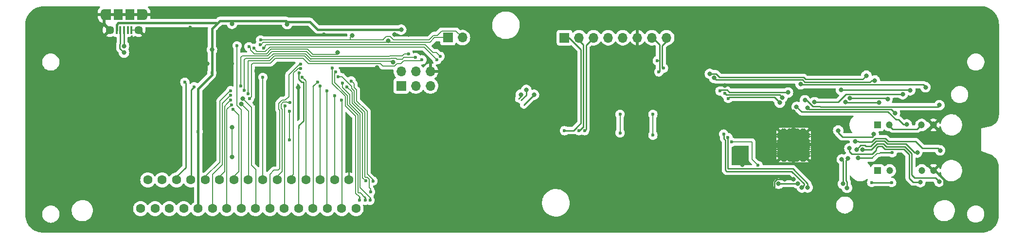
<source format=gbl>
%TF.GenerationSoftware,KiCad,Pcbnew,7.0.2-0*%
%TF.CreationDate,2023-12-20T15:00:36+01:00*%
%TF.ProjectId,A500KBMini,41353030-4b42-44d6-996e-692e6b696361,3*%
%TF.SameCoordinates,Original*%
%TF.FileFunction,Copper,L2,Bot*%
%TF.FilePolarity,Positive*%
%FSLAX46Y46*%
G04 Gerber Fmt 4.6, Leading zero omitted, Abs format (unit mm)*
G04 Created by KiCad (PCBNEW 7.0.2-0) date 2023-12-20 15:00:36*
%MOMM*%
%LPD*%
G01*
G04 APERTURE LIST*
G04 Aperture macros list*
%AMRoundRect*
0 Rectangle with rounded corners*
0 $1 Rounding radius*
0 $2 $3 $4 $5 $6 $7 $8 $9 X,Y pos of 4 corners*
0 Add a 4 corners polygon primitive as box body*
4,1,4,$2,$3,$4,$5,$6,$7,$8,$9,$2,$3,0*
0 Add four circle primitives for the rounded corners*
1,1,$1+$1,$2,$3*
1,1,$1+$1,$4,$5*
1,1,$1+$1,$6,$7*
1,1,$1+$1,$8,$9*
0 Add four rect primitives between the rounded corners*
20,1,$1+$1,$2,$3,$4,$5,0*
20,1,$1+$1,$4,$5,$6,$7,0*
20,1,$1+$1,$6,$7,$8,$9,0*
20,1,$1+$1,$8,$9,$2,$3,0*%
G04 Aperture macros list end*
%TA.AperFunction,SMDPad,CuDef*%
%ADD10R,1.200000X1.900000*%
%TD*%
%TA.AperFunction,ComponentPad*%
%ADD11O,1.200000X1.900000*%
%TD*%
%TA.AperFunction,SMDPad,CuDef*%
%ADD12R,1.500000X1.900000*%
%TD*%
%TA.AperFunction,ComponentPad*%
%ADD13C,1.450000*%
%TD*%
%TA.AperFunction,SMDPad,CuDef*%
%ADD14R,0.400000X1.350000*%
%TD*%
%TA.AperFunction,SMDPad,CuDef*%
%ADD15RoundRect,0.250000X2.250000X2.250000X-2.250000X2.250000X-2.250000X-2.250000X2.250000X-2.250000X0*%
%TD*%
%TA.AperFunction,ComponentPad*%
%ADD16C,0.500000*%
%TD*%
%TA.AperFunction,ComponentPad*%
%ADD17C,1.200000*%
%TD*%
%TA.AperFunction,ComponentPad*%
%ADD18R,1.200000X1.200000*%
%TD*%
%TA.AperFunction,ComponentPad*%
%ADD19O,1.700000X1.700000*%
%TD*%
%TA.AperFunction,ComponentPad*%
%ADD20R,1.700000X1.700000*%
%TD*%
%TA.AperFunction,ComponentPad*%
%ADD21C,1.600000*%
%TD*%
%TA.AperFunction,ViaPad*%
%ADD22C,0.800000*%
%TD*%
%TA.AperFunction,ViaPad*%
%ADD23C,0.600000*%
%TD*%
%TA.AperFunction,ViaPad*%
%ADD24C,1.200000*%
%TD*%
%TA.AperFunction,Conductor*%
%ADD25C,0.250000*%
%TD*%
%TA.AperFunction,Conductor*%
%ADD26C,0.400000*%
%TD*%
%TA.AperFunction,Conductor*%
%ADD27C,0.200000*%
%TD*%
G04 APERTURE END LIST*
D10*
%TO.P,J2,6*%
%TO.N,GND*%
X317050000Y-224150000D03*
X322850000Y-224150000D03*
D11*
X323450000Y-224150000D03*
X316450000Y-224150000D03*
D12*
X318950000Y-224150000D03*
D13*
X322450000Y-226850000D03*
D14*
%TO.P,J2,3*%
%TO.N,/D++*%
X319950000Y-226850000D03*
%TO.P,J2,4*%
%TO.N,N/C*%
X320600000Y-226850000D03*
%TO.P,J2,5*%
%TO.N,GND*%
X321250000Y-226850000D03*
%TO.P,J2,1*%
%TO.N,+5V*%
X318650000Y-226850000D03*
%TO.P,J2,2*%
%TO.N,/D--*%
X319300000Y-226850000D03*
D13*
%TO.P,J2,6*%
%TO.N,GND*%
X317450000Y-226850000D03*
D12*
X320950000Y-224150000D03*
%TD*%
D15*
%TO.P,U1,49*%
%TO.N,GND*%
X436462500Y-246900000D03*
D16*
X434212500Y-244650000D03*
X435337500Y-244650000D03*
X436462500Y-244650000D03*
X437587500Y-244650000D03*
X438712500Y-244650000D03*
X434212500Y-245775000D03*
X435337500Y-245775000D03*
X436462500Y-245775000D03*
X437587500Y-245775000D03*
X438712500Y-245775000D03*
X434212500Y-246900000D03*
X435337500Y-246900000D03*
X436462500Y-246900000D03*
X437587500Y-246900000D03*
X438712500Y-246900000D03*
X434212500Y-248025000D03*
X435337500Y-248025000D03*
X436462500Y-248025000D03*
X437587500Y-248025000D03*
X438712500Y-248025000D03*
X434212500Y-249150000D03*
X435337500Y-249150000D03*
X436462500Y-249150000D03*
X437587500Y-249150000D03*
X438712500Y-249150000D03*
%TD*%
D17*
%TO.P,D4,4*%
%TO.N,GND*%
X460829400Y-251358400D03*
%TO.P,D4,3*%
%TO.N,Net-(D4-Pad2)*%
X458779400Y-251358400D03*
D18*
%TO.P,D4,1*%
%TO.N,/FLED*%
X451129400Y-251358400D03*
D17*
%TO.P,D4,2*%
%TO.N,Net-(D4-Pad2)*%
X453179400Y-251358400D03*
%TD*%
%TO.P,D3,4*%
%TO.N,GND*%
X460801240Y-243420900D03*
%TO.P,D3,3*%
%TO.N,Net-(D3-Pad2)*%
X458751240Y-243420900D03*
D18*
%TO.P,D3,1*%
%TO.N,/PLED*%
X451101240Y-243420900D03*
D17*
%TO.P,D3,2*%
%TO.N,Net-(D3-Pad2)*%
X453151240Y-243420900D03*
%TD*%
D19*
%TO.P,J5,2*%
%TO.N,/IN_LED4*%
X378838460Y-228178360D03*
D20*
%TO.P,J5,1*%
%TO.N,/IN_LED3*%
X376298460Y-228178360D03*
%TD*%
D19*
%TO.P,J4,8*%
%TO.N,/DRVLED*%
X414380000Y-228200000D03*
%TO.P,J4,7*%
%TO.N,/PWRLED*%
X411840000Y-228200000D03*
%TO.P,J4,6*%
%TO.N,GND*%
X409300000Y-228200000D03*
%TO.P,J4,5*%
%TO.N,N/C*%
X406760000Y-228200000D03*
%TO.P,J4,4*%
%TO.N,+5V*%
X404220000Y-228200000D03*
%TO.P,J4,3*%
%TO.N,/RST_OUT*%
X401680000Y-228200000D03*
%TO.P,J4,2*%
%TO.N,/KDAT*%
X399140000Y-228200000D03*
D20*
%TO.P,J4,1*%
%TO.N,/KCLK*%
X396600000Y-228200000D03*
%TD*%
D19*
%TO.P,J3,6*%
%TO.N,GND*%
X373280000Y-234060000D03*
%TO.P,J3,5*%
%TO.N,/AT90_RESET*%
X373280000Y-236600000D03*
%TO.P,J3,4*%
%TO.N,MOSI*%
X370740000Y-234060000D03*
%TO.P,J3,3*%
%TO.N,SCLK*%
X370740000Y-236600000D03*
%TO.P,J3,2*%
%TO.N,+5V*%
X368200000Y-234060000D03*
D20*
%TO.P,J3,1*%
%TO.N,MISO*%
X368200000Y-236600000D03*
%TD*%
D21*
%TO.P,J1,31*%
%TO.N,CAPSLED*%
X360326000Y-257984000D03*
%TO.P,J1,30*%
%TO.N,GND*%
X359076000Y-252984000D03*
%TO.P,J1,29*%
%TO.N,/Y0=29*%
X357826000Y-257984000D03*
%TO.P,J1,28*%
%TO.N,/Y1=28*%
X356576000Y-252984000D03*
%TO.P,J1,27*%
%TO.N,/Y2=27*%
X355326000Y-257984000D03*
%TO.P,J1,26*%
%TO.N,/Y3=26*%
X354076000Y-252984000D03*
%TO.P,J1,25*%
%TO.N,/Y4=25*%
X352826000Y-257984000D03*
%TO.P,J1,24*%
%TO.N,/Y5=24*%
X351576000Y-252984000D03*
%TO.P,J1,23*%
%TO.N,/Y6=23*%
X350326000Y-257984000D03*
%TO.P,J1,22*%
%TO.N,/Y7=22*%
X349076000Y-252984000D03*
%TO.P,J1,21*%
%TO.N,/Y8=21*%
X347826000Y-257984000D03*
%TO.P,J1,20*%
%TO.N,/Y9=20*%
X346576000Y-252984000D03*
%TO.P,J1,19*%
%TO.N,/Y10=19*%
X345326000Y-257984000D03*
%TO.P,J1,18*%
%TO.N,/Y11=18*%
X344076000Y-252984000D03*
%TO.P,J1,17*%
%TO.N,/Y12=17*%
X342826000Y-257984000D03*
%TO.P,J1,16*%
%TO.N,/Y13=16*%
X341576000Y-252984000D03*
%TO.P,J1,15*%
%TO.N,/Y14=15*%
X340326000Y-257984000D03*
%TO.P,J1,14*%
%TO.N,/LAMI*%
X339076000Y-252984000D03*
%TO.P,J1,13*%
%TO.N,/LALT*%
X337826000Y-257984000D03*
%TO.P,J1,12*%
%TO.N,/LSHIFT*%
X336576000Y-252984000D03*
%TO.P,J1,11*%
%TO.N,MISO*%
X335326000Y-257984000D03*
%TO.P,J1,10*%
%TO.N,MOSI*%
X334076000Y-252984000D03*
%TO.P,J1,9*%
%TO.N,+5V*%
X332826000Y-257984000D03*
%TO.P,J1,8*%
%TO.N,SCLK*%
X331576000Y-252984000D03*
%TO.P,J1,7*%
%TO.N,/X2=7*%
X330326000Y-257984000D03*
%TO.P,J1,6*%
%TO.N,/RSHFT*%
X329076000Y-252984000D03*
%TO.P,J1,5*%
%TO.N,/X3=5*%
X327826000Y-257984000D03*
%TO.P,J1,4*%
%TO.N,/X7=4*%
X326576000Y-252984000D03*
%TO.P,J1,3*%
%TO.N,/X6=3*%
X325326000Y-257984000D03*
%TO.P,J1,2*%
%TO.N,/X5=2*%
X324076000Y-252984000D03*
%TO.P,J1,1*%
%TO.N,/X4=1*%
X322826000Y-257984000D03*
%TD*%
D22*
%TO.N,*%
X391300000Y-238150000D03*
X434512465Y-238612465D03*
D23*
X424541220Y-237925000D03*
D22*
X389000000Y-238100000D03*
X434075575Y-239524425D03*
D23*
X425100000Y-238775000D03*
D22*
X389950000Y-237300000D03*
X435498200Y-237751800D03*
D23*
X423653514Y-237474990D03*
D22*
%TO.N,GND*%
X384200000Y-260800000D03*
X394250000Y-260550000D03*
X307450000Y-247100000D03*
X440650000Y-251100000D03*
X432000000Y-242500000D03*
X440550000Y-242850000D03*
X436450000Y-241100000D03*
X443300000Y-251150000D03*
X428600000Y-257650000D03*
X443050000Y-257850000D03*
X443050000Y-254500000D03*
X441000000Y-254450000D03*
X430550000Y-249350000D03*
X427550000Y-248250000D03*
X427550000Y-253150000D03*
X431947000Y-255947000D03*
X427550000Y-250324990D03*
X432550000Y-254800000D03*
X430050000Y-255350000D03*
X462650000Y-235850000D03*
X468764620Y-241795300D03*
X458063600Y-238734600D03*
X465462620Y-247296940D03*
X463350000Y-254650000D03*
X442500000Y-242850000D03*
X443400000Y-238250000D03*
X440900000Y-237450000D03*
X426720000Y-226060000D03*
X424500000Y-227500000D03*
X436880000Y-226060000D03*
X424500000Y-236500000D03*
X422500000Y-246750000D03*
X457200000Y-226060000D03*
X467360000Y-226060000D03*
X427000000Y-241300000D03*
X426950000Y-233450000D03*
X426900000Y-231500000D03*
X434450000Y-233400000D03*
X430800000Y-233400000D03*
X432000000Y-241200000D03*
X427000000Y-242700000D03*
X427000000Y-244100000D03*
D24*
X321500000Y-254500000D03*
D23*
X359088000Y-248284500D03*
X359050000Y-250250000D03*
X331495400Y-226334320D03*
X338850000Y-232750000D03*
X334900000Y-242050000D03*
X334900000Y-237500000D03*
X329300000Y-241250000D03*
X325400000Y-245050000D03*
X329500000Y-245050000D03*
X329900000Y-232850000D03*
X342748400Y-239751600D03*
X345450000Y-239700000D03*
X349050000Y-232650000D03*
X342900000Y-234000000D03*
X345350000Y-250300000D03*
X343200000Y-250200000D03*
X335550000Y-249500000D03*
X359029000Y-242570000D03*
D22*
X367019840Y-227657660D03*
X369470940Y-227657660D03*
X395250000Y-242750000D03*
X403250000Y-244000000D03*
X403250000Y-246634000D03*
X395250000Y-246634000D03*
D23*
X322650000Y-232750000D03*
X323250000Y-243250000D03*
D22*
X416560000Y-241300000D03*
X447040000Y-226060000D03*
X363982000Y-233426000D03*
X350266000Y-236855000D03*
X362966000Y-239776000D03*
X407880000Y-232200000D03*
X407924000Y-235204000D03*
X397764000Y-235077000D03*
D23*
X409575000Y-243967000D03*
D22*
X416560000Y-243586000D03*
X421767000Y-243586000D03*
D23*
X381609600Y-230936800D03*
X398170400Y-230936800D03*
X391007600Y-228346000D03*
X416052000Y-231140000D03*
X354777040Y-227538280D03*
X402132800Y-230936800D03*
X355092000Y-224383600D03*
D22*
X317700000Y-231200000D03*
X322650000Y-229700000D03*
X314550000Y-226850000D03*
X328700000Y-237650000D03*
X318200000Y-238000000D03*
X317700000Y-228850000D03*
X327250000Y-234950000D03*
X374500000Y-239050000D03*
X458193140Y-254970280D03*
X464160001Y-248589999D03*
X434950000Y-252850000D03*
X436437500Y-252850000D03*
X469107520Y-249887740D03*
D23*
X340692740Y-230334820D03*
X337553300Y-227779580D03*
D22*
X334436280Y-232704200D03*
X424500000Y-231470240D03*
X409348940Y-230886000D03*
D23*
%TO.N,/Y0=29*%
X357833200Y-239104900D03*
%TO.N,/Y1=28*%
X356588600Y-238317500D03*
%TO.N,/Y2=27*%
X355280500Y-237466600D03*
%TO.N,/Y3=26*%
X354035900Y-236615700D03*
%TO.N,/Y4=25*%
X353616800Y-235929900D03*
%TO.N,/Y5=24*%
X350963000Y-235091700D03*
%TO.N,/Y6=23*%
X350391000Y-234304300D03*
%TO.N,/Y7=22*%
X350697703Y-233565425D03*
%TO.N,/Y8=21*%
X347980000Y-240046299D03*
%TO.N,/Y9=20*%
X348842921Y-239522000D03*
%TO.N,/Y10=19*%
X350644122Y-232767219D03*
%TO.N,/Y11=18*%
X344091800Y-235104400D03*
D22*
%TO.N,/Y12=17*%
X340610320Y-238780819D03*
%TO.N,/Y13=16*%
X340344975Y-239744975D03*
D23*
%TO.N,/Y14=15*%
X339613240Y-229605840D03*
%TO.N,/LAMI*%
X338948400Y-240700000D03*
%TO.N,/LALT*%
X338650000Y-239900000D03*
%TO.N,/LSHIFT*%
X338500000Y-239100000D03*
%TO.N,+5V*%
X332838000Y-244589700D03*
X335250000Y-234300000D03*
D22*
X335250000Y-230300000D03*
X348335600Y-225826320D03*
X368185700Y-226801680D03*
X338729320Y-225775520D03*
D23*
%TO.N,/X2=7*%
X356179641Y-233500000D03*
X360900000Y-256540000D03*
%TO.N,/RSHFT*%
X330524990Y-235950000D03*
%TO.N,/X3=5*%
X361950000Y-256540000D03*
X356779641Y-234173599D03*
%TO.N,/X7=4*%
X362000010Y-253161810D03*
X358750000Y-236750000D03*
%TO.N,/X6=3*%
X362750000Y-256540000D03*
X358000000Y-236100000D03*
%TO.N,/X5=2*%
X363258047Y-253174162D03*
X359493266Y-235756734D03*
%TO.N,/X4=1*%
X362850000Y-255091050D03*
X357179651Y-234970585D03*
D22*
%TO.N,CAPS*%
X338750000Y-243800000D03*
X338742425Y-249007575D03*
D23*
%TO.N,Net-(C6-Pad2)*%
X341688917Y-229766782D03*
D22*
X357083280Y-230791830D03*
D23*
%TO.N,MISO*%
X338500000Y-238250000D03*
X341500000Y-237950000D03*
D22*
X366742485Y-232446705D03*
D23*
%TO.N,MOSI*%
X338500000Y-237450000D03*
X340900000Y-237350000D03*
X370700000Y-231650001D03*
%TO.N,SCLK*%
X332150000Y-236750000D03*
X340300000Y-236600000D03*
X369450000Y-231011998D03*
%TO.N,/PWRLED*%
X342533899Y-230046066D03*
X374400000Y-232050000D03*
X412750000Y-232200000D03*
X413028867Y-234153836D03*
%TO.N,/DRVLED*%
X344243505Y-230000010D03*
X374965687Y-231450000D03*
X413850000Y-233500000D03*
%TO.N,/RST_OUT*%
X400100030Y-244400030D03*
%TO.N,/KDAT*%
X399100000Y-244400030D03*
%TO.N,/KCLK*%
X396600000Y-244400030D03*
D22*
%TO.N,/SDA*%
X437907108Y-254307108D03*
D23*
X424300000Y-245000000D03*
X406273000Y-244792500D03*
X406273000Y-241554000D03*
D22*
%TO.N,/SCL*%
X438916385Y-254300054D03*
D23*
X425050000Y-245600000D03*
X411988000Y-245200050D03*
X411988000Y-241554000D03*
%TO.N,/IN_LED4*%
X343700000Y-228600000D03*
D22*
X359689400Y-227794820D03*
D23*
%TO.N,/IN_LED3*%
X343620397Y-229396032D03*
D22*
X365895850Y-228700020D03*
D23*
%TO.N,/AT90_RESET*%
X341750000Y-238850000D03*
X371800000Y-232050000D03*
D22*
%TO.N,/D++*%
X319940940Y-229654100D03*
%TO.N,/D--*%
X319940940Y-230799640D03*
%TO.N,Net-(D51-Pad2)*%
X451370000Y-239490000D03*
X445531164Y-239416284D03*
%TO.N,Net-(D51-Pad3)*%
X444243460Y-244375940D03*
X450418200Y-245032817D03*
%TO.N,Net-(D51-Pad1)*%
X452831200Y-238912400D03*
X446290000Y-238765000D03*
%TO.N,Net-(D52-Pad2)*%
X455472800Y-238040000D03*
X440112653Y-239437347D03*
%TO.N,Net-(D52-Pad3)*%
X438937500Y-240390021D03*
X454131253Y-241320747D03*
%TO.N,Net-(D52-Pad1)*%
X456768200Y-237363000D03*
X444735000Y-237315000D03*
%TO.N,Net-(D53-Pad2)*%
X459435200Y-236829600D03*
X437700000Y-236300000D03*
%TO.N,Net-(D53-Pad3)*%
X436987500Y-240256736D03*
X456163680Y-243316760D03*
%TO.N,Net-(D53-Pad1)*%
X461848200Y-239945000D03*
X438437500Y-239100000D03*
D23*
%TO.N,/F1G*%
X450067680Y-253425960D03*
X453547480Y-253441200D03*
D22*
%TO.N,/F1B*%
X447688503Y-249179000D03*
D23*
X453634000Y-248250000D03*
D22*
%TO.N,/F2G*%
X445947800Y-249199400D03*
X445757108Y-254375000D03*
%TO.N,/F2B*%
X457999400Y-248200000D03*
X447433000Y-247692000D03*
%TO.N,/F2R*%
X445050000Y-253650000D03*
X444855600Y-249401363D03*
%TO.N,/F3G*%
X461809400Y-253280000D03*
X448500000Y-247700000D03*
%TO.N,/F3B*%
X461975200Y-247853200D03*
X447158906Y-246241999D03*
%TO.N,/F3R*%
X446200000Y-247475000D03*
X458540479Y-253370000D03*
D23*
%TO.N,/SDB*%
X348742000Y-241046000D03*
X348742000Y-246000040D03*
X425704000Y-246380000D03*
X430276000Y-250424990D03*
D22*
%TO.N,Net-(R7-Pad2)*%
X433850000Y-253650000D03*
X437200000Y-253600000D03*
%TO.N,/FLED*%
X449150000Y-234800000D03*
X421894000Y-234487980D03*
%TO.N,/PLED*%
X450608000Y-235645001D03*
X422645820Y-235212980D03*
%TD*%
D25*
%TO.N,*%
X434512465Y-238612465D02*
X434050000Y-238150000D01*
X391387535Y-238062465D02*
X391300000Y-238150000D01*
X425950000Y-238150000D02*
X424766220Y-238150000D01*
X434050000Y-238150000D02*
X425950000Y-238150000D01*
X424766220Y-238150000D02*
X424541220Y-237925000D01*
X391300000Y-238150000D02*
X389520020Y-239929980D01*
X425274990Y-238600010D02*
X433151160Y-238600010D01*
X433151160Y-238600010D02*
X434075575Y-239524425D01*
X425100000Y-238775000D02*
X425274990Y-238600010D01*
X389000000Y-238463590D02*
X389000000Y-238100000D01*
X388620000Y-238843590D02*
X389000000Y-238463590D01*
X390001801Y-237351801D02*
X389950000Y-237300000D01*
X435446390Y-237699990D02*
X435498200Y-237751800D01*
X425299990Y-237699990D02*
X435446390Y-237699990D01*
X424900001Y-237300001D02*
X425299990Y-237699990D01*
X424900001Y-237299999D02*
X424900001Y-237300001D01*
X423828505Y-237299999D02*
X424900001Y-237299999D01*
X423653514Y-237474990D02*
X423828505Y-237299999D01*
X389950000Y-238223002D02*
X389950000Y-237300000D01*
X389070010Y-239102992D02*
X389950000Y-238223002D01*
%TO.N,GND*%
X464160001Y-245750001D02*
X464160001Y-247260001D01*
X464160001Y-247260001D02*
X464160001Y-248589999D01*
X441025000Y-254125000D02*
X441000000Y-254150000D01*
X441000000Y-251450000D02*
X440650000Y-251100000D01*
X441000000Y-254150000D02*
X441000000Y-251450000D01*
X443300000Y-251150000D02*
X443300000Y-249000000D01*
X442325000Y-248025000D02*
X438712500Y-248025000D01*
X443300000Y-249000000D02*
X442325000Y-248025000D01*
X438712500Y-249162500D02*
X438712500Y-249150000D01*
X440650000Y-251100000D02*
X438712500Y-249162500D01*
X438750000Y-244650000D02*
X438712500Y-244650000D01*
X440550000Y-242850000D02*
X438750000Y-244650000D01*
X434150000Y-244650000D02*
X434212500Y-244650000D01*
X432000000Y-242500000D02*
X434150000Y-244650000D01*
X430550000Y-249350000D02*
X432750000Y-249350000D01*
X432750000Y-249350000D02*
X433250000Y-249850000D01*
X433512500Y-249850000D02*
X434212500Y-249150000D01*
X433250000Y-249850000D02*
X433512500Y-249850000D01*
X435337500Y-246900000D02*
X434212500Y-248025000D01*
X436462500Y-246900000D02*
X435337500Y-246900000D01*
X430550000Y-249350000D02*
X430550000Y-248400000D01*
X430925000Y-248025000D02*
X434212500Y-248025000D01*
X430550000Y-248400000D02*
X430925000Y-248025000D01*
X427550000Y-250324990D02*
X427550000Y-248250000D01*
X443300000Y-254250000D02*
X443050000Y-254500000D01*
X443300000Y-251150000D02*
X443300000Y-254250000D01*
D26*
X422010000Y-246750000D02*
X422500000Y-246750000D01*
X416560000Y-241300000D02*
X422010000Y-246750000D01*
D25*
X359100000Y-250300000D02*
X359050000Y-250250000D01*
X359100000Y-252400000D02*
X359100000Y-250300000D01*
D27*
X381609600Y-230936800D02*
X393141200Y-230936800D01*
X393141200Y-230936800D02*
X398170400Y-230936800D01*
D26*
X319250000Y-232750000D02*
X322650000Y-232750000D01*
X317700000Y-231200000D02*
X319250000Y-232750000D01*
D25*
X463196601Y-245750001D02*
X464160001Y-245750001D01*
X460804000Y-243357400D02*
X463196601Y-245750001D01*
X463597801Y-248589999D02*
X460829400Y-251358400D01*
X464160001Y-248589999D02*
X463597801Y-248589999D01*
D26*
X461071802Y-251358400D02*
X462678780Y-252965378D01*
X460829400Y-251358400D02*
X461071802Y-251358400D01*
X462678780Y-253978780D02*
X463350000Y-254650000D01*
X462678780Y-252965378D02*
X462678780Y-253978780D01*
D25*
X464160001Y-248589999D02*
X464160001Y-249046999D01*
X434950000Y-252850000D02*
X433576998Y-252850000D01*
X436437500Y-252850000D02*
X434950000Y-252850000D01*
X433576998Y-252850000D02*
X433124999Y-253301999D01*
X433124999Y-253301999D02*
X433124999Y-256274999D01*
X433124999Y-256274999D02*
X434300000Y-257450000D01*
X438200000Y-255750000D02*
X436500000Y-257450000D01*
X436500000Y-257450000D02*
X434300000Y-257450000D01*
X439108000Y-255750000D02*
X438200000Y-255750000D01*
X463450000Y-255750000D02*
X439108000Y-255750000D01*
X464124988Y-255075012D02*
X463450000Y-255750000D01*
X464361990Y-255075012D02*
X464124988Y-255075012D01*
X464361990Y-255075012D02*
X467011001Y-252426001D01*
X467011001Y-252426001D02*
X467011001Y-250577999D01*
X467011001Y-250577999D02*
X465480001Y-249046999D01*
X465480001Y-249046999D02*
X464160001Y-249046999D01*
D27*
X322450000Y-226850000D02*
X321250000Y-226850000D01*
%TO.N,/Y0=29*%
X357838000Y-239109700D02*
X357833200Y-239104900D01*
X357850000Y-239121700D02*
X357833200Y-239104900D01*
X357850000Y-257400000D02*
X357850000Y-239121700D01*
%TO.N,/Y1=28*%
X356588000Y-238318100D02*
X356588600Y-238317500D01*
X356588600Y-252388600D02*
X356600000Y-252400000D01*
X356588600Y-238317500D02*
X356588600Y-252388600D01*
%TO.N,/Y2=27*%
X355280500Y-257330500D02*
X355350000Y-257400000D01*
X355280500Y-237466600D02*
X355280500Y-257330500D01*
%TO.N,/Y3=26*%
X354100000Y-236679800D02*
X354035900Y-236615700D01*
X354100000Y-252400000D02*
X354100000Y-236679800D01*
%TO.N,/Y4=25*%
X352838000Y-236708700D02*
X353616800Y-235929900D01*
X352850000Y-236696700D02*
X353616800Y-235929900D01*
X352850000Y-257400000D02*
X352850000Y-236696700D01*
%TO.N,/Y5=24*%
X351588000Y-235716700D02*
X350963000Y-235091700D01*
X351600000Y-235728700D02*
X350963000Y-235091700D01*
X351600000Y-252400000D02*
X351600000Y-235728700D01*
%TO.N,/Y6=23*%
X350350000Y-257400000D02*
X350350000Y-244010000D01*
D25*
X350337999Y-234357301D02*
X350391000Y-234304300D01*
X350337999Y-235391701D02*
X350337999Y-234357301D01*
X350851042Y-235904744D02*
X350337999Y-235391701D01*
X351174990Y-242677010D02*
X351174990Y-235904744D01*
X351174990Y-235904744D02*
X350851042Y-235904744D01*
X350350000Y-243502000D02*
X351174990Y-242677010D01*
X350350000Y-244010000D02*
X350350000Y-243502000D01*
D27*
%TO.N,/Y7=22*%
X349790999Y-234016299D02*
X350241873Y-233565425D01*
X350241873Y-233565425D02*
X350697703Y-233565425D01*
X349442922Y-234364376D02*
X350241873Y-233565425D01*
X349442922Y-252057078D02*
X349442922Y-234364376D01*
X349100000Y-252400000D02*
X349442922Y-252057078D01*
%TO.N,/Y8=21*%
X347850000Y-257400000D02*
X347850000Y-240261600D01*
X347850000Y-240261600D02*
X347965300Y-240146300D01*
X347850000Y-240176299D02*
X347980000Y-240046299D01*
X347850000Y-240261600D02*
X347850000Y-240176299D01*
%TO.N,/Y9=20*%
X347629299Y-239446299D02*
X348342379Y-239446299D01*
X347449990Y-251550010D02*
X346600000Y-252400000D01*
X347449990Y-240699990D02*
X347449990Y-251550010D01*
X347265299Y-240515299D02*
X347449990Y-240699990D01*
X347265299Y-239810299D02*
X347265299Y-240515299D01*
X347629299Y-239446299D02*
X347265299Y-239810299D01*
X348418080Y-239522000D02*
X348342379Y-239446299D01*
X348842921Y-239522000D02*
X348418080Y-239522000D01*
%TO.N,/Y10=19*%
X350474380Y-232767219D02*
X350644122Y-232767219D01*
X348613000Y-234628599D02*
X350474380Y-232767219D01*
X348613000Y-238304800D02*
X348613000Y-234628599D01*
X346050001Y-251299999D02*
X345350000Y-252000000D01*
X348613000Y-238304800D02*
X348613000Y-238437000D01*
X347049980Y-251000020D02*
X346750001Y-251299999D01*
X347049980Y-240865679D02*
X347049980Y-251000020D01*
X346865289Y-240680988D02*
X347049980Y-240865679D01*
X347463610Y-239046289D02*
X346865289Y-239644610D01*
X345350000Y-257400000D02*
X345350000Y-252000000D01*
X348003711Y-239046289D02*
X347463610Y-239046289D01*
X346750001Y-251299999D02*
X346050001Y-251299999D01*
X346865289Y-239644610D02*
X346865289Y-240680988D01*
X348613000Y-238437000D02*
X348003711Y-239046289D01*
%TO.N,/Y11=18*%
X344088000Y-235108200D02*
X344091800Y-235104400D01*
X344100000Y-235112600D02*
X344091800Y-235104400D01*
X344100000Y-252400000D02*
X344100000Y-235112600D01*
%TO.N,/Y12=17*%
X340610320Y-238780819D02*
X342150000Y-240320499D01*
X342150000Y-250450000D02*
X342850000Y-251150000D01*
X342150000Y-240320499D02*
X342150000Y-250450000D01*
X342850000Y-257400000D02*
X342850000Y-251150000D01*
%TO.N,/Y13=16*%
X341600000Y-241000000D02*
X340344975Y-239744975D01*
X341600000Y-252400000D02*
X341600000Y-241000000D01*
%TO.N,/Y14=15*%
X340350000Y-240786002D02*
X339600000Y-240036002D01*
X340350000Y-257400000D02*
X340350000Y-240786002D01*
X339613240Y-229605840D02*
X339613240Y-230125460D01*
X339613240Y-230125460D02*
X339600000Y-230138700D01*
X339600000Y-240036002D02*
X339600000Y-230138700D01*
%TO.N,/LAMI*%
X339100000Y-252400000D02*
X339949990Y-251550010D01*
X339949990Y-241701590D02*
X338948400Y-240700000D01*
X339949990Y-251550010D02*
X339949990Y-241701590D01*
%TO.N,/LALT*%
X337850000Y-240700000D02*
X338650000Y-239900000D01*
X337850000Y-257400000D02*
X337850000Y-240700000D01*
%TO.N,/LSHIFT*%
X336600000Y-252400000D02*
X337450000Y-251550000D01*
X337449992Y-240150008D02*
X337850000Y-239750000D01*
X337449992Y-240865690D02*
X337449992Y-240150008D01*
X337450000Y-240865698D02*
X337449992Y-240865690D01*
X337450000Y-251550000D02*
X337450000Y-240865698D01*
X337850000Y-239750000D02*
X338500000Y-239100000D01*
D26*
%TO.N,+5V*%
X332838000Y-257388000D02*
X332850000Y-257400000D01*
X332838000Y-244589700D02*
X332838000Y-257388000D01*
X335250000Y-234686002D02*
X335250000Y-234300000D01*
X332838000Y-237098002D02*
X335250000Y-234686002D01*
X332838000Y-244589700D02*
X332838000Y-237098002D01*
X335250000Y-234300000D02*
X335250000Y-230300000D01*
X335250000Y-230300000D02*
X335250000Y-226623400D01*
X348328840Y-225421160D02*
X352301780Y-225421160D01*
X352301780Y-225421160D02*
X353644200Y-226763580D01*
X353644200Y-226763580D02*
X367888520Y-226763580D01*
X367926620Y-226801680D02*
X368185700Y-226801680D01*
X367888520Y-226763580D02*
X367926620Y-226801680D01*
X338714330Y-225760530D02*
X338714330Y-225249990D01*
X338729320Y-225775520D02*
X338714330Y-225760530D01*
X338714330Y-225249990D02*
X348157670Y-225249990D01*
X336623410Y-225249990D02*
X338714330Y-225249990D01*
X348157670Y-225648390D02*
X348335600Y-225826320D01*
X348157670Y-225249990D02*
X348157670Y-225648390D01*
X335250000Y-226623400D02*
X335758790Y-226114610D01*
X335976999Y-225634319D02*
X336108040Y-225765360D01*
X318920679Y-225634319D02*
X335976999Y-225634319D01*
X336108040Y-225765360D02*
X336623410Y-225249990D01*
X318650000Y-225904998D02*
X318920679Y-225634319D01*
X318650000Y-226850000D02*
X318650000Y-225904998D01*
X335758790Y-226114610D02*
X336108040Y-225765360D01*
D27*
%TO.N,/X2=7*%
X356179641Y-233500000D02*
X356179641Y-236179641D01*
X358433201Y-240045199D02*
X360250000Y-241861998D01*
X356179641Y-236179641D02*
X358433201Y-238433201D01*
X358433201Y-238433201D02*
X358433201Y-240045199D01*
X360250000Y-241861998D02*
X360250000Y-255300000D01*
X360250000Y-255300000D02*
X360900000Y-255950000D01*
D25*
X360900000Y-255950000D02*
X360900000Y-256540000D01*
%TO.N,/RSHFT*%
X329100000Y-252400000D02*
X330699980Y-250800020D01*
X330699980Y-236124990D02*
X330524990Y-235950000D01*
X330699980Y-250800020D02*
X330699980Y-236124990D01*
D27*
%TO.N,/X3=5*%
X361700000Y-255950000D02*
X361500000Y-255750000D01*
X361088002Y-255250000D02*
X360765698Y-255250000D01*
X361500001Y-255661999D02*
X361088002Y-255250000D01*
X361500000Y-255750000D02*
X361500001Y-255661999D01*
X360650010Y-255134312D02*
X360650010Y-241696309D01*
X360765698Y-255250000D02*
X360650010Y-255134312D01*
X360650010Y-241696309D02*
X358953700Y-240000000D01*
X358953700Y-240000000D02*
X358833211Y-239879511D01*
X358833211Y-238267512D02*
X356579651Y-236013952D01*
X358833211Y-239879511D02*
X358833211Y-238267512D01*
X356579651Y-234373589D02*
X356779641Y-234173599D01*
X356579651Y-236013952D02*
X356579651Y-234373589D01*
D25*
X361950000Y-256115736D02*
X361950000Y-256540000D01*
X361784264Y-255950000D02*
X361950000Y-256115736D01*
X361700000Y-255950000D02*
X361784264Y-255950000D01*
D27*
%TO.N,/X7=4*%
X361450030Y-252611830D02*
X362000010Y-253161810D01*
X361450030Y-241364931D02*
X361450030Y-252611830D01*
X359835096Y-239750000D02*
X359835099Y-239750000D01*
X359633231Y-239548135D02*
X359835096Y-239750000D01*
X359835099Y-239750000D02*
X361450030Y-241364931D01*
X359633231Y-237633231D02*
X359633231Y-239548135D01*
X358750000Y-236750000D02*
X359633231Y-237633231D01*
%TO.N,/X6=3*%
X361050020Y-241530620D02*
X361050020Y-254350020D01*
X358000000Y-236100000D02*
X358000000Y-236868602D01*
X359233221Y-238101823D02*
X359233221Y-239713823D01*
X361050020Y-254350020D02*
X362750000Y-256050000D01*
X358000000Y-236868602D02*
X359233221Y-238101823D01*
X359233221Y-239713823D02*
X361050020Y-241530620D01*
D25*
X362750000Y-256050000D02*
X362750000Y-256540000D01*
D27*
%TO.N,/X5=2*%
X362020749Y-240804252D02*
X362250050Y-241033553D01*
X362250050Y-251958150D02*
X363258046Y-252966146D01*
X362250050Y-241033553D02*
X362250050Y-251958150D01*
X363258046Y-252966146D02*
X363258047Y-253174162D01*
X362020749Y-240804252D02*
X360433251Y-239216754D01*
X360433251Y-237301853D02*
X360433249Y-237301851D01*
X360433251Y-239216754D02*
X360433251Y-237301853D01*
X360433251Y-237301853D02*
X359965708Y-236834310D01*
X359965708Y-236229176D02*
X359965708Y-236465708D01*
X359493266Y-235756734D02*
X359965708Y-236229176D01*
X359965708Y-236834310D02*
X359965708Y-236465708D01*
%TO.N,/X4=1*%
X362850000Y-255091050D02*
X362850000Y-254600000D01*
X362600011Y-252873809D02*
X362288011Y-252561809D01*
X362288011Y-252561809D02*
X361965707Y-252561809D01*
X362600011Y-254350011D02*
X362600011Y-252873809D01*
X362850000Y-254600000D02*
X362600011Y-254350011D01*
X361965707Y-252561809D02*
X361850040Y-252446142D01*
X361850040Y-252446142D02*
X361850040Y-241199242D01*
X360033241Y-239382443D02*
X360033241Y-237467542D01*
X361850040Y-241199242D02*
X360033241Y-239382443D01*
X360033241Y-237467542D02*
X359565698Y-237000000D01*
X359565698Y-236677696D02*
X358888002Y-236000000D01*
X359565698Y-237000000D02*
X359565698Y-236677696D01*
X357858587Y-234970585D02*
X357179651Y-234970585D01*
X358888002Y-236000000D02*
X357858587Y-234970585D01*
%TO.N,CAPS*%
X338750000Y-249000000D02*
X338742425Y-249007575D01*
X338750000Y-243800000D02*
X338750000Y-249000000D01*
%TO.N,Net-(C6-Pad2)*%
X341933898Y-230334067D02*
X342599852Y-231000021D01*
X341933898Y-230011763D02*
X341688917Y-229766782D01*
X341933898Y-230334067D02*
X341933898Y-230011763D01*
X344773627Y-231000021D02*
X345061824Y-230711824D01*
X345061824Y-230638176D02*
X345499960Y-230200040D01*
X345061824Y-230711824D02*
X345061824Y-230638176D01*
X345061824Y-230711824D02*
X345173608Y-230600040D01*
X345534261Y-230200040D02*
X345799960Y-230200040D01*
X344734280Y-231000021D02*
X345534261Y-230200040D01*
X344500021Y-231000021D02*
X344734280Y-231000021D01*
X344500021Y-231000021D02*
X344773627Y-231000021D01*
X345499960Y-230200040D02*
X345799960Y-230200040D01*
X342599852Y-231000021D02*
X344500021Y-231000021D01*
X352773380Y-231091820D02*
X351881600Y-230200040D01*
X351881600Y-230200040D02*
X345799960Y-230200040D01*
X357083280Y-230936880D02*
X356928340Y-231091820D01*
X356928340Y-231091820D02*
X352773380Y-231091820D01*
X357083280Y-230791830D02*
X357083280Y-230936880D01*
%TO.N,MISO*%
X335350000Y-252021998D02*
X337050000Y-250321998D01*
X335350000Y-257400000D02*
X335350000Y-252021998D01*
X337049982Y-250321980D02*
X337049982Y-239700018D01*
X337049982Y-239700018D02*
X338500000Y-238250000D01*
X337050000Y-250321998D02*
X337049982Y-250321980D01*
X351341329Y-231400070D02*
X352267248Y-232325989D01*
X346070672Y-231400070D02*
X351341329Y-231400070D01*
X341500000Y-237950000D02*
X341500000Y-232250000D01*
X341500000Y-232250000D02*
X341549949Y-232200051D01*
X345270693Y-232200051D02*
X346070672Y-231400070D01*
X341549949Y-232200051D02*
X345270693Y-232200051D01*
X365720273Y-232325989D02*
X366450010Y-232325989D01*
X366621769Y-232325989D02*
X366742485Y-232446705D01*
X364507589Y-232325989D02*
X366621769Y-232325989D01*
X352267248Y-232325989D02*
X364507589Y-232325989D01*
X364507589Y-232325989D02*
X365720273Y-232325989D01*
%TO.N,MOSI*%
X334100000Y-252400000D02*
X336600000Y-249900000D01*
X338411998Y-237450000D02*
X338500000Y-237450000D01*
X336600000Y-239261998D02*
X338411998Y-237450000D01*
X336600000Y-249900000D02*
X336600000Y-239261998D01*
X368639122Y-231650001D02*
X370700000Y-231650001D01*
X368343943Y-231945180D02*
X368639122Y-231650001D01*
X367444020Y-231945180D02*
X368343943Y-231945180D01*
X366406484Y-231746704D02*
X367245544Y-231746704D01*
X366261348Y-231891840D02*
X366406484Y-231746704D01*
X341149959Y-231800041D02*
X345105004Y-231800041D01*
X352467076Y-231891840D02*
X366261348Y-231891840D01*
X367245544Y-231746704D02*
X367444020Y-231945180D01*
X352432937Y-231925979D02*
X352467076Y-231891840D01*
X340900000Y-237350000D02*
X340900000Y-232050000D01*
X345105004Y-231800041D02*
X345904984Y-231000060D01*
X340900000Y-232050000D02*
X341149959Y-231800041D01*
X351507018Y-231000060D02*
X351332560Y-231000060D01*
X351842939Y-231335981D02*
X351507018Y-231000060D01*
X351842939Y-231335981D02*
X352432937Y-231925979D01*
X345904984Y-231000060D02*
X351332560Y-231000060D01*
X351576880Y-231069922D02*
X351842939Y-231335981D01*
D25*
%TO.N,SCLK*%
X331600000Y-237300000D02*
X332150000Y-236750000D01*
X331600000Y-252400000D02*
X331600000Y-237300000D01*
D27*
X340300000Y-231650000D02*
X340300000Y-236600000D01*
X351402452Y-230600052D02*
X351402450Y-230600050D01*
X352564486Y-231491830D02*
X351672708Y-230600052D01*
X366095659Y-231491830D02*
X352564486Y-231491830D01*
X366240795Y-231346694D02*
X366095659Y-231491830D01*
X345699950Y-230600050D02*
X345699950Y-230639396D01*
X369450000Y-231011998D02*
X368711426Y-231011998D01*
X351402450Y-230600050D02*
X345699950Y-230600050D01*
X368376730Y-231346694D02*
X366240795Y-231346694D01*
X340549969Y-231400031D02*
X340300000Y-231650000D01*
X345699950Y-230639396D02*
X344939315Y-231400031D01*
X344939315Y-231400031D02*
X340549969Y-231400031D01*
X351672708Y-230600052D02*
X351402452Y-230600052D01*
X368711426Y-231011998D02*
X368376730Y-231346694D01*
D25*
%TO.N,/PWRLED*%
X411950000Y-228200000D02*
X411840000Y-228200000D01*
X413150000Y-229400000D02*
X411950000Y-228200000D01*
D27*
X345331487Y-229800030D02*
X345499970Y-229800030D01*
X344531506Y-230600011D02*
X345331487Y-229800030D01*
X343087844Y-230600011D02*
X344531506Y-230600011D01*
X342533899Y-230046066D02*
X343087844Y-230600011D01*
X372150030Y-229800030D02*
X374400000Y-232050000D01*
X369300000Y-229800030D02*
X372150030Y-229800030D01*
X413100000Y-232200000D02*
X413150000Y-232150000D01*
X412750000Y-232200000D02*
X413100000Y-232200000D01*
D25*
X413150000Y-232150000D02*
X413150000Y-229400000D01*
X413150000Y-234100000D02*
X413150000Y-232150000D01*
D27*
X345499970Y-229800030D02*
X369300000Y-229800030D01*
D25*
%TO.N,/DRVLED*%
X414380000Y-228806410D02*
X414380000Y-228200000D01*
X413600000Y-229586410D02*
X414380000Y-228806410D01*
D27*
X344299990Y-230000010D02*
X344499980Y-229800020D01*
X344243505Y-230000010D02*
X344299990Y-230000010D01*
X344499980Y-229550020D02*
X344649980Y-229400020D01*
X344499980Y-229800020D02*
X344499980Y-229550020D01*
X344649980Y-229400020D02*
X369250000Y-229400020D01*
X372315719Y-229400020D02*
X373700000Y-230784302D01*
X369250000Y-229400020D02*
X372315719Y-229400020D01*
X374299989Y-230784302D02*
X374965687Y-231450000D01*
X373700000Y-230784302D02*
X374299989Y-230784302D01*
X413850000Y-233500000D02*
X413600000Y-233500000D01*
D25*
X413600000Y-233500000D02*
X413600000Y-229586410D01*
%TO.N,/RST_OUT*%
X401680000Y-228200000D02*
X400350000Y-229530000D01*
X400350000Y-244150060D02*
X400100030Y-244400030D01*
X400350000Y-229530000D02*
X400350000Y-244150060D01*
%TO.N,/KDAT*%
X399140000Y-228200000D02*
X399140000Y-228690000D01*
X399140000Y-228690000D02*
X399900000Y-229450000D01*
X399900000Y-243775029D02*
X399800029Y-243775029D01*
X399900000Y-229450000D02*
X399900000Y-243775029D01*
X399175028Y-244400030D02*
X399100000Y-244400030D01*
X399800029Y-243775029D02*
X399175028Y-244400030D01*
%TO.N,/KCLK*%
X396600000Y-228200000D02*
X397400000Y-228200000D01*
X397400000Y-228200000D02*
X399450000Y-230250000D01*
X399450000Y-230250000D02*
X399450000Y-243100000D01*
X398800000Y-243750000D02*
X398800000Y-243800000D01*
X399450000Y-243100000D02*
X398800000Y-243750000D01*
X398199970Y-244400030D02*
X396600000Y-244400030D01*
X398800000Y-243800000D02*
X398199970Y-244400030D01*
%TO.N,/SDA*%
X424600000Y-246075002D02*
X424300000Y-245775002D01*
X424300000Y-245775002D02*
X424300000Y-245000000D01*
X424800000Y-251436390D02*
X424600000Y-251236390D01*
X424600000Y-251236390D02*
X424600000Y-246075002D01*
X424800000Y-251500000D02*
X424800000Y-251436390D01*
X438307107Y-253907109D02*
X438307107Y-253646605D01*
X436150000Y-251500000D02*
X424800000Y-251500000D01*
X438296605Y-253646605D02*
X436150000Y-251500000D01*
X438307107Y-253646605D02*
X438296605Y-253646605D01*
X437907108Y-254307108D02*
X438307107Y-253907109D01*
D27*
X406273000Y-244792500D02*
X406273000Y-241554000D01*
D25*
%TO.N,/SCL*%
X425050010Y-245600010D02*
X425050000Y-245600000D01*
X436346902Y-251049990D02*
X425050010Y-251049990D01*
X425050010Y-251049990D02*
X425050010Y-245600010D01*
X438916385Y-253619473D02*
X436346902Y-251049990D01*
X438916385Y-254300054D02*
X438916385Y-253619473D01*
D27*
X411988000Y-242570000D02*
X411988000Y-241554000D01*
X411988000Y-245200050D02*
X411988000Y-242570000D01*
%TO.N,/IN_LED4*%
X359326180Y-228158040D02*
X359689400Y-227794820D01*
X359326180Y-228600000D02*
X359326180Y-228158040D01*
X343700000Y-228600000D02*
X359326180Y-228600000D01*
X365041180Y-228600000D02*
X359326180Y-228600000D01*
X365041180Y-228518688D02*
X365041180Y-228600000D01*
X365559849Y-228000019D02*
X365041180Y-228518688D01*
X366831832Y-228600000D02*
X366231851Y-228000019D01*
X373012422Y-228600000D02*
X366831832Y-228600000D01*
X378838460Y-228178360D02*
X377688459Y-227028359D01*
X374455928Y-227780890D02*
X373831531Y-227780890D01*
X373831531Y-227780890D02*
X373012422Y-228600000D01*
X375208459Y-227028359D02*
X374455928Y-227780890D01*
X366231851Y-228000019D02*
X365559849Y-228000019D01*
X377688459Y-227028359D02*
X375208459Y-227028359D01*
%TO.N,/IN_LED3*%
X343766429Y-229250000D02*
X343784301Y-229250000D01*
X343620397Y-229396032D02*
X343766429Y-229250000D01*
X343803968Y-229396032D02*
X344199990Y-229000010D01*
X343620397Y-229396032D02*
X343803968Y-229396032D01*
X365895850Y-228700020D02*
X365895850Y-228799270D01*
X365895850Y-228799270D02*
X366096590Y-229000010D01*
X344199990Y-229000010D02*
X366096590Y-229000010D01*
X373178110Y-229000010D02*
X373997220Y-228180900D01*
X366187950Y-229000010D02*
X373178110Y-229000010D01*
X365895850Y-228707910D02*
X366187950Y-229000010D01*
X365895850Y-228700020D02*
X365895850Y-228707910D01*
X376295920Y-228180900D02*
X376298460Y-228178360D01*
X373997220Y-228180900D02*
X376295920Y-228180900D01*
%TO.N,/AT90_RESET*%
X351083560Y-231800080D02*
X346236364Y-231800080D01*
X352006939Y-232725999D02*
X351320100Y-232039160D01*
X351320100Y-232039160D02*
X351320100Y-232036620D01*
X342100001Y-238499999D02*
X341750000Y-238850000D01*
X342100001Y-232899999D02*
X342100001Y-238499999D01*
X364585481Y-232725999D02*
X352006939Y-232725999D01*
X342399939Y-232600061D02*
X342100001Y-232899999D01*
X365013702Y-233154220D02*
X364585481Y-232725999D01*
X367024920Y-233154220D02*
X365013702Y-233154220D01*
X345436382Y-232600061D02*
X342399939Y-232600061D01*
X367453141Y-232725999D02*
X367024920Y-233154220D01*
X346236364Y-231800080D02*
X345436382Y-232600061D01*
X368128823Y-232725999D02*
X367453141Y-232725999D01*
X368604821Y-232250001D02*
X368128823Y-232725999D01*
X371599999Y-232250001D02*
X368604821Y-232250001D01*
X351320100Y-232036620D02*
X351083560Y-231800080D01*
X371800000Y-232050000D02*
X371599999Y-232250001D01*
D25*
%TO.N,/D++*%
X319940940Y-226859060D02*
X319950000Y-226850000D01*
X319940940Y-229654100D02*
X319940940Y-226859060D01*
%TO.N,/D--*%
X319940940Y-230799640D02*
X319215939Y-230074639D01*
X319215939Y-229306099D02*
X319215939Y-230074639D01*
X319300000Y-229222038D02*
X319215939Y-229306099D01*
X319300000Y-226850000D02*
X319300000Y-229222038D01*
%TO.N,Net-(D3-Pad2)*%
X453154000Y-243357400D02*
X453154000Y-243527800D01*
X453154000Y-243527800D02*
X453745600Y-244119400D01*
X457992000Y-244119400D02*
X458754000Y-243357400D01*
X453745600Y-244119400D02*
X457992000Y-244119400D01*
%TO.N,Net-(D51-Pad2)*%
X445604880Y-239490000D02*
X445531164Y-239416284D01*
X451370000Y-239490000D02*
X445604880Y-239490000D01*
%TO.N,Net-(D51-Pad3)*%
X450254655Y-245196362D02*
X450418200Y-245032817D01*
X450254655Y-245500000D02*
X450254655Y-245196362D01*
X444963660Y-245500000D02*
X450254655Y-245500000D01*
X444243460Y-244779800D02*
X444963660Y-245500000D01*
X444243460Y-244375940D02*
X444243460Y-244779800D01*
%TO.N,Net-(D51-Pad1)*%
X451734000Y-238765000D02*
X446290000Y-238765000D01*
X451739000Y-238760000D02*
X451734000Y-238765000D01*
X452683800Y-238765000D02*
X452831200Y-238912400D01*
X451734000Y-238765000D02*
X452683800Y-238765000D01*
%TO.N,Net-(D52-Pad2)*%
X447339999Y-238039999D02*
X447340000Y-238040000D01*
X445610001Y-238039999D02*
X447339999Y-238039999D01*
X444212653Y-239437347D02*
X445610001Y-238039999D01*
X440112653Y-239437347D02*
X444212653Y-239437347D01*
X454186200Y-238040000D02*
X455472800Y-238040000D01*
X454186200Y-238040000D02*
X447340000Y-238040000D01*
%TO.N,Net-(D52-Pad3)*%
X438937500Y-240390021D02*
X439197479Y-240650000D01*
X440900000Y-240650000D02*
X440915011Y-240665011D01*
X439197479Y-240650000D02*
X440900000Y-240650000D01*
X440915011Y-240665011D02*
X442184989Y-240665011D01*
X442184989Y-240665011D02*
X442004683Y-240665011D01*
X453475517Y-240665011D02*
X454131253Y-241320747D01*
X452958211Y-240665011D02*
X453475517Y-240665011D01*
X452958211Y-240665011D02*
X442184989Y-240665011D01*
%TO.N,Net-(D52-Pad1)*%
X456720200Y-237315000D02*
X456768200Y-237363000D01*
X444735000Y-237315000D02*
X456720200Y-237315000D01*
%TO.N,Net-(D53-Pad2)*%
X437770001Y-236370001D02*
X437700000Y-236300000D01*
X441979999Y-236370001D02*
X437770001Y-236370001D01*
X443514999Y-236370001D02*
X441979999Y-236370001D01*
X441979999Y-236370001D02*
X441820001Y-236370001D01*
X459435200Y-236829600D02*
X459435200Y-236748602D01*
X459056599Y-236370001D02*
X443514999Y-236370001D01*
X459435200Y-236748602D02*
X459056599Y-236370001D01*
%TO.N,Net-(D53-Pad3)*%
X437845785Y-241115021D02*
X436987500Y-240256736D01*
X452900221Y-241115021D02*
X437845785Y-241115021D01*
X454270200Y-242485000D02*
X452900221Y-241115021D01*
X455597995Y-243316760D02*
X454766235Y-242485000D01*
X454766235Y-242485000D02*
X454270200Y-242485000D01*
X456163680Y-243316760D02*
X455597995Y-243316760D01*
%TO.N,Net-(D53-Pad1)*%
X439849990Y-240199990D02*
X438750000Y-239100000D01*
X441086400Y-240199990D02*
X439849990Y-240199990D01*
X438750000Y-239100000D02*
X438437500Y-239100000D01*
X441101411Y-240215001D02*
X441086400Y-240199990D01*
X461578199Y-240215001D02*
X461848200Y-239945000D01*
X461307599Y-240215001D02*
X461578199Y-240215001D01*
X461307599Y-240215001D02*
X441101411Y-240215001D01*
%TO.N,/F1G*%
X453532240Y-253425960D02*
X453547480Y-253441200D01*
X450067680Y-253425960D02*
X453532240Y-253425960D01*
%TO.N,/F1B*%
X447688503Y-249179000D02*
X450194293Y-249179000D01*
D27*
X451023293Y-248350000D02*
X450194293Y-249179000D01*
X451400000Y-248350000D02*
X451023293Y-248350000D01*
X451500000Y-248250000D02*
X451400000Y-248350000D01*
D25*
X451500000Y-248250000D02*
X453634000Y-248250000D01*
%TO.N,/F2G*%
X445775001Y-254357107D02*
X445757108Y-254375000D01*
X445775001Y-253301999D02*
X445775001Y-254357107D01*
X445601310Y-253128308D02*
X445775001Y-253301999D01*
X445601310Y-250150000D02*
X445601310Y-253128308D01*
X445601310Y-249545890D02*
X445947800Y-249199400D01*
X445601310Y-250150000D02*
X445601310Y-249545890D01*
%TO.N,/F2B*%
X452261250Y-246207827D02*
X452772801Y-246719378D01*
X450819647Y-246207826D02*
X452261250Y-246207827D01*
X449877471Y-247150000D02*
X450819647Y-246207826D01*
X449050000Y-247150000D02*
X449877471Y-247150000D01*
X448874999Y-246974999D02*
X449050000Y-247150000D01*
X448151999Y-246974999D02*
X448874999Y-246974999D01*
X447434998Y-247692000D02*
X448151999Y-246974999D01*
X447433000Y-247692000D02*
X447434998Y-247692000D01*
X455743022Y-246719378D02*
X456018199Y-246719379D01*
X452772801Y-246719378D02*
X455743022Y-246719378D01*
X457498820Y-248200000D02*
X457999400Y-248200000D01*
X456018199Y-246719379D02*
X457498820Y-248200000D01*
%TO.N,/F2R*%
X445050000Y-250064900D02*
X445050000Y-253650000D01*
X445050000Y-249595763D02*
X444855600Y-249401363D01*
X445050000Y-250064900D02*
X445050000Y-249595763D01*
%TO.N,/F3G*%
X450350020Y-247399980D02*
X450365436Y-247384564D01*
X450365436Y-247298445D02*
X451006046Y-246657835D01*
X450365436Y-247384564D02*
X450365436Y-247298445D01*
X451006046Y-246657835D02*
X451607836Y-246657836D01*
X449963881Y-247700000D02*
X451006045Y-246657836D01*
X451006045Y-246657836D02*
X451607836Y-246657836D01*
X448500000Y-247700000D02*
X449963881Y-247700000D01*
X455831798Y-247169388D02*
X457040410Y-248378000D01*
X452074849Y-246657836D02*
X452586400Y-247169387D01*
X457040410Y-252138610D02*
X457546799Y-252644999D01*
X457040410Y-248378000D02*
X457040410Y-252138610D01*
X452586400Y-247169387D02*
X455831798Y-247169388D01*
X451607836Y-246657836D02*
X452074849Y-246657836D01*
X461174400Y-252645000D02*
X461809400Y-253280000D01*
X460587000Y-252645000D02*
X461174400Y-252645000D01*
X457546799Y-252644999D02*
X460587000Y-252645000D01*
%TO.N,/F3B*%
X461596999Y-247474999D02*
X461975200Y-247853200D01*
X458901409Y-247474999D02*
X461596999Y-247474999D01*
X457695779Y-246269369D02*
X458901409Y-247474999D01*
X452458365Y-245757817D02*
X452969916Y-246269368D01*
X450633248Y-245757817D02*
X452458365Y-245757817D01*
X452969916Y-246269368D02*
X457695779Y-246269369D01*
X447158906Y-246241999D02*
X447741999Y-246241999D01*
X450041063Y-246350000D02*
X450633248Y-245757817D01*
X447741999Y-246241999D02*
X447850000Y-246350000D01*
X447850000Y-246350000D02*
X450041063Y-246350000D01*
%TO.N,/F3R*%
X456590400Y-252704600D02*
X457255800Y-253370000D01*
X455645397Y-247619397D02*
X456590400Y-248564400D01*
X451888448Y-247107845D02*
X452400000Y-247619397D01*
X456590400Y-248564400D02*
X456590400Y-252704600D01*
X451192446Y-247107845D02*
X451888448Y-247107845D01*
X450815446Y-247484845D02*
X451192446Y-247107845D01*
X452400000Y-247619397D02*
X455645397Y-247619397D01*
X446613315Y-248454000D02*
X450146000Y-248454000D01*
X450815446Y-247784554D02*
X450815446Y-247484845D01*
X457255800Y-253370000D02*
X458540479Y-253370000D01*
X450146000Y-248454000D02*
X450815446Y-247784554D01*
X446200000Y-248040685D02*
X446613315Y-248454000D01*
X446200000Y-247475000D02*
X446200000Y-248040685D01*
D27*
%TO.N,/SDB*%
X348742000Y-241046000D02*
X348742000Y-246000040D01*
X425704000Y-246380000D02*
X429260000Y-246380000D01*
X429260000Y-249408990D02*
X430276000Y-250424990D01*
X429260000Y-246380000D02*
X429260000Y-249408990D01*
D25*
%TO.N,Net-(R7-Pad2)*%
X433900000Y-253600000D02*
X433850000Y-253650000D01*
X437200000Y-253600000D02*
X433900000Y-253600000D01*
%TO.N,/FLED*%
X421894000Y-234487980D02*
X421894000Y-234487980D01*
X438209402Y-235099990D02*
X423574192Y-235099990D01*
X423574192Y-235099990D02*
X422962182Y-234487980D01*
X448480019Y-235469981D02*
X438579393Y-235469981D01*
X422962182Y-234487980D02*
X421894000Y-234487980D01*
X438579393Y-235469981D02*
X438209402Y-235099990D01*
X449150000Y-234800000D02*
X448480019Y-235469981D01*
%TO.N,/PLED*%
X450042315Y-235645001D02*
X450608000Y-235645001D01*
X438392993Y-235919991D02*
X449767325Y-235919991D01*
X438023002Y-235550000D02*
X438392993Y-235919991D01*
X449767325Y-235919991D02*
X450042315Y-235645001D01*
X424119600Y-235550000D02*
X422970400Y-235550000D01*
X424119600Y-235550000D02*
X438023002Y-235550000D01*
X422970400Y-235537560D02*
X422645820Y-235212980D01*
X422970400Y-235550000D02*
X422970400Y-235537560D01*
%TD*%
%TA.AperFunction,Conductor*%
%TO.N,GND*%
G36*
X462060093Y-251607674D02*
G01*
X462114138Y-251653714D01*
X462130620Y-251690854D01*
X462169913Y-251841150D01*
X462200328Y-251957488D01*
X462306270Y-252206790D01*
X462343362Y-252267568D01*
X462346917Y-252273392D01*
X462365330Y-252341960D01*
X462343750Y-252409597D01*
X462289028Y-252454830D01*
X462218538Y-252463298D01*
X462188116Y-252454138D01*
X462091690Y-252411207D01*
X462091688Y-252411206D01*
X461904887Y-252371500D01*
X461904885Y-252371500D01*
X461848995Y-252371500D01*
X461780874Y-252351498D01*
X461759900Y-252334595D01*
X461681645Y-252256340D01*
X461664364Y-252234775D01*
X461661706Y-252230588D01*
X461642084Y-252162357D01*
X461662465Y-252094348D01*
X461667532Y-252087125D01*
X461775476Y-251944185D01*
X461867005Y-251760371D01*
X461887526Y-251688244D01*
X461925406Y-251628197D01*
X461989736Y-251598162D01*
X462060093Y-251607674D01*
G37*
%TD.AperFunction*%
%TA.AperFunction,Conductor*%
G36*
X428593621Y-247008502D02*
G01*
X428640114Y-247062158D01*
X428651500Y-247114500D01*
X428651500Y-249360853D01*
X428650422Y-249377298D01*
X428646249Y-249408989D01*
X428651500Y-249448869D01*
X428651500Y-249448875D01*
X428661623Y-249525767D01*
X428667161Y-249567840D01*
X428728475Y-249715865D01*
X428728611Y-249716042D01*
X428801511Y-249811046D01*
X428799413Y-249808490D01*
X428799931Y-249809608D01*
X428801524Y-249811064D01*
X428826010Y-249842974D01*
X428826011Y-249842975D01*
X428826013Y-249842977D01*
X428841331Y-249854731D01*
X428851379Y-249862441D01*
X428863769Y-249873308D01*
X429191856Y-250201395D01*
X429225882Y-250263707D01*
X429220817Y-250334522D01*
X429178270Y-250391358D01*
X429111750Y-250416169D01*
X429102761Y-250416490D01*
X425809510Y-250416490D01*
X425741389Y-250396488D01*
X425694896Y-250342832D01*
X425683510Y-250290490D01*
X425683510Y-247308524D01*
X425703512Y-247240403D01*
X425757168Y-247193910D01*
X425795396Y-247183318D01*
X425885047Y-247173217D01*
X426057015Y-247113043D01*
X426211281Y-247016111D01*
X426211280Y-247016111D01*
X426223302Y-247008558D01*
X426225738Y-247012435D01*
X426264300Y-246991379D01*
X426291083Y-246988500D01*
X428525500Y-246988500D01*
X428593621Y-247008502D01*
G37*
%TD.AperFunction*%
%TA.AperFunction,Conductor*%
G36*
X469163303Y-222700173D02*
G01*
X469191666Y-222701659D01*
X469338922Y-222709374D01*
X469352029Y-222710751D01*
X469672375Y-222761485D01*
X469685242Y-222764220D01*
X469998524Y-222848159D01*
X470011057Y-222852231D01*
X470313846Y-222968457D01*
X470325878Y-222973813D01*
X470614865Y-223121056D01*
X470626271Y-223127641D01*
X470736411Y-223199165D01*
X470898266Y-223304272D01*
X470908936Y-223312024D01*
X471160973Y-223516114D01*
X471170774Y-223524939D01*
X471400103Y-223754263D01*
X471408928Y-223764064D01*
X471613025Y-224016097D01*
X471620777Y-224026766D01*
X471797419Y-224298762D01*
X471804014Y-224310184D01*
X471846016Y-224392614D01*
X471949888Y-224596469D01*
X471951247Y-224599135D01*
X471956612Y-224611183D01*
X472072843Y-224913965D01*
X472076918Y-224926508D01*
X472160857Y-225239757D01*
X472163600Y-225252658D01*
X472185175Y-225388870D01*
X472191963Y-225431725D01*
X472214339Y-225572988D01*
X472215716Y-225586103D01*
X472218230Y-225634052D01*
X472232787Y-225911732D01*
X472232960Y-225918328D01*
X472232960Y-241562710D01*
X472232725Y-241570402D01*
X472216962Y-241828133D01*
X472215087Y-241843405D01*
X472168730Y-242093503D01*
X472165007Y-242108433D01*
X472088511Y-242351013D01*
X472082996Y-242365378D01*
X471977500Y-242596829D01*
X471970275Y-242610414D01*
X471837359Y-242827271D01*
X471828532Y-242839875D01*
X471670167Y-243038920D01*
X471659869Y-243050354D01*
X471478427Y-243228608D01*
X471466813Y-243238700D01*
X471264993Y-243393512D01*
X471252235Y-243402115D01*
X471033054Y-243531169D01*
X471019343Y-243538152D01*
X470790260Y-243637704D01*
X470768962Y-243644780D01*
X469178518Y-244019855D01*
X469161720Y-244021809D01*
X469159851Y-244022584D01*
X469143033Y-244028012D01*
X469140907Y-244029197D01*
X469138276Y-244031828D01*
X469136372Y-244033447D01*
X469135229Y-244035680D01*
X469133282Y-244038828D01*
X469132609Y-244041198D01*
X469131189Y-244058798D01*
X469130864Y-244060793D01*
X469132820Y-244077598D01*
X469132820Y-247864473D01*
X469132247Y-247867497D01*
X469132820Y-247899160D01*
X469132820Y-247909492D01*
X469133014Y-247909939D01*
X469133015Y-247909941D01*
X469135106Y-247914741D01*
X469139146Y-247918781D01*
X469144267Y-247920794D01*
X469144268Y-247920795D01*
X469148763Y-247922562D01*
X469158320Y-247926521D01*
X469158320Y-247926520D01*
X469178064Y-247934699D01*
X469181080Y-247935270D01*
X469409273Y-248024997D01*
X470987306Y-248645491D01*
X471005410Y-248654343D01*
X471217316Y-248779869D01*
X471230019Y-248788479D01*
X471427636Y-248940799D01*
X471439188Y-248950884D01*
X471608110Y-249117508D01*
X471616809Y-249126088D01*
X471627048Y-249137498D01*
X471782071Y-249333026D01*
X471790849Y-249345603D01*
X471920931Y-249558500D01*
X471928121Y-249572060D01*
X472031354Y-249799193D01*
X472036842Y-249813526D01*
X472111696Y-250051533D01*
X472115400Y-250066427D01*
X472160760Y-250311761D01*
X472162626Y-250326995D01*
X472178044Y-250579690D01*
X472178278Y-250587401D01*
X472175701Y-259266608D01*
X472175466Y-259274267D01*
X472156258Y-259588138D01*
X472154613Y-259602124D01*
X472101057Y-259908703D01*
X472097862Y-259922419D01*
X472010428Y-260221106D01*
X472005723Y-260234380D01*
X471885496Y-260521457D01*
X471879338Y-260534123D01*
X471727833Y-260805979D01*
X471720301Y-260817878D01*
X471539396Y-261071141D01*
X471530582Y-261082125D01*
X471322554Y-261313606D01*
X471312570Y-261323539D01*
X471080009Y-261530359D01*
X471068980Y-261539114D01*
X470814785Y-261718696D01*
X470802846Y-261726167D01*
X470530197Y-261876260D01*
X470517500Y-261882351D01*
X470229815Y-262001076D01*
X470216517Y-262005713D01*
X469917365Y-262091596D01*
X469903642Y-262094717D01*
X469705205Y-262128320D01*
X469596779Y-262146680D01*
X469582784Y-262148251D01*
X469269218Y-262165801D01*
X469262175Y-262165998D01*
X305684965Y-262162931D01*
X305672522Y-262162315D01*
X305351169Y-262130419D01*
X305337600Y-262128320D01*
X305022020Y-262061731D01*
X305008759Y-262058169D01*
X304702273Y-261957627D01*
X304689480Y-261952642D01*
X304395776Y-261819359D01*
X304383600Y-261813012D01*
X304106137Y-261648558D01*
X304094724Y-261640924D01*
X303836801Y-261447255D01*
X303826287Y-261438425D01*
X303590963Y-261217835D01*
X303581472Y-261207912D01*
X303473644Y-261082125D01*
X303371559Y-260963038D01*
X303363206Y-260952145D01*
X303271418Y-260817878D01*
X303181170Y-260685864D01*
X303174060Y-260674139D01*
X303022084Y-260389639D01*
X303016284Y-260377194D01*
X302974944Y-260274171D01*
X302896161Y-260077834D01*
X302891759Y-260064860D01*
X302804926Y-259754212D01*
X302801960Y-259740827D01*
X302749443Y-259422573D01*
X302747949Y-259408924D01*
X302745951Y-259372300D01*
X302730186Y-259083403D01*
X302730000Y-259076549D01*
X302730000Y-259074335D01*
X305699500Y-259074335D01*
X305740429Y-259319614D01*
X305758339Y-259371784D01*
X305821170Y-259554806D01*
X305821171Y-259554809D01*
X305821172Y-259554810D01*
X305929089Y-259754224D01*
X305939527Y-259773510D01*
X306092262Y-259969744D01*
X306275217Y-260138166D01*
X306483389Y-260274171D01*
X306483391Y-260274172D01*
X306483393Y-260274173D01*
X306711119Y-260374063D01*
X306952179Y-260435108D01*
X307137933Y-260450500D01*
X307140547Y-260450500D01*
X307259453Y-260450500D01*
X307262067Y-260450500D01*
X307447821Y-260435108D01*
X307688881Y-260374063D01*
X307916607Y-260274173D01*
X308068106Y-260175194D01*
X308124782Y-260138166D01*
X308124782Y-260138165D01*
X308124785Y-260138164D01*
X308307738Y-259969744D01*
X308460474Y-259773509D01*
X308578828Y-259554810D01*
X308659571Y-259319614D01*
X308700500Y-259074335D01*
X308700500Y-258825665D01*
X308659571Y-258580386D01*
X308600606Y-258408626D01*
X310827407Y-258408626D01*
X310857033Y-258677875D01*
X310863436Y-258702366D01*
X310925548Y-258939948D01*
X311031490Y-259189250D01*
X311172602Y-259420470D01*
X311345875Y-259628680D01*
X311345876Y-259628681D01*
X311345878Y-259628683D01*
X311547613Y-259809438D01*
X311547615Y-259809439D01*
X311547618Y-259809442D01*
X311773530Y-259958904D01*
X311905724Y-260020874D01*
X312018791Y-260073878D01*
X312018793Y-260073878D01*
X312018796Y-260073880D01*
X312278189Y-260151920D01*
X312278192Y-260151920D01*
X312278194Y-260151921D01*
X312546178Y-260191360D01*
X312546181Y-260191360D01*
X312746950Y-260191360D01*
X312749251Y-260191360D01*
X312951776Y-260176537D01*
X313216173Y-260117640D01*
X313469178Y-260020874D01*
X313705397Y-259888301D01*
X313919797Y-259722748D01*
X314107806Y-259527741D01*
X314265419Y-259307439D01*
X314389276Y-259066535D01*
X314476738Y-258810165D01*
X314525939Y-258543793D01*
X314535832Y-258273095D01*
X314506206Y-258003842D01*
X314437692Y-257741772D01*
X314331750Y-257492470D01*
X314190638Y-257261250D01*
X314017365Y-257053040D01*
X314017361Y-257053036D01*
X313815626Y-256872281D01*
X313815623Y-256872279D01*
X313815622Y-256872278D01*
X313589710Y-256722816D01*
X313585941Y-256721049D01*
X313344448Y-256607841D01*
X313085045Y-256529798D01*
X312817062Y-256490360D01*
X312817059Y-256490360D01*
X312613989Y-256490360D01*
X312611719Y-256490526D01*
X312611695Y-256490527D01*
X312411459Y-256505183D01*
X312147069Y-256564079D01*
X311894061Y-256660845D01*
X311657845Y-256793417D01*
X311443440Y-256958974D01*
X311255435Y-257153977D01*
X311097820Y-257374282D01*
X310973962Y-257615188D01*
X310886502Y-257871553D01*
X310837301Y-258137925D01*
X310827407Y-258408626D01*
X308600606Y-258408626D01*
X308578828Y-258345190D01*
X308460474Y-258126491D01*
X308307738Y-257930256D01*
X308124785Y-257761836D01*
X308124782Y-257761833D01*
X307916610Y-257625828D01*
X307775297Y-257563842D01*
X307688881Y-257525937D01*
X307688879Y-257525936D01*
X307688876Y-257525935D01*
X307447826Y-257464893D01*
X307447824Y-257464892D01*
X307447821Y-257464892D01*
X307323361Y-257454578D01*
X307264665Y-257449715D01*
X307264658Y-257449714D01*
X307262067Y-257449500D01*
X307137933Y-257449500D01*
X307135342Y-257449714D01*
X307135334Y-257449715D01*
X307059028Y-257456038D01*
X306952179Y-257464892D01*
X306952176Y-257464892D01*
X306952173Y-257464893D01*
X306711123Y-257525935D01*
X306483389Y-257625828D01*
X306275217Y-257761833D01*
X306092262Y-257930255D01*
X305939527Y-258126489D01*
X305821170Y-258345193D01*
X305757450Y-258530806D01*
X305740429Y-258580386D01*
X305699500Y-258825665D01*
X305699500Y-259074335D01*
X302730000Y-259074335D01*
X302730000Y-259053102D01*
X302729994Y-259053064D01*
X302729972Y-258942488D01*
X302725500Y-236218476D01*
X302725500Y-232567355D01*
X305694720Y-232567355D01*
X305735649Y-232812634D01*
X305743709Y-232836111D01*
X305816390Y-233047826D01*
X305816391Y-233047829D01*
X305816392Y-233047830D01*
X305934746Y-233266529D01*
X306049766Y-233414306D01*
X306087482Y-233462764D01*
X306270437Y-233631186D01*
X306478609Y-233767191D01*
X306478611Y-233767192D01*
X306478613Y-233767193D01*
X306706339Y-233867083D01*
X306947399Y-233928128D01*
X307133153Y-233943520D01*
X307135767Y-233943520D01*
X307254673Y-233943520D01*
X307257287Y-233943520D01*
X307443041Y-233928128D01*
X307684101Y-233867083D01*
X307911827Y-233767193D01*
X308120005Y-233631184D01*
X308302958Y-233462764D01*
X308455694Y-233266529D01*
X308574048Y-233047830D01*
X308654791Y-232812634D01*
X308695720Y-232567355D01*
X308695720Y-232318685D01*
X308654791Y-232073406D01*
X308574048Y-231838210D01*
X308455694Y-231619511D01*
X308302958Y-231423276D01*
X308302957Y-231423275D01*
X308120002Y-231254853D01*
X307911830Y-231118848D01*
X307684096Y-231018955D01*
X307443046Y-230957913D01*
X307443044Y-230957912D01*
X307443041Y-230957912D01*
X307318581Y-230947598D01*
X307259885Y-230942735D01*
X307259878Y-230942734D01*
X307257287Y-230942520D01*
X307133153Y-230942520D01*
X307130562Y-230942734D01*
X307130554Y-230942735D01*
X307054248Y-230949058D01*
X306947399Y-230957912D01*
X306947396Y-230957912D01*
X306947393Y-230957913D01*
X306706343Y-231018955D01*
X306478609Y-231118848D01*
X306270437Y-231254853D01*
X306087482Y-231423275D01*
X305934747Y-231619509D01*
X305816390Y-231838213D01*
X305735650Y-232073403D01*
X305735649Y-232073406D01*
X305694720Y-232318685D01*
X305694720Y-232567355D01*
X302725500Y-232567355D01*
X302725500Y-225953292D01*
X302725673Y-225946698D01*
X302727160Y-225918328D01*
X302742818Y-225619545D01*
X302744196Y-225606431D01*
X302747416Y-225586104D01*
X302794930Y-225286106D01*
X302797672Y-225273210D01*
X302806636Y-225239757D01*
X302881610Y-224959946D01*
X302885685Y-224947409D01*
X302989593Y-224676721D01*
X303001906Y-224644642D01*
X303007270Y-224632596D01*
X303024319Y-224599135D01*
X303154508Y-224343623D01*
X303161087Y-224332227D01*
X303337743Y-224060201D01*
X303345471Y-224049565D01*
X303549583Y-223797508D01*
X303558389Y-223787728D01*
X303787728Y-223558389D01*
X303797508Y-223549583D01*
X304049565Y-223345471D01*
X304060201Y-223337743D01*
X304332227Y-223161087D01*
X304343623Y-223154508D01*
X304632596Y-223007269D01*
X304644644Y-223001906D01*
X304947409Y-222885685D01*
X304959946Y-222881610D01*
X305273214Y-222797671D01*
X305286106Y-222794930D01*
X305606434Y-222744195D01*
X305619545Y-222742818D01*
X305946698Y-222725673D01*
X305953293Y-222725500D01*
X305983303Y-222725500D01*
X305983335Y-222725492D01*
X315657376Y-222723508D01*
X315725498Y-222743496D01*
X315772002Y-222797142D01*
X315782120Y-222867414D01*
X315752640Y-222932001D01*
X315730490Y-222952142D01*
X315721116Y-222958817D01*
X315575088Y-223111967D01*
X315460690Y-223289974D01*
X315382046Y-223486418D01*
X315342000Y-223694198D01*
X315342000Y-223896000D01*
X316150000Y-223896000D01*
X316150000Y-224404000D01*
X315342000Y-224404000D01*
X315342000Y-224549780D01*
X315342284Y-224555752D01*
X315357074Y-224710646D01*
X315416690Y-224913677D01*
X315513649Y-225101752D01*
X315644456Y-225268086D01*
X315804373Y-225406656D01*
X315987626Y-225512457D01*
X316187587Y-225581663D01*
X316196000Y-225582873D01*
X316196000Y-224659650D01*
X316224457Y-224705610D01*
X316313962Y-224773201D01*
X316421840Y-224803895D01*
X316533521Y-224793546D01*
X316633922Y-224743552D01*
X316704000Y-224666681D01*
X316704000Y-225608001D01*
X316716274Y-225620275D01*
X316742588Y-225628002D01*
X316789081Y-225681658D01*
X316799185Y-225751932D01*
X316777472Y-225799474D01*
X316775960Y-225816750D01*
X317388632Y-226429421D01*
X317317031Y-226440762D01*
X317197077Y-226501882D01*
X317101882Y-226597077D01*
X317040762Y-226717031D01*
X317029421Y-226788630D01*
X316416751Y-226175960D01*
X316378113Y-226231142D01*
X316286932Y-226426678D01*
X316231094Y-226635072D01*
X316212290Y-226849999D01*
X316231094Y-227064927D01*
X316286932Y-227273321D01*
X316378113Y-227468858D01*
X316416750Y-227524037D01*
X317029421Y-226911367D01*
X317040762Y-226982969D01*
X317101882Y-227102923D01*
X317197077Y-227198118D01*
X317317031Y-227259238D01*
X317388629Y-227270578D01*
X316775961Y-227883246D01*
X316775961Y-227883249D01*
X316831140Y-227921886D01*
X317026677Y-228013067D01*
X317235072Y-228068905D01*
X317449999Y-228087709D01*
X317664927Y-228068905D01*
X317873324Y-228013066D01*
X318039183Y-227935724D01*
X318109375Y-227925062D01*
X318167942Y-227949049D01*
X318203796Y-227975889D01*
X318340799Y-228026989D01*
X318401362Y-228033500D01*
X318540500Y-228033500D01*
X318608621Y-228053502D01*
X318655114Y-228107158D01*
X318666500Y-228159500D01*
X318666500Y-228954559D01*
X318656136Y-229004602D01*
X318648763Y-229021639D01*
X318643542Y-229032296D01*
X318622243Y-229071038D01*
X318617206Y-229090658D01*
X318610803Y-229109360D01*
X318602757Y-229127954D01*
X318595840Y-229171623D01*
X318593434Y-229183243D01*
X318582439Y-229226068D01*
X318582439Y-229246322D01*
X318580888Y-229266032D01*
X318577718Y-229286041D01*
X318581880Y-229330060D01*
X318582439Y-229341918D01*
X318582439Y-229990786D01*
X318580143Y-230011574D01*
X318582377Y-230082623D01*
X318582439Y-230086581D01*
X318582439Y-230114495D01*
X318582934Y-230118413D01*
X318582936Y-230118445D01*
X318582947Y-230118527D01*
X318583876Y-230130336D01*
X318585265Y-230174531D01*
X318590916Y-230193980D01*
X318594925Y-230213335D01*
X318597464Y-230233433D01*
X318597464Y-230233435D01*
X318597465Y-230233436D01*
X318613592Y-230274170D01*
X318613740Y-230274542D01*
X318617583Y-230285769D01*
X318629919Y-230328229D01*
X318640233Y-230345669D01*
X318648926Y-230363413D01*
X318653782Y-230375677D01*
X318656388Y-230382258D01*
X318682370Y-230418019D01*
X318688887Y-230427940D01*
X318711397Y-230466002D01*
X318725717Y-230480322D01*
X318738557Y-230495355D01*
X318750465Y-230511744D01*
X318750466Y-230511745D01*
X318750467Y-230511746D01*
X318784537Y-230539931D01*
X318793317Y-230547921D01*
X318993817Y-230748421D01*
X319027843Y-230810733D01*
X319030032Y-230824345D01*
X319047398Y-230989569D01*
X319106412Y-231171196D01*
X319201898Y-231336582D01*
X319201900Y-231336584D01*
X319329687Y-231478506D01*
X319484188Y-231590758D01*
X319658652Y-231668434D01*
X319845453Y-231708140D01*
X319845455Y-231708140D01*
X320036425Y-231708140D01*
X320036427Y-231708140D01*
X320223228Y-231668434D01*
X320397692Y-231590758D01*
X320552193Y-231478506D01*
X320679980Y-231336584D01*
X320775467Y-231171196D01*
X320834482Y-230989568D01*
X320854444Y-230799640D01*
X320834482Y-230609712D01*
X320775467Y-230428084D01*
X320695669Y-230289870D01*
X320678931Y-230220875D01*
X320695669Y-230163870D01*
X320718598Y-230124156D01*
X320775467Y-230025656D01*
X320834482Y-229844028D01*
X320854444Y-229654100D01*
X320834482Y-229464172D01*
X320794522Y-229341189D01*
X320775467Y-229282543D01*
X320679981Y-229117157D01*
X320606803Y-229035883D01*
X320576086Y-228971875D01*
X320574440Y-228951573D01*
X320574440Y-228159500D01*
X320594442Y-228091379D01*
X320648098Y-228044886D01*
X320700440Y-228033500D01*
X320845269Y-228033500D01*
X320848638Y-228033500D01*
X320909201Y-228026989D01*
X320909204Y-228026987D01*
X320913880Y-228026485D01*
X320940820Y-228026485D01*
X320998064Y-228032640D01*
X321004777Y-228033000D01*
X321050001Y-228033000D01*
X321051295Y-228031705D01*
X321070002Y-227967997D01*
X321100490Y-227935250D01*
X321163261Y-227888261D01*
X321172526Y-227875885D01*
X321223132Y-227808284D01*
X321279968Y-227765737D01*
X321350783Y-227760673D01*
X321413096Y-227794698D01*
X321447121Y-227857010D01*
X321450000Y-227883793D01*
X321450000Y-228033000D01*
X321495223Y-228033000D01*
X321501936Y-228032640D01*
X321559093Y-228026494D01*
X321695960Y-227975446D01*
X321731540Y-227948811D01*
X321798060Y-227923999D01*
X321860302Y-227935484D01*
X322026675Y-228013066D01*
X322235072Y-228068905D01*
X322450000Y-228087709D01*
X322664927Y-228068905D01*
X322873322Y-228013067D01*
X323068855Y-227921887D01*
X323124037Y-227883248D01*
X323124037Y-227883246D01*
X322511369Y-227270578D01*
X322582969Y-227259238D01*
X322702923Y-227198118D01*
X322798118Y-227102923D01*
X322859238Y-226982969D01*
X322870578Y-226911369D01*
X323483246Y-227524037D01*
X323483248Y-227524037D01*
X323521887Y-227468855D01*
X323613067Y-227273322D01*
X323668905Y-227064927D01*
X323687709Y-226849999D01*
X323668905Y-226635071D01*
X323633097Y-226501429D01*
X323634787Y-226430453D01*
X323674582Y-226371657D01*
X323739846Y-226343710D01*
X323754804Y-226342819D01*
X334428140Y-226342819D01*
X334496261Y-226362821D01*
X334542754Y-226416477D01*
X334553220Y-226484009D01*
X334551663Y-226496835D01*
X334549705Y-226512957D01*
X334548561Y-226520471D01*
X334537597Y-226580306D01*
X334541270Y-226641008D01*
X334541500Y-226648617D01*
X334541500Y-229680771D01*
X334521498Y-229748892D01*
X334511818Y-229761568D01*
X334415472Y-229928444D01*
X334356458Y-230110070D01*
X334347903Y-230191464D01*
X334336496Y-230300000D01*
X334339463Y-230328229D01*
X334356458Y-230489929D01*
X334415472Y-230671556D01*
X334517581Y-230848413D01*
X334516039Y-230849303D01*
X334539853Y-230898922D01*
X334541500Y-230919229D01*
X334541500Y-233871625D01*
X334522189Y-233938659D01*
X334516956Y-233946986D01*
X334456783Y-234118950D01*
X334436384Y-234300000D01*
X334449604Y-234417338D01*
X334437354Y-234487269D01*
X334413491Y-234520539D01*
X332827807Y-236106224D01*
X332765495Y-236140249D01*
X332694680Y-236135185D01*
X332670450Y-236119613D01*
X332669302Y-236121442D01*
X332503014Y-236016956D01*
X332331049Y-235956783D01*
X332150000Y-235936384D01*
X331968950Y-235956783D01*
X331796985Y-236016956D01*
X331642719Y-236113888D01*
X331548754Y-236207853D01*
X331486442Y-236241878D01*
X331415626Y-236236812D01*
X331358790Y-236194266D01*
X331333980Y-236127745D01*
X331333721Y-236122703D01*
X331333681Y-236121442D01*
X331333542Y-236116990D01*
X331333480Y-236113044D01*
X331333480Y-236089097D01*
X331333480Y-236085134D01*
X331332974Y-236081137D01*
X331332041Y-236069289D01*
X331330826Y-236030619D01*
X331331556Y-236012563D01*
X331332510Y-236004098D01*
X331338606Y-235950000D01*
X331318207Y-235768953D01*
X331313961Y-235756820D01*
X331258033Y-235596985D01*
X331161100Y-235442717D01*
X331032272Y-235313889D01*
X330878004Y-235216956D01*
X330706039Y-235156783D01*
X330524990Y-235136384D01*
X330343940Y-235156783D01*
X330171975Y-235216956D01*
X330017707Y-235313889D01*
X329888879Y-235442717D01*
X329791946Y-235596985D01*
X329731773Y-235768950D01*
X329711374Y-235950000D01*
X329731773Y-236131049D01*
X329791946Y-236303014D01*
X329888879Y-236457282D01*
X330027748Y-236596151D01*
X330024728Y-236599170D01*
X330054533Y-236632841D01*
X330066480Y-236686393D01*
X330066480Y-250485424D01*
X330046478Y-250553545D01*
X330029575Y-250574519D01*
X328952367Y-251651726D01*
X328890055Y-251685752D01*
X328874256Y-251688151D01*
X328847916Y-251690455D01*
X328626757Y-251749715D01*
X328419249Y-251846477D01*
X328231696Y-251977804D01*
X328069804Y-252139696D01*
X327932154Y-252336281D01*
X327930203Y-252334915D01*
X327893278Y-252376852D01*
X327825000Y-252396313D01*
X327757041Y-252375771D01*
X327721698Y-252334984D01*
X327719846Y-252336281D01*
X327603698Y-252170405D01*
X327582198Y-252139700D01*
X327582197Y-252139699D01*
X327582195Y-252139696D01*
X327420303Y-251977804D01*
X327232750Y-251846477D01*
X327025243Y-251749715D01*
X326804087Y-251690457D01*
X326576000Y-251670502D01*
X326347912Y-251690457D01*
X326126756Y-251749715D01*
X325919249Y-251846477D01*
X325731696Y-251977804D01*
X325569804Y-252139696D01*
X325432154Y-252336281D01*
X325430203Y-252334915D01*
X325393278Y-252376852D01*
X325325000Y-252396313D01*
X325257041Y-252375771D01*
X325221698Y-252334984D01*
X325219846Y-252336281D01*
X325103698Y-252170405D01*
X325082198Y-252139700D01*
X325082197Y-252139699D01*
X325082195Y-252139696D01*
X324920303Y-251977804D01*
X324732750Y-251846477D01*
X324525243Y-251749715D01*
X324304087Y-251690457D01*
X324267271Y-251687236D01*
X324076000Y-251670502D01*
X324075999Y-251670502D01*
X323847912Y-251690457D01*
X323626756Y-251749715D01*
X323419249Y-251846477D01*
X323231696Y-251977804D01*
X323069804Y-252139696D01*
X322938477Y-252327249D01*
X322841715Y-252534756D01*
X322782457Y-252755912D01*
X322762502Y-252984000D01*
X322782457Y-253212087D01*
X322841715Y-253433243D01*
X322938477Y-253640750D01*
X323069804Y-253828303D01*
X323231696Y-253990195D01*
X323231699Y-253990197D01*
X323231700Y-253990198D01*
X323250616Y-254003443D01*
X323419249Y-254121522D01*
X323626756Y-254218284D01*
X323681110Y-254232848D01*
X323847913Y-254277543D01*
X324076000Y-254297498D01*
X324304087Y-254277543D01*
X324525243Y-254218284D01*
X324732749Y-254121523D01*
X324920300Y-253990198D01*
X325082198Y-253828300D01*
X325213523Y-253640749D01*
X325213522Y-253640749D01*
X325219846Y-253631719D01*
X325221797Y-253633085D01*
X325258716Y-253591151D01*
X325326992Y-253571686D01*
X325394953Y-253592224D01*
X325430300Y-253633016D01*
X325432154Y-253631719D01*
X325569804Y-253828303D01*
X325731696Y-253990195D01*
X325731699Y-253990197D01*
X325731700Y-253990198D01*
X325750616Y-254003443D01*
X325919249Y-254121522D01*
X326126756Y-254218284D01*
X326181110Y-254232848D01*
X326347913Y-254277543D01*
X326576000Y-254297498D01*
X326804087Y-254277543D01*
X327025243Y-254218284D01*
X327232749Y-254121523D01*
X327420300Y-253990198D01*
X327582198Y-253828300D01*
X327713523Y-253640749D01*
X327713522Y-253640749D01*
X327719846Y-253631719D01*
X327721797Y-253633085D01*
X327758716Y-253591151D01*
X327826992Y-253571686D01*
X327894953Y-253592224D01*
X327930300Y-253633016D01*
X327932154Y-253631719D01*
X328069804Y-253828303D01*
X328231696Y-253990195D01*
X328231699Y-253990197D01*
X328231700Y-253990198D01*
X328250616Y-254003443D01*
X328419249Y-254121522D01*
X328626756Y-254218284D01*
X328681110Y-254232848D01*
X328847913Y-254277543D01*
X329076000Y-254297498D01*
X329304087Y-254277543D01*
X329525243Y-254218284D01*
X329732749Y-254121523D01*
X329920300Y-253990198D01*
X330082198Y-253828300D01*
X330213523Y-253640749D01*
X330213522Y-253640749D01*
X330219846Y-253631719D01*
X330221797Y-253633085D01*
X330258716Y-253591151D01*
X330326992Y-253571686D01*
X330394953Y-253592224D01*
X330430300Y-253633016D01*
X330432154Y-253631719D01*
X330569804Y-253828303D01*
X330731696Y-253990195D01*
X330731699Y-253990197D01*
X330731700Y-253990198D01*
X330750616Y-254003443D01*
X330919249Y-254121522D01*
X331126756Y-254218284D01*
X331181110Y-254232848D01*
X331347913Y-254277543D01*
X331576000Y-254297498D01*
X331804087Y-254277543D01*
X331805935Y-254277048D01*
X331834910Y-254269284D01*
X331970889Y-254232848D01*
X332041864Y-254234537D01*
X332100660Y-254274330D01*
X332128609Y-254339594D01*
X332129500Y-254354554D01*
X332129500Y-256808719D01*
X332109498Y-256876840D01*
X332075771Y-256911932D01*
X331981696Y-256977804D01*
X331819804Y-257139696D01*
X331682154Y-257336281D01*
X331680203Y-257334915D01*
X331643278Y-257376852D01*
X331575000Y-257396313D01*
X331507041Y-257375771D01*
X331471698Y-257334984D01*
X331469846Y-257336281D01*
X331357693Y-257176111D01*
X331332198Y-257139700D01*
X331332197Y-257139699D01*
X331332195Y-257139696D01*
X331170303Y-256977804D01*
X330982750Y-256846477D01*
X330775243Y-256749715D01*
X330554087Y-256690457D01*
X330326000Y-256670502D01*
X330097912Y-256690457D01*
X329876756Y-256749715D01*
X329669249Y-256846477D01*
X329481696Y-256977804D01*
X329319804Y-257139696D01*
X329182154Y-257336281D01*
X329180203Y-257334915D01*
X329143278Y-257376852D01*
X329075000Y-257396313D01*
X329007041Y-257375771D01*
X328971698Y-257334984D01*
X328969846Y-257336281D01*
X328857693Y-257176111D01*
X328832198Y-257139700D01*
X328832197Y-257139699D01*
X328832195Y-257139696D01*
X328670303Y-256977804D01*
X328482750Y-256846477D01*
X328275243Y-256749715D01*
X328054087Y-256690457D01*
X327826000Y-256670502D01*
X327597912Y-256690457D01*
X327376756Y-256749715D01*
X327169249Y-256846477D01*
X326981696Y-256977804D01*
X326819804Y-257139696D01*
X326682154Y-257336281D01*
X326680203Y-257334915D01*
X326643278Y-257376852D01*
X326575000Y-257396313D01*
X326507041Y-257375771D01*
X326471698Y-257334984D01*
X326469846Y-257336281D01*
X326357693Y-257176111D01*
X326332198Y-257139700D01*
X326332197Y-257139699D01*
X326332195Y-257139696D01*
X326170303Y-256977804D01*
X325982750Y-256846477D01*
X325775243Y-256749715D01*
X325554087Y-256690457D01*
X325548715Y-256689987D01*
X325326000Y-256670502D01*
X325325999Y-256670502D01*
X325097912Y-256690457D01*
X324876756Y-256749715D01*
X324669249Y-256846477D01*
X324481696Y-256977804D01*
X324319804Y-257139696D01*
X324182154Y-257336281D01*
X324180203Y-257334915D01*
X324143278Y-257376852D01*
X324075000Y-257396313D01*
X324007041Y-257375771D01*
X323971698Y-257334984D01*
X323969846Y-257336281D01*
X323857693Y-257176111D01*
X323832198Y-257139700D01*
X323832197Y-257139699D01*
X323832195Y-257139696D01*
X323670303Y-256977804D01*
X323482750Y-256846477D01*
X323275243Y-256749715D01*
X323054087Y-256690457D01*
X323048715Y-256689987D01*
X322826000Y-256670502D01*
X322825999Y-256670502D01*
X322597912Y-256690457D01*
X322376756Y-256749715D01*
X322169249Y-256846477D01*
X321981696Y-256977804D01*
X321819804Y-257139696D01*
X321688477Y-257327249D01*
X321591715Y-257534756D01*
X321532457Y-257755912D01*
X321512502Y-257984000D01*
X321532457Y-258212087D01*
X321591715Y-258433243D01*
X321688477Y-258640750D01*
X321819804Y-258828303D01*
X321981696Y-258990195D01*
X322169249Y-259121522D01*
X322376756Y-259218284D01*
X322436014Y-259234162D01*
X322597913Y-259277543D01*
X322826000Y-259297498D01*
X323054087Y-259277543D01*
X323275243Y-259218284D01*
X323482749Y-259121523D01*
X323670300Y-258990198D01*
X323832198Y-258828300D01*
X323963523Y-258640749D01*
X323963522Y-258640749D01*
X323969846Y-258631719D01*
X323971797Y-258633085D01*
X324008716Y-258591151D01*
X324076992Y-258571686D01*
X324144953Y-258592224D01*
X324180300Y-258633016D01*
X324182154Y-258631719D01*
X324319804Y-258828303D01*
X324481696Y-258990195D01*
X324669249Y-259121522D01*
X324876756Y-259218284D01*
X324936015Y-259234162D01*
X325097913Y-259277543D01*
X325326000Y-259297498D01*
X325554087Y-259277543D01*
X325775243Y-259218284D01*
X325982749Y-259121523D01*
X326170300Y-258990198D01*
X326332198Y-258828300D01*
X326463523Y-258640749D01*
X326463522Y-258640749D01*
X326469846Y-258631719D01*
X326471797Y-258633085D01*
X326508716Y-258591151D01*
X326576992Y-258571686D01*
X326644953Y-258592224D01*
X326680300Y-258633016D01*
X326682154Y-258631719D01*
X326819804Y-258828303D01*
X326981696Y-258990195D01*
X327169249Y-259121522D01*
X327376756Y-259218284D01*
X327436015Y-259234162D01*
X327597913Y-259277543D01*
X327826000Y-259297498D01*
X328054087Y-259277543D01*
X328275243Y-259218284D01*
X328482749Y-259121523D01*
X328670300Y-258990198D01*
X328832198Y-258828300D01*
X328963523Y-258640749D01*
X328963522Y-258640749D01*
X328969846Y-258631719D01*
X328971797Y-258633085D01*
X329008716Y-258591151D01*
X329076992Y-258571686D01*
X329144953Y-258592224D01*
X329180300Y-258633016D01*
X329182154Y-258631719D01*
X329319804Y-258828303D01*
X329481696Y-258990195D01*
X329669249Y-259121522D01*
X329876756Y-259218284D01*
X329936014Y-259234162D01*
X330097913Y-259277543D01*
X330326000Y-259297498D01*
X330554087Y-259277543D01*
X330775243Y-259218284D01*
X330982749Y-259121523D01*
X331170300Y-258990198D01*
X331332198Y-258828300D01*
X331463523Y-258640749D01*
X331463522Y-258640749D01*
X331469846Y-258631719D01*
X331471797Y-258633085D01*
X331508716Y-258591151D01*
X331576992Y-258571686D01*
X331644953Y-258592224D01*
X331680300Y-258633016D01*
X331682154Y-258631719D01*
X331819804Y-258828303D01*
X331981696Y-258990195D01*
X332169249Y-259121522D01*
X332376756Y-259218284D01*
X332436015Y-259234162D01*
X332597913Y-259277543D01*
X332826000Y-259297498D01*
X333054087Y-259277543D01*
X333275243Y-259218284D01*
X333482749Y-259121523D01*
X333670300Y-258990198D01*
X333832198Y-258828300D01*
X333963523Y-258640749D01*
X333963522Y-258640749D01*
X333969846Y-258631719D01*
X333971797Y-258633085D01*
X334008716Y-258591151D01*
X334076992Y-258571686D01*
X334144953Y-258592224D01*
X334180300Y-258633016D01*
X334182154Y-258631719D01*
X334319804Y-258828303D01*
X334481696Y-258990195D01*
X334669249Y-259121522D01*
X334876756Y-259218284D01*
X334936014Y-259234162D01*
X335097913Y-259277543D01*
X335326000Y-259297498D01*
X335554087Y-259277543D01*
X335775243Y-259218284D01*
X335982749Y-259121523D01*
X336170300Y-258990198D01*
X336332198Y-258828300D01*
X336463523Y-258640749D01*
X336463522Y-258640749D01*
X336469846Y-258631719D01*
X336471797Y-258633085D01*
X336508716Y-258591151D01*
X336576992Y-258571686D01*
X336644953Y-258592224D01*
X336680300Y-258633016D01*
X336682154Y-258631719D01*
X336819804Y-258828303D01*
X336981696Y-258990195D01*
X337169249Y-259121522D01*
X337376756Y-259218284D01*
X337436015Y-259234162D01*
X337597913Y-259277543D01*
X337826000Y-259297498D01*
X338054087Y-259277543D01*
X338275243Y-259218284D01*
X338482749Y-259121523D01*
X338670300Y-258990198D01*
X338832198Y-258828300D01*
X338963523Y-258640749D01*
X338963522Y-258640749D01*
X338969846Y-258631719D01*
X338971797Y-258633085D01*
X339008716Y-258591151D01*
X339076992Y-258571686D01*
X339144953Y-258592224D01*
X339180300Y-258633016D01*
X339182154Y-258631719D01*
X339319804Y-258828303D01*
X339481696Y-258990195D01*
X339669249Y-259121522D01*
X339876756Y-259218284D01*
X339936014Y-259234162D01*
X340097913Y-259277543D01*
X340326000Y-259297498D01*
X340554087Y-259277543D01*
X340775243Y-259218284D01*
X340982749Y-259121523D01*
X341170300Y-258990198D01*
X341332198Y-258828300D01*
X341463523Y-258640749D01*
X341463522Y-258640749D01*
X341469846Y-258631719D01*
X341471797Y-258633085D01*
X341508716Y-258591151D01*
X341576992Y-258571686D01*
X341644953Y-258592224D01*
X341680300Y-258633016D01*
X341682154Y-258631719D01*
X341819804Y-258828303D01*
X341981696Y-258990195D01*
X342169249Y-259121522D01*
X342376756Y-259218284D01*
X342436014Y-259234162D01*
X342597913Y-259277543D01*
X342826000Y-259297498D01*
X343054087Y-259277543D01*
X343275243Y-259218284D01*
X343482749Y-259121523D01*
X343670300Y-258990198D01*
X343832198Y-258828300D01*
X343963523Y-258640749D01*
X343963522Y-258640749D01*
X343969846Y-258631719D01*
X343971797Y-258633085D01*
X344008716Y-258591151D01*
X344076992Y-258571686D01*
X344144953Y-258592224D01*
X344180300Y-258633016D01*
X344182154Y-258631719D01*
X344319804Y-258828303D01*
X344481696Y-258990195D01*
X344669249Y-259121522D01*
X344876756Y-259218284D01*
X344936015Y-259234162D01*
X345097913Y-259277543D01*
X345326000Y-259297498D01*
X345554087Y-259277543D01*
X345775243Y-259218284D01*
X345982749Y-259121523D01*
X346170300Y-258990198D01*
X346332198Y-258828300D01*
X346463523Y-258640749D01*
X346463522Y-258640749D01*
X346469846Y-258631719D01*
X346471797Y-258633085D01*
X346508716Y-258591151D01*
X346576992Y-258571686D01*
X346644953Y-258592224D01*
X346680300Y-258633016D01*
X346682154Y-258631719D01*
X346819804Y-258828303D01*
X346981696Y-258990195D01*
X347169249Y-259121522D01*
X347376756Y-259218284D01*
X347436015Y-259234162D01*
X347597913Y-259277543D01*
X347826000Y-259297498D01*
X348054087Y-259277543D01*
X348275243Y-259218284D01*
X348482749Y-259121523D01*
X348670300Y-258990198D01*
X348832198Y-258828300D01*
X348963523Y-258640749D01*
X348963522Y-258640749D01*
X348969846Y-258631719D01*
X348971797Y-258633085D01*
X349008716Y-258591151D01*
X349076992Y-258571686D01*
X349144953Y-258592224D01*
X349180300Y-258633016D01*
X349182154Y-258631719D01*
X349319804Y-258828303D01*
X349481696Y-258990195D01*
X349669249Y-259121522D01*
X349876756Y-259218284D01*
X349936014Y-259234162D01*
X350097913Y-259277543D01*
X350326000Y-259297498D01*
X350554087Y-259277543D01*
X350775243Y-259218284D01*
X350982749Y-259121523D01*
X351170300Y-258990198D01*
X351332198Y-258828300D01*
X351463523Y-258640749D01*
X351463522Y-258640749D01*
X351469846Y-258631719D01*
X351471797Y-258633085D01*
X351508716Y-258591151D01*
X351576992Y-258571686D01*
X351644953Y-258592224D01*
X351680300Y-258633016D01*
X351682154Y-258631719D01*
X351819804Y-258828303D01*
X351981696Y-258990195D01*
X352169249Y-259121522D01*
X352376756Y-259218284D01*
X352436015Y-259234162D01*
X352597913Y-259277543D01*
X352826000Y-259297498D01*
X353054087Y-259277543D01*
X353275243Y-259218284D01*
X353482749Y-259121523D01*
X353670300Y-258990198D01*
X353832198Y-258828300D01*
X353963523Y-258640749D01*
X353963522Y-258640749D01*
X353969846Y-258631719D01*
X353971797Y-258633085D01*
X354008716Y-258591151D01*
X354076992Y-258571686D01*
X354144953Y-258592224D01*
X354180300Y-258633016D01*
X354182154Y-258631719D01*
X354319804Y-258828303D01*
X354481696Y-258990195D01*
X354669249Y-259121522D01*
X354876756Y-259218284D01*
X354936014Y-259234162D01*
X355097913Y-259277543D01*
X355326000Y-259297498D01*
X355554087Y-259277543D01*
X355775243Y-259218284D01*
X355982749Y-259121523D01*
X356170300Y-258990198D01*
X356332198Y-258828300D01*
X356463523Y-258640749D01*
X356463522Y-258640749D01*
X356469846Y-258631719D01*
X356471797Y-258633085D01*
X356508716Y-258591151D01*
X356576992Y-258571686D01*
X356644953Y-258592224D01*
X356680300Y-258633016D01*
X356682154Y-258631719D01*
X356819804Y-258828303D01*
X356981696Y-258990195D01*
X357169249Y-259121522D01*
X357376756Y-259218284D01*
X357436015Y-259234162D01*
X357597913Y-259277543D01*
X357826000Y-259297498D01*
X358054087Y-259277543D01*
X358275243Y-259218284D01*
X358482749Y-259121523D01*
X358670300Y-258990198D01*
X358832198Y-258828300D01*
X358963523Y-258640749D01*
X358963522Y-258640749D01*
X358969846Y-258631719D01*
X358971797Y-258633085D01*
X359008716Y-258591151D01*
X359076992Y-258571686D01*
X359144953Y-258592224D01*
X359180300Y-258633016D01*
X359182154Y-258631719D01*
X359319804Y-258828303D01*
X359481696Y-258990195D01*
X359669249Y-259121522D01*
X359876756Y-259218284D01*
X359936014Y-259234162D01*
X360097913Y-259277543D01*
X360326000Y-259297498D01*
X360554087Y-259277543D01*
X360775243Y-259218284D01*
X360982749Y-259121523D01*
X361170300Y-258990198D01*
X361332198Y-258828300D01*
X361463523Y-258640749D01*
X361560284Y-258433243D01*
X361619543Y-258212087D01*
X361639498Y-257984000D01*
X361619543Y-257755913D01*
X361560284Y-257534757D01*
X361556171Y-257525937D01*
X361533617Y-257477569D01*
X361522955Y-257407377D01*
X361551935Y-257342564D01*
X361611354Y-257303708D01*
X361682348Y-257303144D01*
X361689404Y-257305381D01*
X361768953Y-257333217D01*
X361950000Y-257353616D01*
X362131047Y-257333217D01*
X362303015Y-257273043D01*
X362303014Y-257273043D01*
X362308385Y-257271164D01*
X362379289Y-257267544D01*
X362391615Y-257271164D01*
X362396985Y-257273043D01*
X362568953Y-257333217D01*
X362750000Y-257353616D01*
X362931047Y-257333217D01*
X363103015Y-257273043D01*
X363257281Y-257176111D01*
X363386111Y-257047281D01*
X363481983Y-256894702D01*
X392692794Y-256894702D01*
X392692923Y-256898730D01*
X392692923Y-256898736D01*
X392702511Y-257197748D01*
X392702673Y-257202778D01*
X392703316Y-257206757D01*
X392703317Y-257206764D01*
X392749918Y-257495011D01*
X392751867Y-257507061D01*
X392839569Y-257802556D01*
X392841198Y-257806236D01*
X392841201Y-257806244D01*
X392962703Y-258080719D01*
X392962706Y-258080725D01*
X392964337Y-258084409D01*
X392966425Y-258087853D01*
X392966429Y-258087861D01*
X393122029Y-258344539D01*
X393124123Y-258347993D01*
X393316304Y-258588981D01*
X393537724Y-258803414D01*
X393540958Y-258805827D01*
X393540962Y-258805831D01*
X393590953Y-258843140D01*
X393784747Y-258987772D01*
X394053318Y-259139028D01*
X394339025Y-259254699D01*
X394637179Y-259332884D01*
X394942883Y-259372300D01*
X394946917Y-259372300D01*
X395171960Y-259372300D01*
X395173974Y-259372300D01*
X395404601Y-259357493D01*
X395707151Y-259298572D01*
X395999683Y-259201444D01*
X396277393Y-259067707D01*
X396535720Y-258899554D01*
X396770424Y-258699748D01*
X396977650Y-258471569D01*
X397153996Y-258218763D01*
X397296567Y-257945483D01*
X397403020Y-257656215D01*
X397446213Y-257466975D01*
X443893580Y-257466975D01*
X443934509Y-257712254D01*
X443934510Y-257712256D01*
X444015250Y-257947446D01*
X444015251Y-257947449D01*
X444015252Y-257947450D01*
X444133606Y-258166149D01*
X444255525Y-258322790D01*
X444286342Y-258362384D01*
X444469297Y-258530806D01*
X444677469Y-258666811D01*
X444677471Y-258666812D01*
X444677473Y-258666813D01*
X444905199Y-258766703D01*
X445146259Y-258827748D01*
X445332013Y-258843140D01*
X445334627Y-258843140D01*
X445453533Y-258843140D01*
X445456147Y-258843140D01*
X445641901Y-258827748D01*
X445882961Y-258766703D01*
X446110687Y-258666813D01*
X446277264Y-258557983D01*
X446318862Y-258530806D01*
X446318862Y-258530805D01*
X446318865Y-258530804D01*
X446448827Y-258411166D01*
X460844887Y-258411166D01*
X460874513Y-258680415D01*
X460880252Y-258702366D01*
X460943028Y-258942488D01*
X460996820Y-259069071D01*
X461047890Y-259189250D01*
X461048970Y-259191790D01*
X461190082Y-259423010D01*
X461363355Y-259631220D01*
X461363356Y-259631221D01*
X461363358Y-259631223D01*
X461565093Y-259811978D01*
X461565095Y-259811979D01*
X461565098Y-259811982D01*
X461791010Y-259961444D01*
X461808716Y-259969744D01*
X462036271Y-260076418D01*
X462036273Y-260076418D01*
X462036276Y-260076420D01*
X462295669Y-260154460D01*
X462295672Y-260154460D01*
X462295674Y-260154461D01*
X462563658Y-260193900D01*
X462563661Y-260193900D01*
X462764430Y-260193900D01*
X462766731Y-260193900D01*
X462969256Y-260179077D01*
X463233653Y-260120180D01*
X463486658Y-260023414D01*
X463722877Y-259890841D01*
X463937277Y-259725288D01*
X464125286Y-259530281D01*
X464282899Y-259309979D01*
X464406756Y-259069075D01*
X464412603Y-259051935D01*
X466672300Y-259051935D01*
X466713229Y-259297214D01*
X466717611Y-259309977D01*
X466793970Y-259532406D01*
X466793971Y-259532409D01*
X466793972Y-259532410D01*
X466912326Y-259751109D01*
X467040394Y-259915651D01*
X467065062Y-259947344D01*
X467248017Y-260115766D01*
X467456189Y-260251771D01*
X467456191Y-260251772D01*
X467456193Y-260251773D01*
X467683919Y-260351663D01*
X467924979Y-260412708D01*
X468110733Y-260428100D01*
X468113347Y-260428100D01*
X468232253Y-260428100D01*
X468234867Y-260428100D01*
X468420621Y-260412708D01*
X468661681Y-260351663D01*
X468889407Y-260251773D01*
X469097585Y-260115764D01*
X469280538Y-259947344D01*
X469433274Y-259751109D01*
X469551628Y-259532410D01*
X469632371Y-259297214D01*
X469673300Y-259051935D01*
X469673300Y-258803265D01*
X469632371Y-258557986D01*
X469551628Y-258322790D01*
X469433274Y-258104091D01*
X469280538Y-257907856D01*
X469241105Y-257871555D01*
X469097582Y-257739433D01*
X468889410Y-257603428D01*
X468732853Y-257534756D01*
X468661681Y-257503537D01*
X468661679Y-257503536D01*
X468661676Y-257503535D01*
X468420626Y-257442493D01*
X468420624Y-257442492D01*
X468420621Y-257442492D01*
X468296161Y-257432178D01*
X468237465Y-257427315D01*
X468237458Y-257427314D01*
X468234867Y-257427100D01*
X468110733Y-257427100D01*
X468108142Y-257427314D01*
X468108134Y-257427315D01*
X468031828Y-257433638D01*
X467924979Y-257442492D01*
X467924976Y-257442492D01*
X467924973Y-257442493D01*
X467683923Y-257503535D01*
X467456189Y-257603428D01*
X467248017Y-257739433D01*
X467065062Y-257907855D01*
X466912327Y-258104089D01*
X466793970Y-258322793D01*
X466722560Y-258530806D01*
X466713229Y-258557986D01*
X466672300Y-258803265D01*
X466672300Y-259051935D01*
X464412603Y-259051935D01*
X464494218Y-258812705D01*
X464543419Y-258546333D01*
X464553312Y-258275635D01*
X464553032Y-258273093D01*
X464523686Y-258006384D01*
X464523686Y-258006382D01*
X464455172Y-257744312D01*
X464349230Y-257495010D01*
X464208118Y-257263790D01*
X464034845Y-257055580D01*
X464034841Y-257055576D01*
X463833106Y-256874821D01*
X463833103Y-256874819D01*
X463833102Y-256874818D01*
X463607190Y-256725356D01*
X463601772Y-256722816D01*
X463361928Y-256610381D01*
X463102525Y-256532338D01*
X462834542Y-256492900D01*
X462834539Y-256492900D01*
X462631469Y-256492900D01*
X462629199Y-256493066D01*
X462629175Y-256493067D01*
X462428939Y-256507723D01*
X462164549Y-256566619D01*
X461911541Y-256663385D01*
X461675325Y-256795957D01*
X461460920Y-256961514D01*
X461272915Y-257156517D01*
X461115300Y-257376822D01*
X460991442Y-257617728D01*
X460903982Y-257874093D01*
X460854781Y-258140465D01*
X460844887Y-258411166D01*
X446448827Y-258411166D01*
X446501818Y-258362384D01*
X446654554Y-258166149D01*
X446772908Y-257947450D01*
X446853651Y-257712254D01*
X446894580Y-257466975D01*
X446894580Y-257218305D01*
X446853651Y-256973026D01*
X446772908Y-256737830D01*
X446654554Y-256519131D01*
X446501818Y-256322896D01*
X446318865Y-256154476D01*
X446318862Y-256154473D01*
X446110690Y-256018468D01*
X445882956Y-255918575D01*
X445641906Y-255857533D01*
X445641904Y-255857532D01*
X445641901Y-255857532D01*
X445517441Y-255847218D01*
X445458745Y-255842355D01*
X445458738Y-255842354D01*
X445456147Y-255842140D01*
X445332013Y-255842140D01*
X445329422Y-255842354D01*
X445329414Y-255842355D01*
X445253108Y-255848678D01*
X445146259Y-255857532D01*
X445146256Y-255857532D01*
X445146253Y-255857533D01*
X444905203Y-255918575D01*
X444677469Y-256018468D01*
X444469297Y-256154473D01*
X444286342Y-256322895D01*
X444133607Y-256519129D01*
X444015250Y-256737833D01*
X443949713Y-256928737D01*
X443934509Y-256973026D01*
X443893580Y-257218305D01*
X443893580Y-257466975D01*
X397446213Y-257466975D01*
X397471609Y-257355708D01*
X397501206Y-257048898D01*
X397491327Y-256740822D01*
X397442133Y-256436539D01*
X397354431Y-256141044D01*
X397229663Y-255859191D01*
X397219619Y-255842623D01*
X397071970Y-255599060D01*
X397069877Y-255595607D01*
X396877696Y-255354619D01*
X396656276Y-255140186D01*
X396653043Y-255137773D01*
X396653037Y-255137768D01*
X396412485Y-254958240D01*
X396412483Y-254958239D01*
X396409253Y-254955828D01*
X396331332Y-254911944D01*
X396144203Y-254806555D01*
X396140682Y-254804572D01*
X396134285Y-254801982D01*
X395858726Y-254690419D01*
X395858717Y-254690416D01*
X395854975Y-254688901D01*
X395851065Y-254687875D01*
X395851060Y-254687874D01*
X395560738Y-254611743D01*
X395560735Y-254611742D01*
X395556821Y-254610716D01*
X395552816Y-254610199D01*
X395552808Y-254610198D01*
X395255114Y-254571815D01*
X395255108Y-254571814D01*
X395251117Y-254571300D01*
X395020026Y-254571300D01*
X395018019Y-254571428D01*
X395018014Y-254571429D01*
X394793428Y-254585848D01*
X394793422Y-254585848D01*
X394789399Y-254586107D01*
X394785455Y-254586875D01*
X394785440Y-254586877D01*
X394490805Y-254644257D01*
X394490796Y-254644259D01*
X394486849Y-254645028D01*
X394483024Y-254646297D01*
X394483020Y-254646299D01*
X394198157Y-254740880D01*
X394198142Y-254740885D01*
X394194317Y-254742156D01*
X394190684Y-254743905D01*
X394190668Y-254743912D01*
X393920248Y-254874139D01*
X393920240Y-254874143D01*
X393916607Y-254875893D01*
X393913237Y-254878086D01*
X393913222Y-254878095D01*
X393661668Y-255041840D01*
X393661661Y-255041845D01*
X393658280Y-255044046D01*
X393655207Y-255046661D01*
X393655199Y-255046668D01*
X393465039Y-255208554D01*
X393423576Y-255243852D01*
X393420864Y-255246837D01*
X393420860Y-255246842D01*
X393219065Y-255469040D01*
X393219055Y-255469052D01*
X393216350Y-255472031D01*
X393214048Y-255475330D01*
X393214040Y-255475341D01*
X393042311Y-255721529D01*
X393042307Y-255721534D01*
X393040004Y-255724837D01*
X393038140Y-255728408D01*
X393038135Y-255728418D01*
X392953210Y-255891203D01*
X392897433Y-255998117D01*
X392896042Y-256001894D01*
X392896036Y-256001910D01*
X392792376Y-256283589D01*
X392792372Y-256283602D01*
X392790980Y-256287385D01*
X392790082Y-256291318D01*
X392790080Y-256291326D01*
X392735650Y-256529800D01*
X392722391Y-256587892D01*
X392722003Y-256591908D01*
X392722003Y-256591912D01*
X392694003Y-256882173D01*
X392692794Y-256894702D01*
X363481983Y-256894702D01*
X363483043Y-256893015D01*
X363543217Y-256721047D01*
X363563616Y-256540000D01*
X363543217Y-256358953D01*
X363483043Y-256186985D01*
X363401237Y-256056792D01*
X363382919Y-256005552D01*
X363368474Y-255891203D01*
X363357260Y-255862880D01*
X363349240Y-255842623D01*
X363342761Y-255771923D01*
X363375534Y-255708943D01*
X363377248Y-255707193D01*
X363486111Y-255598331D01*
X363583043Y-255444065D01*
X363643217Y-255272097D01*
X363663616Y-255091050D01*
X363643217Y-254910003D01*
X363583043Y-254738035D01*
X363524118Y-254644257D01*
X363478558Y-254571748D01*
X363479981Y-254570853D01*
X363454118Y-254523489D01*
X363452317Y-254513152D01*
X363447091Y-254473459D01*
X363442838Y-254441150D01*
X363424536Y-254396963D01*
X363381524Y-254293124D01*
X363308478Y-254197929D01*
X363308474Y-254197925D01*
X363291811Y-254176209D01*
X363266212Y-254109988D01*
X363280478Y-254040439D01*
X363330080Y-253989645D01*
X363377664Y-253974300D01*
X363439094Y-253967379D01*
X363611062Y-253907205D01*
X363765328Y-253810273D01*
X363894158Y-253681443D01*
X363991090Y-253527177D01*
X364051264Y-253355209D01*
X364071663Y-253174162D01*
X364051264Y-252993115D01*
X364030550Y-252933919D01*
X363991090Y-252821147D01*
X363894157Y-252666879D01*
X363765329Y-252538051D01*
X363599042Y-252433566D01*
X363599070Y-252433519D01*
X363563815Y-252411366D01*
X362895454Y-251743004D01*
X362861429Y-251680692D01*
X362858550Y-251653909D01*
X362858550Y-241081695D01*
X362859628Y-241065249D01*
X362861918Y-241047852D01*
X362863801Y-241033553D01*
X362842888Y-240874702D01*
X362781574Y-240726677D01*
X362708528Y-240631482D01*
X362708524Y-240631478D01*
X362684037Y-240599566D01*
X362684035Y-240599565D01*
X362684035Y-240599564D01*
X362658668Y-240580099D01*
X362646278Y-240569232D01*
X361078656Y-239001610D01*
X361044630Y-238939298D01*
X361041751Y-238912515D01*
X361041751Y-238823533D01*
X387981780Y-238823533D01*
X387996843Y-238982882D01*
X388051061Y-239133480D01*
X388141027Y-239265861D01*
X388261090Y-239371710D01*
X388403704Y-239444375D01*
X388511089Y-239468379D01*
X388573206Y-239502759D01*
X388587814Y-239520520D01*
X388591037Y-239525263D01*
X388711100Y-239631112D01*
X388828347Y-239690852D01*
X388879963Y-239739600D01*
X388897029Y-239808514D01*
X388895594Y-239822829D01*
X388881799Y-239909922D01*
X388896863Y-240069272D01*
X388951081Y-240219870D01*
X389041047Y-240352251D01*
X389161110Y-240458099D01*
X389161110Y-240458100D01*
X389303724Y-240530765D01*
X389459929Y-240565682D01*
X389619909Y-240560653D01*
X389773613Y-240515998D01*
X389911382Y-240434522D01*
X390567038Y-239778866D01*
X391250500Y-239095405D01*
X391312812Y-239061379D01*
X391339595Y-239058500D01*
X391395485Y-239058500D01*
X391395487Y-239058500D01*
X391582288Y-239018794D01*
X391756752Y-238941118D01*
X391911253Y-238828866D01*
X392039040Y-238686944D01*
X392134527Y-238521556D01*
X392193542Y-238339928D01*
X392213504Y-238150000D01*
X392193542Y-237960072D01*
X392157238Y-237848342D01*
X392134527Y-237778443D01*
X392039041Y-237613057D01*
X391970232Y-237536637D01*
X391911253Y-237471134D01*
X391881077Y-237449210D01*
X391783609Y-237378395D01*
X391756752Y-237358882D01*
X391582288Y-237281206D01*
X391395487Y-237241500D01*
X391204513Y-237241500D01*
X391017712Y-237281206D01*
X391017708Y-237281207D01*
X391004759Y-237283960D01*
X391003955Y-237280181D01*
X390956545Y-237286527D01*
X390892255Y-237256405D01*
X390854455Y-237196307D01*
X390850384Y-237175170D01*
X390843542Y-237110072D01*
X390797285Y-236967709D01*
X390784527Y-236928443D01*
X390689041Y-236763057D01*
X390561252Y-236621133D01*
X390480239Y-236562274D01*
X390406752Y-236508882D01*
X390232288Y-236431206D01*
X390045487Y-236391500D01*
X389854513Y-236391500D01*
X389729979Y-236417970D01*
X389667711Y-236431206D01*
X389493246Y-236508883D01*
X389338747Y-236621133D01*
X389210958Y-236763057D01*
X389115472Y-236928444D01*
X389058289Y-237104436D01*
X389018215Y-237163042D01*
X388952819Y-237190679D01*
X388938456Y-237191500D01*
X388904513Y-237191500D01*
X388794628Y-237214857D01*
X388717711Y-237231206D01*
X388605059Y-237281362D01*
X388559036Y-237301853D01*
X388543246Y-237308883D01*
X388388747Y-237421133D01*
X388260958Y-237563057D01*
X388165472Y-237728443D01*
X388106458Y-237910070D01*
X388097651Y-237993866D01*
X388086496Y-238100000D01*
X388106458Y-238289928D01*
X388106459Y-238289931D01*
X388127546Y-238354832D01*
X388129573Y-238425799D01*
X388107273Y-238470992D01*
X388070385Y-238518547D01*
X388006819Y-238665442D01*
X387981780Y-238823533D01*
X361041751Y-238823533D01*
X361041751Y-237349995D01*
X361042829Y-237333549D01*
X361043449Y-237328841D01*
X361047002Y-237301853D01*
X361026089Y-237143002D01*
X360964775Y-236994977D01*
X360891729Y-236899782D01*
X360891725Y-236899778D01*
X360867238Y-236867866D01*
X360867236Y-236867865D01*
X360867236Y-236867864D01*
X360841869Y-236848399D01*
X360829479Y-236837532D01*
X360611113Y-236619166D01*
X360577087Y-236556854D01*
X360574208Y-236530071D01*
X360574208Y-236277312D01*
X360575286Y-236260866D01*
X360577605Y-236243248D01*
X360579458Y-236229176D01*
X360574208Y-236189296D01*
X360574208Y-236189291D01*
X360558546Y-236070326D01*
X360556775Y-236066049D01*
X360545356Y-236038482D01*
X360497232Y-235922300D01*
X360475414Y-235893866D01*
X360424186Y-235827105D01*
X360424182Y-235827101D01*
X360399695Y-235795189D01*
X360399693Y-235795188D01*
X360399693Y-235795187D01*
X360374326Y-235775722D01*
X360361936Y-235764855D01*
X360332098Y-235735017D01*
X360298072Y-235672705D01*
X360295987Y-235660043D01*
X360286483Y-235575687D01*
X360226309Y-235403719D01*
X360205323Y-235370320D01*
X360129376Y-235249451D01*
X360000548Y-235120623D01*
X359846280Y-235023690D01*
X359674315Y-234963517D01*
X359493266Y-234943118D01*
X359312216Y-234963517D01*
X359140252Y-235023690D01*
X358999327Y-235112239D01*
X358931006Y-235131544D01*
X358863093Y-235110848D01*
X358843197Y-235094646D01*
X358322902Y-234574351D01*
X358312035Y-234561960D01*
X358292573Y-234536596D01*
X358260661Y-234512109D01*
X358260115Y-234511362D01*
X358258342Y-234510207D01*
X358260643Y-234512096D01*
X358165463Y-234439061D01*
X358165462Y-234439060D01*
X358048820Y-234390746D01*
X358017438Y-234377747D01*
X358017437Y-234377746D01*
X358017435Y-234377746D01*
X357998041Y-234375192D01*
X357898482Y-234362086D01*
X357898462Y-234362084D01*
X357858587Y-234356834D01*
X357831548Y-234360394D01*
X357826894Y-234361007D01*
X357810451Y-234362085D01*
X357766734Y-234362085D01*
X357698613Y-234342083D01*
X357697094Y-234340859D01*
X357649558Y-234310990D01*
X357602520Y-234257811D01*
X357591386Y-234190197D01*
X357593257Y-234173599D01*
X357572858Y-233992552D01*
X357556913Y-233946985D01*
X357512684Y-233820584D01*
X357415751Y-233666316D01*
X357299029Y-233549594D01*
X357265003Y-233487282D01*
X357270068Y-233416467D01*
X357312615Y-233359631D01*
X357379135Y-233334820D01*
X357388124Y-233334499D01*
X364281241Y-233334499D01*
X364349362Y-233354501D01*
X364370336Y-233371403D01*
X364549386Y-233550452D01*
X364560253Y-233562844D01*
X364579715Y-233588208D01*
X364611632Y-233612699D01*
X364681507Y-233666316D01*
X364706826Y-233685744D01*
X364854851Y-233747058D01*
X364864548Y-233748334D01*
X364874244Y-233749611D01*
X364890324Y-233751727D01*
X364973817Y-233762720D01*
X364973822Y-233762720D01*
X365013702Y-233767970D01*
X365045394Y-233763797D01*
X365061838Y-233762720D01*
X366724605Y-233762720D01*
X366792726Y-233782722D01*
X366839219Y-233836378D01*
X366850174Y-233899123D01*
X366836844Y-234060000D01*
X366855436Y-234284368D01*
X366855436Y-234284371D01*
X366855437Y-234284372D01*
X366910702Y-234502611D01*
X366910703Y-234502614D01*
X366910704Y-234502616D01*
X366918566Y-234520539D01*
X367001139Y-234708790D01*
X367124278Y-234897268D01*
X367267475Y-235052820D01*
X367298896Y-235116485D01*
X367290909Y-235187031D01*
X367246050Y-235242060D01*
X367218809Y-235256212D01*
X367196915Y-235264379D01*
X367103793Y-235299111D01*
X366986738Y-235386738D01*
X366899111Y-235503794D01*
X366858814Y-235611835D01*
X366848011Y-235640799D01*
X366841500Y-235701362D01*
X366841500Y-237498638D01*
X366848011Y-237559201D01*
X366870955Y-237620716D01*
X366899111Y-237696205D01*
X366986738Y-237813261D01*
X367103794Y-237900888D01*
X367103795Y-237900888D01*
X367103796Y-237900889D01*
X367240799Y-237951989D01*
X367301362Y-237958500D01*
X367304731Y-237958500D01*
X369095269Y-237958500D01*
X369098638Y-237958500D01*
X369159201Y-237951989D01*
X369296204Y-237900889D01*
X369413261Y-237813261D01*
X369500889Y-237696204D01*
X369544999Y-237577941D01*
X369587545Y-237521107D01*
X369654065Y-237496296D01*
X369723439Y-237511387D01*
X369755753Y-237536635D01*
X369816760Y-237602906D01*
X369816762Y-237602908D01*
X369985902Y-237734556D01*
X369994424Y-237741189D01*
X370192426Y-237848342D01*
X370405365Y-237921444D01*
X370627431Y-237958500D01*
X370627434Y-237958500D01*
X370852566Y-237958500D01*
X370852569Y-237958500D01*
X371074635Y-237921444D01*
X371287574Y-237848342D01*
X371485576Y-237741189D01*
X371663240Y-237602906D01*
X371815722Y-237437268D01*
X371904518Y-237301354D01*
X371958520Y-237255267D01*
X372028868Y-237245692D01*
X372093226Y-237275669D01*
X372115480Y-237301353D01*
X372204278Y-237437268D01*
X372356760Y-237602906D01*
X372356762Y-237602908D01*
X372525902Y-237734556D01*
X372534424Y-237741189D01*
X372732426Y-237848342D01*
X372945365Y-237921444D01*
X373167431Y-237958500D01*
X373167434Y-237958500D01*
X373392566Y-237958500D01*
X373392569Y-237958500D01*
X373614635Y-237921444D01*
X373827574Y-237848342D01*
X374025576Y-237741189D01*
X374203240Y-237602906D01*
X374355722Y-237437268D01*
X374478860Y-237248791D01*
X374569296Y-237042616D01*
X374624564Y-236824368D01*
X374643156Y-236600000D01*
X374624564Y-236375632D01*
X374569296Y-236157384D01*
X374478860Y-235951209D01*
X374355722Y-235762732D01*
X374203240Y-235597094D01*
X374203239Y-235597093D01*
X374203237Y-235597091D01*
X374083372Y-235503796D01*
X374025576Y-235458811D01*
X373991792Y-235440528D01*
X373941402Y-235390516D01*
X373926050Y-235321199D01*
X373950611Y-235254586D01*
X373991793Y-235218901D01*
X374025300Y-235200768D01*
X374202903Y-235062533D01*
X374355321Y-234896962D01*
X374478419Y-234708548D01*
X374568822Y-234502451D01*
X374616544Y-234314000D01*
X373711116Y-234314000D01*
X373739493Y-234269844D01*
X373780000Y-234131889D01*
X373780000Y-233988111D01*
X373739493Y-233850156D01*
X373711116Y-233806000D01*
X374616544Y-233806000D01*
X374616544Y-233805999D01*
X374568822Y-233617548D01*
X374478419Y-233411451D01*
X374355321Y-233223037D01*
X374209601Y-233064742D01*
X374178180Y-233001077D01*
X374186167Y-232930531D01*
X374231026Y-232875502D01*
X374298515Y-232853462D01*
X374316400Y-232854196D01*
X374400000Y-232863616D01*
X374581047Y-232843217D01*
X374753015Y-232783043D01*
X374907281Y-232686111D01*
X375036111Y-232557281D01*
X375133043Y-232403015D01*
X375174809Y-232283653D01*
X375216187Y-232225962D01*
X375252124Y-232206339D01*
X375270243Y-232199999D01*
X375318702Y-232183043D01*
X375472968Y-232086111D01*
X375601798Y-231957281D01*
X375698730Y-231803015D01*
X375758904Y-231631047D01*
X375779303Y-231450000D01*
X375758904Y-231268953D01*
X375698730Y-231096985D01*
X375649702Y-231018957D01*
X375601797Y-230942717D01*
X375472969Y-230813889D01*
X375318701Y-230716956D01*
X375146736Y-230656783D01*
X375062388Y-230647279D01*
X374996935Y-230619774D01*
X374987402Y-230611166D01*
X374764304Y-230388068D01*
X374753437Y-230375677D01*
X374733975Y-230350313D01*
X374710106Y-230331997D01*
X374710091Y-230331987D01*
X374702063Y-230325827D01*
X374702061Y-230325825D01*
X374606865Y-230252778D01*
X374606864Y-230252777D01*
X374464914Y-230193980D01*
X374458840Y-230191464D01*
X374458839Y-230191463D01*
X374458837Y-230191463D01*
X374439443Y-230188909D01*
X374339884Y-230175803D01*
X374339864Y-230175801D01*
X374299989Y-230170551D01*
X374272950Y-230174111D01*
X374268296Y-230174724D01*
X374251853Y-230175802D01*
X374004239Y-230175802D01*
X373936118Y-230155800D01*
X373915144Y-230138897D01*
X373486312Y-229710065D01*
X373452286Y-229647753D01*
X373457351Y-229576938D01*
X373498700Y-229521010D01*
X373580182Y-229458487D01*
X373580182Y-229458485D01*
X373596740Y-229445781D01*
X373596742Y-229445779D01*
X373597656Y-229445077D01*
X373612097Y-229433997D01*
X373631564Y-229408626D01*
X373642416Y-229396251D01*
X374212364Y-228826304D01*
X374274677Y-228792279D01*
X374301460Y-228789400D01*
X374813960Y-228789400D01*
X374882081Y-228809402D01*
X374928574Y-228863058D01*
X374939960Y-228915399D01*
X374939960Y-229076998D01*
X374946471Y-229137561D01*
X374958099Y-229168736D01*
X374997571Y-229274565D01*
X375085198Y-229391621D01*
X375202254Y-229479248D01*
X375202255Y-229479248D01*
X375202256Y-229479249D01*
X375339259Y-229530349D01*
X375399822Y-229536860D01*
X375403191Y-229536860D01*
X377193729Y-229536860D01*
X377197098Y-229536860D01*
X377257661Y-229530349D01*
X377394664Y-229479249D01*
X377511721Y-229391621D01*
X377599349Y-229274564D01*
X377643459Y-229156301D01*
X377686005Y-229099467D01*
X377752525Y-229074656D01*
X377821899Y-229089747D01*
X377854213Y-229114995D01*
X377892240Y-229156303D01*
X377915222Y-229181268D01*
X378062892Y-229296205D01*
X378092884Y-229319549D01*
X378290886Y-229426702D01*
X378503825Y-229499804D01*
X378725891Y-229536860D01*
X378725894Y-229536860D01*
X378951026Y-229536860D01*
X378951029Y-229536860D01*
X379173095Y-229499804D01*
X379386034Y-229426702D01*
X379584036Y-229319549D01*
X379761700Y-229181266D01*
X379837765Y-229098638D01*
X395241500Y-229098638D01*
X395248011Y-229159201D01*
X395264173Y-229202533D01*
X395299111Y-229296205D01*
X395386738Y-229413261D01*
X395503794Y-229500888D01*
X395503795Y-229500888D01*
X395503796Y-229500889D01*
X395640799Y-229551989D01*
X395701362Y-229558500D01*
X395704731Y-229558500D01*
X397495269Y-229558500D01*
X397498638Y-229558500D01*
X397559201Y-229551989D01*
X397696204Y-229500889D01*
X397696208Y-229500885D01*
X397699562Y-229499635D01*
X397770378Y-229494569D01*
X397832688Y-229528592D01*
X398779597Y-230475501D01*
X398813620Y-230537810D01*
X398816500Y-230564593D01*
X398816500Y-242785403D01*
X398796498Y-242853524D01*
X398779595Y-242874499D01*
X398411331Y-243242762D01*
X398395017Y-243255832D01*
X398346369Y-243307636D01*
X398343621Y-243310472D01*
X398326667Y-243327427D01*
X398326660Y-243327434D01*
X398323865Y-243330230D01*
X398321442Y-243333352D01*
X398321426Y-243333371D01*
X398321365Y-243333451D01*
X398313689Y-243342436D01*
X398283414Y-243374677D01*
X398273652Y-243392434D01*
X398262801Y-243408952D01*
X398250385Y-243424958D01*
X398237997Y-243453586D01*
X398211456Y-243492638D01*
X397974468Y-243729626D01*
X397912158Y-243763650D01*
X397885375Y-243766530D01*
X397147736Y-243766530D01*
X397080700Y-243747217D01*
X396953014Y-243666986D01*
X396781049Y-243606813D01*
X396600000Y-243586414D01*
X396418950Y-243606813D01*
X396246985Y-243666986D01*
X396092717Y-243763919D01*
X395963889Y-243892747D01*
X395866956Y-244047015D01*
X395806783Y-244218980D01*
X395792382Y-244346792D01*
X395786384Y-244400030D01*
X395790936Y-244440433D01*
X395806783Y-244581079D01*
X395866956Y-244753044D01*
X395963889Y-244907312D01*
X396092717Y-245036140D01*
X396246985Y-245133073D01*
X396416809Y-245192497D01*
X396418953Y-245193247D01*
X396600000Y-245213646D01*
X396781047Y-245193247D01*
X396953015Y-245133073D01*
X397080699Y-245052843D01*
X397147736Y-245033530D01*
X398116117Y-245033530D01*
X398136905Y-245035825D01*
X398139877Y-245035731D01*
X398139879Y-245035732D01*
X398207955Y-245033592D01*
X398211915Y-245033530D01*
X398235864Y-245033530D01*
X398239826Y-245033530D01*
X398243826Y-245033024D01*
X398255669Y-245032091D01*
X398299859Y-245030703D01*
X398319308Y-245025051D01*
X398338668Y-245021042D01*
X398358767Y-245018504D01*
X398399885Y-245002223D01*
X398411093Y-244998385D01*
X398451022Y-244986786D01*
X398522014Y-244986989D01*
X398575265Y-245018687D01*
X398587280Y-245030702D01*
X398592720Y-245036142D01*
X398746985Y-245133073D01*
X398916809Y-245192497D01*
X398918953Y-245193247D01*
X399100000Y-245213646D01*
X399281047Y-245193247D01*
X399453015Y-245133073D01*
X399532982Y-245082825D01*
X399601299Y-245063521D01*
X399667047Y-245082825D01*
X399747015Y-245133073D01*
X399782572Y-245145515D01*
X399916839Y-245192497D01*
X399918983Y-245193247D01*
X400100030Y-245213646D01*
X400281077Y-245193247D01*
X400453045Y-245133073D01*
X400607311Y-245036141D01*
X400736141Y-244907311D01*
X400808282Y-244792500D01*
X405459384Y-244792500D01*
X405479783Y-244973549D01*
X405539956Y-245145514D01*
X405636889Y-245299782D01*
X405765717Y-245428610D01*
X405842091Y-245476599D01*
X405919985Y-245525543D01*
X406091953Y-245585717D01*
X406273000Y-245606116D01*
X406454047Y-245585717D01*
X406626015Y-245525543D01*
X406780281Y-245428611D01*
X406909111Y-245299781D01*
X406971777Y-245200049D01*
X411174384Y-245200049D01*
X411194783Y-245381099D01*
X411254956Y-245553064D01*
X411351889Y-245707332D01*
X411480717Y-245836160D01*
X411634985Y-245933093D01*
X411770272Y-245980432D01*
X411806953Y-245993267D01*
X411988000Y-246013666D01*
X412169047Y-245993267D01*
X412341015Y-245933093D01*
X412495281Y-245836161D01*
X412624111Y-245707331D01*
X412721043Y-245553065D01*
X412781217Y-245381097D01*
X412801616Y-245200050D01*
X412781217Y-245019003D01*
X412774567Y-245000000D01*
X423486384Y-245000000D01*
X423490456Y-245036140D01*
X423506783Y-245181049D01*
X423566956Y-245353014D01*
X423647187Y-245480700D01*
X423666500Y-245547736D01*
X423666500Y-245691149D01*
X423664204Y-245711937D01*
X423666438Y-245782986D01*
X423666500Y-245786944D01*
X423666500Y-245814858D01*
X423666995Y-245818776D01*
X423666997Y-245818808D01*
X423667008Y-245818890D01*
X423667937Y-245830699D01*
X423669326Y-245874894D01*
X423674977Y-245894343D01*
X423678986Y-245913698D01*
X423681525Y-245933796D01*
X423681525Y-245933798D01*
X423681526Y-245933799D01*
X423690479Y-245956413D01*
X423697801Y-245974905D01*
X423701644Y-245986132D01*
X423713980Y-246028592D01*
X423724294Y-246046032D01*
X423732987Y-246063776D01*
X423740448Y-246082619D01*
X423740449Y-246082621D01*
X423766431Y-246118382D01*
X423772948Y-246128303D01*
X423795458Y-246166365D01*
X423809778Y-246180685D01*
X423822618Y-246195718D01*
X423834525Y-246212107D01*
X423868596Y-246240292D01*
X423877365Y-246248271D01*
X423929597Y-246300503D01*
X423963620Y-246362811D01*
X423966500Y-246389595D01*
X423966500Y-251152537D01*
X423964204Y-251173325D01*
X423966438Y-251244374D01*
X423966500Y-251248332D01*
X423966500Y-251276246D01*
X423966995Y-251280164D01*
X423966997Y-251280196D01*
X423967008Y-251280278D01*
X423967937Y-251292087D01*
X423969326Y-251336282D01*
X423974977Y-251355731D01*
X423978986Y-251375086D01*
X423981525Y-251395184D01*
X423997801Y-251436293D01*
X424001644Y-251447520D01*
X424013980Y-251489980D01*
X424024294Y-251507420D01*
X424032987Y-251525164D01*
X424040448Y-251544007D01*
X424040449Y-251544009D01*
X424066431Y-251579770D01*
X424072948Y-251589691D01*
X424095458Y-251627753D01*
X424109778Y-251642073D01*
X424122618Y-251657106D01*
X424134526Y-251673495D01*
X424134527Y-251673496D01*
X424134528Y-251673497D01*
X424156893Y-251691999D01*
X424168598Y-251701682D01*
X424177378Y-251709672D01*
X424192497Y-251724791D01*
X424213282Y-251758707D01*
X424213708Y-251758437D01*
X424226652Y-251778834D01*
X424237418Y-251799964D01*
X424240448Y-251807618D01*
X424273452Y-251853044D01*
X424277901Y-251859590D01*
X424308000Y-251907018D01*
X424314007Y-251912659D01*
X424329685Y-251930442D01*
X424334528Y-251937107D01*
X424359165Y-251957488D01*
X424377796Y-251972901D01*
X424383731Y-251978133D01*
X424424679Y-252016586D01*
X424431898Y-252020555D01*
X424451515Y-252033887D01*
X424457855Y-252039133D01*
X424467776Y-252043801D01*
X424508697Y-252063057D01*
X424515682Y-252066615D01*
X424564940Y-252093695D01*
X424572917Y-252095743D01*
X424595226Y-252103774D01*
X424602682Y-252107283D01*
X424657872Y-252117810D01*
X424665564Y-252119530D01*
X424670999Y-252120926D01*
X424719969Y-252133500D01*
X424719970Y-252133500D01*
X424728207Y-252133500D01*
X424751815Y-252135731D01*
X424759906Y-252137275D01*
X424759907Y-252137274D01*
X424759908Y-252137275D01*
X424815951Y-252133749D01*
X424823863Y-252133500D01*
X435835405Y-252133500D01*
X435903526Y-252153502D01*
X435924501Y-252170405D01*
X436505500Y-252751405D01*
X436539525Y-252813717D01*
X436534460Y-252884533D01*
X436491913Y-252941368D01*
X436425393Y-252966179D01*
X436416404Y-252966500D01*
X434495815Y-252966500D01*
X434427694Y-252946498D01*
X434421754Y-252942436D01*
X434367209Y-252902807D01*
X434306752Y-252858882D01*
X434132288Y-252781206D01*
X433945487Y-252741500D01*
X433754513Y-252741500D01*
X433686706Y-252755913D01*
X433567711Y-252781206D01*
X433442670Y-252836878D01*
X433405822Y-252853284D01*
X433393246Y-252858883D01*
X433238747Y-252971133D01*
X433110958Y-253113057D01*
X433015472Y-253278443D01*
X432956458Y-253460070D01*
X432936496Y-253649999D01*
X432956458Y-253839929D01*
X433015472Y-254021556D01*
X433110958Y-254186942D01*
X433185099Y-254269284D01*
X433238747Y-254328866D01*
X433393248Y-254441118D01*
X433567712Y-254518794D01*
X433754513Y-254558500D01*
X433754515Y-254558500D01*
X433945485Y-254558500D01*
X433945487Y-254558500D01*
X434132288Y-254518794D01*
X434306752Y-254441118D01*
X434461253Y-254328866D01*
X434509584Y-254275188D01*
X434570028Y-254237950D01*
X434603219Y-254233500D01*
X436491800Y-254233500D01*
X436559921Y-254253502D01*
X436585435Y-254275188D01*
X436588746Y-254278866D01*
X436656659Y-254328207D01*
X436743248Y-254391118D01*
X436917712Y-254468794D01*
X436939665Y-254473460D01*
X437002136Y-254507187D01*
X437033299Y-254557769D01*
X437072581Y-254678665D01*
X437168066Y-254844050D01*
X437168068Y-254844052D01*
X437295855Y-254985974D01*
X437450356Y-255098226D01*
X437624820Y-255175902D01*
X437811621Y-255215608D01*
X437811623Y-255215608D01*
X438002593Y-255215608D01*
X438002595Y-255215608D01*
X438189396Y-255175902D01*
X438363860Y-255098226D01*
X438363864Y-255098222D01*
X438368419Y-255096195D01*
X438438786Y-255086761D01*
X438470910Y-255096193D01*
X438634097Y-255168848D01*
X438820898Y-255208554D01*
X438820900Y-255208554D01*
X439011870Y-255208554D01*
X439011872Y-255208554D01*
X439198673Y-255168848D01*
X439373137Y-255091172D01*
X439527638Y-254978920D01*
X439655425Y-254836998D01*
X439750912Y-254671610D01*
X439809927Y-254489982D01*
X439829889Y-254300054D01*
X439809927Y-254110126D01*
X439775786Y-254005051D01*
X439750912Y-253928497D01*
X439655426Y-253763111D01*
X439635260Y-253740714D01*
X439582247Y-253681838D01*
X439551531Y-253617831D01*
X439549884Y-253597521D01*
X439549885Y-253579617D01*
X439549380Y-253575625D01*
X439548447Y-253563779D01*
X439548326Y-253559928D01*
X439547059Y-253519584D01*
X439541405Y-253500125D01*
X439537398Y-253480779D01*
X439534859Y-253460676D01*
X439518579Y-253419559D01*
X439514738Y-253408339D01*
X439504933Y-253374590D01*
X439502403Y-253365880D01*
X439496093Y-253355211D01*
X439492091Y-253348443D01*
X439483393Y-253330688D01*
X439481407Y-253325672D01*
X439475937Y-253311856D01*
X439449950Y-253276089D01*
X439443432Y-253266166D01*
X439439874Y-253260150D01*
X439420927Y-253228111D01*
X439406597Y-253213781D01*
X439393763Y-253198754D01*
X439381857Y-253182366D01*
X439376437Y-253177882D01*
X439347779Y-253154173D01*
X439339001Y-253146185D01*
X436854146Y-250661329D01*
X436841073Y-250645011D01*
X436828509Y-250633213D01*
X436789250Y-250596346D01*
X436786408Y-250593591D01*
X436769476Y-250576659D01*
X436766672Y-250573855D01*
X436763477Y-250571376D01*
X436754456Y-250563672D01*
X436722222Y-250533403D01*
X436704469Y-250523643D01*
X436687943Y-250512787D01*
X436671943Y-250500376D01*
X436631368Y-250482818D01*
X436620706Y-250477594D01*
X436581965Y-250456295D01*
X436568215Y-250452765D01*
X436562339Y-250451256D01*
X436543633Y-250444852D01*
X436525047Y-250436809D01*
X436481377Y-250429892D01*
X436469755Y-250427485D01*
X436426932Y-250416490D01*
X436426931Y-250416490D01*
X436406678Y-250416490D01*
X436386968Y-250414939D01*
X436366959Y-250411769D01*
X436322941Y-250415931D01*
X436311083Y-250416490D01*
X431201259Y-250416490D01*
X431133138Y-250396488D01*
X431086645Y-250342832D01*
X431076051Y-250304598D01*
X431072097Y-250269506D01*
X431069217Y-250243943D01*
X431044233Y-250172544D01*
X431009043Y-250071975D01*
X430912110Y-249917707D01*
X430830600Y-249836197D01*
X433879854Y-249836197D01*
X433886936Y-249840651D01*
X433968120Y-249867552D01*
X434048274Y-249895599D01*
X434054940Y-249897063D01*
X434158807Y-249907674D01*
X434168399Y-249908163D01*
X434163573Y-249908040D01*
X434176963Y-249908792D01*
X434212500Y-249912795D01*
X434248037Y-249908792D01*
X434262143Y-249908000D01*
X435287857Y-249908000D01*
X435301963Y-249908792D01*
X435337499Y-249912795D01*
X435373037Y-249908792D01*
X435387143Y-249908000D01*
X436208500Y-249908000D01*
X436208500Y-249757553D01*
X436716499Y-249757553D01*
X436716500Y-249908000D01*
X437537857Y-249908000D01*
X437551963Y-249908792D01*
X437587500Y-249912795D01*
X437623037Y-249908792D01*
X437637143Y-249908000D01*
X438662857Y-249908000D01*
X438676963Y-249908792D01*
X438712500Y-249912795D01*
X438748037Y-249908792D01*
X438761426Y-249908040D01*
X438756601Y-249908163D01*
X438766192Y-249907674D01*
X438870069Y-249897062D01*
X438876719Y-249895602D01*
X438956878Y-249867553D01*
X439038076Y-249840646D01*
X439045144Y-249836199D01*
X439045144Y-249836196D01*
X438712501Y-249503553D01*
X438712499Y-249503553D01*
X438414100Y-249801952D01*
X438351788Y-249835978D01*
X438280973Y-249830913D01*
X438235909Y-249801952D01*
X438150000Y-249716042D01*
X438149999Y-249716042D01*
X438064089Y-249801952D01*
X438001777Y-249835978D01*
X437930962Y-249830913D01*
X437885898Y-249801952D01*
X437587500Y-249503553D01*
X437587499Y-249503553D01*
X437289100Y-249801952D01*
X437226788Y-249835978D01*
X437155973Y-249830913D01*
X437110909Y-249801952D01*
X437025000Y-249716042D01*
X437024999Y-249716042D01*
X436939089Y-249801952D01*
X436876777Y-249835978D01*
X436805962Y-249830913D01*
X436760898Y-249801952D01*
X436716499Y-249757553D01*
X436208500Y-249757553D01*
X436208500Y-249757552D01*
X436208499Y-249757551D01*
X436164099Y-249801952D01*
X436101787Y-249835977D01*
X436030971Y-249830911D01*
X435985908Y-249801951D01*
X435900000Y-249716042D01*
X435899999Y-249716042D01*
X435814089Y-249801952D01*
X435751777Y-249835978D01*
X435680962Y-249830913D01*
X435635898Y-249801952D01*
X435337500Y-249503553D01*
X435337499Y-249503553D01*
X435039100Y-249801952D01*
X434976788Y-249835978D01*
X434905973Y-249830913D01*
X434860909Y-249801952D01*
X434775000Y-249716042D01*
X434774999Y-249716042D01*
X434689089Y-249801952D01*
X434626777Y-249835978D01*
X434555962Y-249830913D01*
X434510898Y-249801952D01*
X434212500Y-249503553D01*
X433879854Y-249836197D01*
X430830600Y-249836197D01*
X430783282Y-249788879D01*
X430629014Y-249691946D01*
X430457049Y-249631773D01*
X430372701Y-249622269D01*
X430307248Y-249594764D01*
X430297715Y-249586156D01*
X429905405Y-249193846D01*
X429871379Y-249131534D01*
X429868500Y-249104751D01*
X429868500Y-248024997D01*
X433449703Y-248024997D01*
X433453708Y-248060537D01*
X433454500Y-248074643D01*
X433454500Y-249100356D01*
X433453708Y-249114462D01*
X433449704Y-249149999D01*
X433453708Y-249185537D01*
X433454459Y-249198926D01*
X433454337Y-249194101D01*
X433454826Y-249203709D01*
X433465434Y-249307536D01*
X433466906Y-249314243D01*
X433494946Y-249394379D01*
X433521846Y-249475558D01*
X433526300Y-249482644D01*
X433526301Y-249482645D01*
X433826454Y-249182492D01*
X434112500Y-249182492D01*
X434150697Y-249235065D01*
X434196662Y-249250000D01*
X434228338Y-249250000D01*
X434274303Y-249235065D01*
X434312500Y-249182492D01*
X434312500Y-249150000D01*
X434566053Y-249150000D01*
X434774999Y-249358947D01*
X434775000Y-249358947D01*
X434951454Y-249182492D01*
X435237500Y-249182492D01*
X435275697Y-249235065D01*
X435321662Y-249250000D01*
X435353338Y-249250000D01*
X435399303Y-249235065D01*
X435437500Y-249182492D01*
X435437500Y-249150001D01*
X435691053Y-249150001D01*
X435899999Y-249358947D01*
X435900001Y-249358947D01*
X436076455Y-249182492D01*
X436362500Y-249182492D01*
X436400697Y-249235065D01*
X436446662Y-249250000D01*
X436478338Y-249250000D01*
X436524303Y-249235065D01*
X436562500Y-249182492D01*
X436562500Y-249149999D01*
X436816053Y-249149999D01*
X437025000Y-249358947D01*
X437025001Y-249358947D01*
X437201456Y-249182492D01*
X437487500Y-249182492D01*
X437525697Y-249235065D01*
X437571662Y-249250000D01*
X437603338Y-249250000D01*
X437649303Y-249235065D01*
X437687500Y-249182492D01*
X437687500Y-249150001D01*
X437941053Y-249150001D01*
X438149999Y-249358947D01*
X438150001Y-249358947D01*
X438326456Y-249182492D01*
X438612500Y-249182492D01*
X438650697Y-249235065D01*
X438696662Y-249250000D01*
X438728338Y-249250000D01*
X438774303Y-249235065D01*
X438812500Y-249182492D01*
X438812500Y-249150000D01*
X439066053Y-249150000D01*
X439398696Y-249482644D01*
X439398699Y-249482644D01*
X439403147Y-249475574D01*
X439430054Y-249394377D01*
X439458101Y-249314221D01*
X439459562Y-249307569D01*
X439470174Y-249203692D01*
X439470663Y-249194101D01*
X439470540Y-249198926D01*
X439471292Y-249185537D01*
X439475295Y-249149999D01*
X439471292Y-249114462D01*
X439470500Y-249100356D01*
X439470500Y-248074643D01*
X439471292Y-248060537D01*
X439475295Y-248024999D01*
X439471292Y-247989462D01*
X439470500Y-247975356D01*
X439470500Y-247154000D01*
X439320054Y-247154000D01*
X439364452Y-247198398D01*
X439398477Y-247260710D01*
X439393413Y-247331526D01*
X439364452Y-247376589D01*
X439278542Y-247462498D01*
X439278542Y-247462499D01*
X439364452Y-247548409D01*
X439398477Y-247610721D01*
X439393413Y-247681537D01*
X439364452Y-247726600D01*
X439066053Y-248024998D01*
X439066053Y-248024999D01*
X439364452Y-248323398D01*
X439398477Y-248385711D01*
X439393413Y-248456526D01*
X439364452Y-248501589D01*
X439278542Y-248587498D01*
X439278542Y-248587499D01*
X439364452Y-248673409D01*
X439398477Y-248735721D01*
X439393413Y-248806537D01*
X439364452Y-248851600D01*
X439066053Y-249149998D01*
X439066053Y-249150000D01*
X438812500Y-249150000D01*
X438812500Y-249117508D01*
X438774303Y-249064935D01*
X438728338Y-249050000D01*
X438696662Y-249050000D01*
X438650697Y-249064935D01*
X438612500Y-249117508D01*
X438612500Y-249182492D01*
X438326456Y-249182492D01*
X438358947Y-249150001D01*
X438358947Y-249149999D01*
X438150001Y-248941053D01*
X438149999Y-248941053D01*
X437941053Y-249149999D01*
X437941053Y-249150001D01*
X437687500Y-249150001D01*
X437687500Y-249117508D01*
X437649303Y-249064935D01*
X437603338Y-249050000D01*
X437571662Y-249050000D01*
X437525697Y-249064935D01*
X437487500Y-249117508D01*
X437487500Y-249182492D01*
X437201456Y-249182492D01*
X437233947Y-249150001D01*
X437233947Y-249150000D01*
X437024999Y-248941053D01*
X437024998Y-248941053D01*
X436816053Y-249149998D01*
X436816053Y-249149999D01*
X436562500Y-249149999D01*
X436562500Y-249117508D01*
X436524303Y-249064935D01*
X436478338Y-249050000D01*
X436446662Y-249050000D01*
X436400697Y-249064935D01*
X436362500Y-249117508D01*
X436362500Y-249182492D01*
X436076455Y-249182492D01*
X436108947Y-249150000D01*
X436108947Y-249149999D01*
X435900001Y-248941053D01*
X435899999Y-248941053D01*
X435691053Y-249149998D01*
X435691053Y-249150001D01*
X435437500Y-249150001D01*
X435437500Y-249117508D01*
X435399303Y-249064935D01*
X435353338Y-249050000D01*
X435321662Y-249050000D01*
X435275697Y-249064935D01*
X435237500Y-249117508D01*
X435237500Y-249182492D01*
X434951454Y-249182492D01*
X434983947Y-249149999D01*
X434775000Y-248941053D01*
X434774999Y-248941053D01*
X434566053Y-249149999D01*
X434566053Y-249150000D01*
X434312500Y-249150000D01*
X434312500Y-249117508D01*
X434274303Y-249064935D01*
X434228338Y-249050000D01*
X434196662Y-249050000D01*
X434150697Y-249064935D01*
X434112500Y-249117508D01*
X434112500Y-249182492D01*
X433826454Y-249182492D01*
X433858946Y-249150000D01*
X433560547Y-248851601D01*
X433526522Y-248789288D01*
X433531586Y-248718473D01*
X433560547Y-248673409D01*
X433646455Y-248587500D01*
X434003553Y-248587500D01*
X434212499Y-248796447D01*
X434212501Y-248796447D01*
X434421446Y-248587501D01*
X434421446Y-248587499D01*
X435128553Y-248587499D01*
X435337500Y-248796446D01*
X435337501Y-248796446D01*
X435546447Y-248587500D01*
X435546447Y-248587499D01*
X437378553Y-248587499D01*
X437587500Y-248796447D01*
X437587501Y-248796447D01*
X437796447Y-248587501D01*
X437796447Y-248587500D01*
X438503552Y-248587500D01*
X438712500Y-248796447D01*
X438712501Y-248796447D01*
X438921447Y-248587501D01*
X438921447Y-248587498D01*
X438712501Y-248378553D01*
X438712500Y-248378553D01*
X438503552Y-248587500D01*
X437796447Y-248587500D01*
X437796447Y-248587499D01*
X437587501Y-248378553D01*
X437587500Y-248378553D01*
X437378553Y-248587499D01*
X435546447Y-248587499D01*
X435337500Y-248378553D01*
X435337499Y-248378553D01*
X435128553Y-248587499D01*
X434421446Y-248587499D01*
X434421446Y-248587498D01*
X434212501Y-248378553D01*
X434212499Y-248378553D01*
X434003553Y-248587499D01*
X434003553Y-248587500D01*
X433646455Y-248587500D01*
X433646456Y-248587499D01*
X433646456Y-248587498D01*
X433560547Y-248501589D01*
X433526521Y-248439277D01*
X433531586Y-248368462D01*
X433560547Y-248323398D01*
X433826453Y-248057492D01*
X434112500Y-248057492D01*
X434150697Y-248110065D01*
X434196662Y-248125000D01*
X434228338Y-248125000D01*
X434274303Y-248110065D01*
X434312500Y-248057492D01*
X434312500Y-248025001D01*
X434566053Y-248025001D01*
X434774999Y-248233947D01*
X434775001Y-248233947D01*
X434951456Y-248057492D01*
X435237500Y-248057492D01*
X435275697Y-248110065D01*
X435321662Y-248125000D01*
X435353338Y-248125000D01*
X435399303Y-248110065D01*
X435437500Y-248057492D01*
X435437500Y-248024999D01*
X435691053Y-248024999D01*
X435900000Y-248233946D01*
X435900001Y-248233946D01*
X436076455Y-248057492D01*
X436362500Y-248057492D01*
X436400697Y-248110065D01*
X436446662Y-248125000D01*
X436478338Y-248125000D01*
X436524303Y-248110065D01*
X436562500Y-248057492D01*
X436562500Y-248025001D01*
X436816053Y-248025001D01*
X437024999Y-248233947D01*
X437025001Y-248233947D01*
X437201456Y-248057492D01*
X437487500Y-248057492D01*
X437525697Y-248110065D01*
X437571662Y-248125000D01*
X437603338Y-248125000D01*
X437649303Y-248110065D01*
X437687500Y-248057492D01*
X437687500Y-248024999D01*
X437941052Y-248024999D01*
X438150000Y-248233947D01*
X438150001Y-248233947D01*
X438326456Y-248057492D01*
X438612500Y-248057492D01*
X438650697Y-248110065D01*
X438696662Y-248125000D01*
X438728338Y-248125000D01*
X438774303Y-248110065D01*
X438812500Y-248057492D01*
X438812500Y-247992508D01*
X438774303Y-247939935D01*
X438728338Y-247925000D01*
X438696662Y-247925000D01*
X438650697Y-247939935D01*
X438612500Y-247992508D01*
X438612500Y-248057492D01*
X438326456Y-248057492D01*
X438358947Y-248025001D01*
X438358947Y-248024999D01*
X438150000Y-247816052D01*
X438149999Y-247816052D01*
X437941052Y-248024999D01*
X437687500Y-248024999D01*
X437687500Y-247992508D01*
X437649303Y-247939935D01*
X437603338Y-247925000D01*
X437571662Y-247925000D01*
X437525697Y-247939935D01*
X437487500Y-247992508D01*
X437487500Y-248057492D01*
X437201456Y-248057492D01*
X437233947Y-248025001D01*
X437233947Y-248024999D01*
X437025001Y-247816053D01*
X437024999Y-247816053D01*
X436816053Y-248024998D01*
X436816053Y-248025001D01*
X436562500Y-248025001D01*
X436562500Y-247992508D01*
X436524303Y-247939935D01*
X436478338Y-247925000D01*
X436446662Y-247925000D01*
X436400697Y-247939935D01*
X436362500Y-247992508D01*
X436362500Y-248057492D01*
X436076455Y-248057492D01*
X436108946Y-248025001D01*
X436108946Y-248024999D01*
X435900000Y-247816053D01*
X435899999Y-247816053D01*
X435691053Y-248024999D01*
X435437500Y-248024999D01*
X435437500Y-247992508D01*
X435399303Y-247939935D01*
X435353338Y-247925000D01*
X435321662Y-247925000D01*
X435275697Y-247939935D01*
X435237500Y-247992508D01*
X435237500Y-248057492D01*
X434951456Y-248057492D01*
X434983947Y-248025001D01*
X434983947Y-248025000D01*
X434774999Y-247816053D01*
X434566053Y-248024999D01*
X434566053Y-248025001D01*
X434312500Y-248025001D01*
X434312500Y-247992508D01*
X434274303Y-247939935D01*
X434228338Y-247925000D01*
X434196662Y-247925000D01*
X434150697Y-247939935D01*
X434112500Y-247992508D01*
X434112500Y-248057492D01*
X433826453Y-248057492D01*
X433858946Y-248024999D01*
X433560547Y-247726601D01*
X433526522Y-247664288D01*
X433531586Y-247593473D01*
X433560547Y-247548409D01*
X433646456Y-247462500D01*
X433646455Y-247462499D01*
X434003553Y-247462499D01*
X434212500Y-247671447D01*
X434212501Y-247671447D01*
X434421446Y-247462501D01*
X434421446Y-247462499D01*
X435128553Y-247462499D01*
X435337500Y-247671447D01*
X435337501Y-247671447D01*
X435546447Y-247462501D01*
X437378553Y-247462501D01*
X437587499Y-247671447D01*
X437587500Y-247671447D01*
X437796446Y-247462499D01*
X438503552Y-247462499D01*
X438712499Y-247671447D01*
X438712501Y-247671447D01*
X438921447Y-247462501D01*
X438921447Y-247462498D01*
X438712501Y-247253553D01*
X438503552Y-247462499D01*
X437796446Y-247462499D01*
X437587500Y-247253553D01*
X437587499Y-247253553D01*
X437378553Y-247462498D01*
X437378553Y-247462501D01*
X435546447Y-247462501D01*
X435546447Y-247462499D01*
X435337501Y-247253553D01*
X435337500Y-247253553D01*
X435128553Y-247462499D01*
X434421446Y-247462499D01*
X434421446Y-247462498D01*
X434212501Y-247253553D01*
X434212500Y-247253553D01*
X434003553Y-247462499D01*
X433646455Y-247462499D01*
X433560547Y-247376591D01*
X433526522Y-247314279D01*
X433531586Y-247243463D01*
X433560547Y-247198399D01*
X433604946Y-247154000D01*
X433454500Y-247154000D01*
X433454499Y-247975356D01*
X433453707Y-247989460D01*
X433449703Y-248024997D01*
X429868500Y-248024997D01*
X429868500Y-246932492D01*
X434112500Y-246932492D01*
X434150697Y-246985065D01*
X434196662Y-247000000D01*
X434228338Y-247000000D01*
X434274303Y-246985065D01*
X434312500Y-246932492D01*
X435237500Y-246932492D01*
X435275697Y-246985065D01*
X435321662Y-247000000D01*
X435353338Y-247000000D01*
X435399303Y-246985065D01*
X435437500Y-246932492D01*
X436362500Y-246932492D01*
X436400697Y-246985065D01*
X436446662Y-247000000D01*
X436478338Y-247000000D01*
X436524303Y-246985065D01*
X436562500Y-246932492D01*
X437487500Y-246932492D01*
X437525697Y-246985065D01*
X437571662Y-247000000D01*
X437603338Y-247000000D01*
X437649303Y-246985065D01*
X437687500Y-246932492D01*
X438612500Y-246932492D01*
X438650697Y-246985065D01*
X438696662Y-247000000D01*
X438728338Y-247000000D01*
X438774303Y-246985065D01*
X438812500Y-246932492D01*
X438812500Y-246867508D01*
X438774303Y-246814935D01*
X438728338Y-246800000D01*
X438696662Y-246800000D01*
X438650697Y-246814935D01*
X438612500Y-246867508D01*
X438612500Y-246932492D01*
X437687500Y-246932492D01*
X437687500Y-246867508D01*
X437649303Y-246814935D01*
X437603338Y-246800000D01*
X437571662Y-246800000D01*
X437525697Y-246814935D01*
X437487500Y-246867508D01*
X437487500Y-246932492D01*
X436562500Y-246932492D01*
X436562500Y-246867508D01*
X436524303Y-246814935D01*
X436478338Y-246800000D01*
X436446662Y-246800000D01*
X436400697Y-246814935D01*
X436362500Y-246867508D01*
X436362500Y-246932492D01*
X435437500Y-246932492D01*
X435437500Y-246867508D01*
X435399303Y-246814935D01*
X435353338Y-246800000D01*
X435321662Y-246800000D01*
X435275697Y-246814935D01*
X435237500Y-246867508D01*
X435237500Y-246932492D01*
X434312500Y-246932492D01*
X434312500Y-246867508D01*
X434274303Y-246814935D01*
X434228338Y-246800000D01*
X434196662Y-246800000D01*
X434150697Y-246814935D01*
X434112500Y-246867508D01*
X434112500Y-246932492D01*
X429868500Y-246932492D01*
X429868500Y-246428142D01*
X429869578Y-246411696D01*
X429873751Y-246380000D01*
X429852838Y-246221150D01*
X429791524Y-246073125D01*
X429791523Y-246073124D01*
X429791523Y-246073123D01*
X429693988Y-245946014D01*
X429680876Y-245935953D01*
X429651873Y-245913698D01*
X429566876Y-245848476D01*
X429566875Y-245848475D01*
X429418848Y-245787161D01*
X429326467Y-245774999D01*
X433449704Y-245774999D01*
X433453708Y-245810537D01*
X433454500Y-245824643D01*
X433454500Y-246646000D01*
X433604946Y-246646000D01*
X433560547Y-246601601D01*
X433526522Y-246539289D01*
X433531586Y-246468473D01*
X433560547Y-246423410D01*
X433646456Y-246337500D01*
X434003553Y-246337500D01*
X434212499Y-246546447D01*
X434212501Y-246546447D01*
X434421446Y-246337501D01*
X434421446Y-246337500D01*
X435128552Y-246337500D01*
X435337499Y-246546447D01*
X435337501Y-246546447D01*
X435546447Y-246337501D01*
X437378553Y-246337501D01*
X437587499Y-246546447D01*
X437587500Y-246546447D01*
X437796444Y-246337500D01*
X438503553Y-246337500D01*
X438712499Y-246546447D01*
X438712501Y-246546447D01*
X438921447Y-246337501D01*
X438921447Y-246337498D01*
X438712501Y-246128553D01*
X438712499Y-246128553D01*
X438503553Y-246337498D01*
X438503553Y-246337500D01*
X437796444Y-246337500D01*
X437796446Y-246337498D01*
X437796446Y-246337497D01*
X437587501Y-246128553D01*
X437587499Y-246128553D01*
X437378553Y-246337499D01*
X437378553Y-246337501D01*
X435546447Y-246337501D01*
X435546447Y-246337499D01*
X435337501Y-246128553D01*
X435128552Y-246337499D01*
X435128552Y-246337500D01*
X434421446Y-246337500D01*
X434421446Y-246337498D01*
X434212501Y-246128553D01*
X434212499Y-246128553D01*
X434003553Y-246337498D01*
X434003553Y-246337500D01*
X433646456Y-246337500D01*
X433646457Y-246337498D01*
X433560548Y-246251589D01*
X433526522Y-246189277D01*
X433531587Y-246118462D01*
X433560548Y-246073399D01*
X433826455Y-245807492D01*
X434112500Y-245807492D01*
X434150697Y-245860065D01*
X434196662Y-245875000D01*
X434228338Y-245875000D01*
X434274303Y-245860065D01*
X434312500Y-245807492D01*
X434312500Y-245775000D01*
X434566053Y-245775000D01*
X434774999Y-245983946D01*
X434951454Y-245807492D01*
X435237500Y-245807492D01*
X435275697Y-245860065D01*
X435321662Y-245875000D01*
X435353338Y-245875000D01*
X435399303Y-245860065D01*
X435437500Y-245807492D01*
X435437500Y-245774999D01*
X435691052Y-245774999D01*
X435900000Y-245983947D01*
X435900001Y-245983947D01*
X436076456Y-245807492D01*
X436362500Y-245807492D01*
X436400697Y-245860065D01*
X436446662Y-245875000D01*
X436478338Y-245875000D01*
X436524303Y-245860065D01*
X436562500Y-245807492D01*
X436562500Y-245775001D01*
X436816053Y-245775001D01*
X437024999Y-245983947D01*
X437025001Y-245983947D01*
X437201456Y-245807492D01*
X437487500Y-245807492D01*
X437525697Y-245860065D01*
X437571662Y-245875000D01*
X437603338Y-245875000D01*
X437649303Y-245860065D01*
X437687500Y-245807492D01*
X437687500Y-245774999D01*
X437941053Y-245774999D01*
X438150000Y-245983946D01*
X438150001Y-245983946D01*
X438326455Y-245807492D01*
X438612500Y-245807492D01*
X438650697Y-245860065D01*
X438696662Y-245875000D01*
X438728338Y-245875000D01*
X438774303Y-245860065D01*
X438812500Y-245807492D01*
X438812500Y-245775001D01*
X439066053Y-245775001D01*
X439364451Y-246073399D01*
X439398477Y-246135711D01*
X439393412Y-246206526D01*
X439364451Y-246251589D01*
X439278541Y-246337498D01*
X439364452Y-246423408D01*
X439398477Y-246485720D01*
X439393413Y-246556536D01*
X439364453Y-246601599D01*
X439320052Y-246645999D01*
X439320053Y-246646000D01*
X439470500Y-246646000D01*
X439470500Y-245824643D01*
X439471292Y-245810537D01*
X439475295Y-245774999D01*
X439471292Y-245739462D01*
X439470500Y-245725356D01*
X439470500Y-244699643D01*
X439471292Y-244685537D01*
X439475295Y-244649999D01*
X439471292Y-244614462D01*
X439470540Y-244601071D01*
X439470663Y-244605899D01*
X439470174Y-244596307D01*
X439459563Y-244492440D01*
X439458099Y-244485773D01*
X439430053Y-244405621D01*
X439403151Y-244324437D01*
X439398697Y-244317354D01*
X439066053Y-244649999D01*
X439364452Y-244948398D01*
X439398477Y-245010711D01*
X439393413Y-245081526D01*
X439364452Y-245126589D01*
X439278542Y-245212498D01*
X439278542Y-245212499D01*
X439364452Y-245298409D01*
X439398477Y-245360721D01*
X439393413Y-245431537D01*
X439364452Y-245476600D01*
X439066053Y-245774999D01*
X439066053Y-245775001D01*
X438812500Y-245775001D01*
X438812500Y-245742508D01*
X438774303Y-245689935D01*
X438728338Y-245675000D01*
X438696662Y-245675000D01*
X438650697Y-245689935D01*
X438612500Y-245742508D01*
X438612500Y-245807492D01*
X438326455Y-245807492D01*
X438358946Y-245775001D01*
X438358946Y-245774999D01*
X438150000Y-245566053D01*
X438149999Y-245566053D01*
X437941053Y-245774999D01*
X437687500Y-245774999D01*
X437687500Y-245742508D01*
X437649303Y-245689935D01*
X437603338Y-245675000D01*
X437571662Y-245675000D01*
X437525697Y-245689935D01*
X437487500Y-245742508D01*
X437487500Y-245807492D01*
X437201456Y-245807492D01*
X437233947Y-245775001D01*
X437233947Y-245774999D01*
X437025001Y-245566053D01*
X437024999Y-245566053D01*
X436816053Y-245774999D01*
X436816053Y-245775001D01*
X436562500Y-245775001D01*
X436562500Y-245742508D01*
X436524303Y-245689935D01*
X436478338Y-245675000D01*
X436446662Y-245675000D01*
X436400697Y-245689935D01*
X436362500Y-245742508D01*
X436362500Y-245807492D01*
X436076456Y-245807492D01*
X436108947Y-245775001D01*
X436108947Y-245774999D01*
X435900000Y-245566052D01*
X435899999Y-245566052D01*
X435691052Y-245774999D01*
X435437500Y-245774999D01*
X435437500Y-245742508D01*
X435399303Y-245689935D01*
X435353338Y-245675000D01*
X435321662Y-245675000D01*
X435275697Y-245689935D01*
X435237500Y-245742508D01*
X435237500Y-245807492D01*
X434951454Y-245807492D01*
X434983947Y-245774999D01*
X434775001Y-245566053D01*
X434774999Y-245566053D01*
X434566053Y-245774998D01*
X434566053Y-245775000D01*
X434312500Y-245775000D01*
X434312500Y-245742508D01*
X434274303Y-245689935D01*
X434228338Y-245675000D01*
X434196662Y-245675000D01*
X434150697Y-245689935D01*
X434112500Y-245742508D01*
X434112500Y-245807492D01*
X433826455Y-245807492D01*
X433858946Y-245775001D01*
X433858946Y-245774999D01*
X433560546Y-245476599D01*
X433526521Y-245414287D01*
X433531586Y-245343471D01*
X433560547Y-245298408D01*
X433646455Y-245212500D01*
X434003553Y-245212500D01*
X434212499Y-245421447D01*
X434212500Y-245421447D01*
X434421445Y-245212501D01*
X435128553Y-245212501D01*
X435337499Y-245421447D01*
X435337500Y-245421447D01*
X435546447Y-245212499D01*
X437378553Y-245212499D01*
X437587500Y-245421447D01*
X437587501Y-245421447D01*
X437796447Y-245212501D01*
X437796447Y-245212500D01*
X438503553Y-245212500D01*
X438712499Y-245421447D01*
X438712500Y-245421447D01*
X438921447Y-245212499D01*
X438712500Y-245003553D01*
X438712499Y-245003553D01*
X438503553Y-245212499D01*
X438503553Y-245212500D01*
X437796447Y-245212500D01*
X437796447Y-245212499D01*
X437587501Y-245003553D01*
X437587500Y-245003553D01*
X437378553Y-245212499D01*
X435546447Y-245212499D01*
X435337500Y-245003553D01*
X435337499Y-245003553D01*
X435128553Y-245212498D01*
X435128553Y-245212501D01*
X434421445Y-245212501D01*
X434421447Y-245212499D01*
X434212500Y-245003553D01*
X434212499Y-245003553D01*
X434003553Y-245212499D01*
X434003553Y-245212500D01*
X433646455Y-245212500D01*
X433646456Y-245212499D01*
X433646456Y-245212498D01*
X433560547Y-245126589D01*
X433526521Y-245064277D01*
X433531586Y-244993462D01*
X433560547Y-244948398D01*
X433826454Y-244682492D01*
X434112500Y-244682492D01*
X434150697Y-244735065D01*
X434196662Y-244750000D01*
X434228338Y-244750000D01*
X434274303Y-244735065D01*
X434312500Y-244682492D01*
X434312500Y-244650000D01*
X434566053Y-244650000D01*
X434774999Y-244858947D01*
X434775000Y-244858947D01*
X434951454Y-244682492D01*
X435237500Y-244682492D01*
X435275697Y-244735065D01*
X435321662Y-244750000D01*
X435353338Y-244750000D01*
X435399303Y-244735065D01*
X435437500Y-244682492D01*
X435437500Y-244650001D01*
X435691053Y-244650001D01*
X435899999Y-244858947D01*
X435900001Y-244858947D01*
X436076455Y-244682492D01*
X436362500Y-244682492D01*
X436400697Y-244735065D01*
X436446662Y-244750000D01*
X436478338Y-244750000D01*
X436524303Y-244735065D01*
X436562500Y-244682492D01*
X436562500Y-244649999D01*
X436816053Y-244649999D01*
X437025000Y-244858947D01*
X437025001Y-244858947D01*
X437201456Y-244682492D01*
X437487500Y-244682492D01*
X437525697Y-244735065D01*
X437571662Y-244750000D01*
X437603338Y-244750000D01*
X437649303Y-244735065D01*
X437687500Y-244682492D01*
X437687500Y-244650001D01*
X437941053Y-244650001D01*
X438149999Y-244858947D01*
X438150001Y-244858947D01*
X438326456Y-244682492D01*
X438612500Y-244682492D01*
X438650697Y-244735065D01*
X438696662Y-244750000D01*
X438728338Y-244750000D01*
X438774303Y-244735065D01*
X438812500Y-244682492D01*
X438812500Y-244617508D01*
X438774303Y-244564935D01*
X438728338Y-244550000D01*
X438696662Y-244550000D01*
X438650697Y-244564935D01*
X438612500Y-244617508D01*
X438612500Y-244682492D01*
X438326456Y-244682492D01*
X438358947Y-244650001D01*
X438358947Y-244649999D01*
X438150001Y-244441053D01*
X438149999Y-244441053D01*
X437941053Y-244649999D01*
X437941053Y-244650001D01*
X437687500Y-244650001D01*
X437687500Y-244617508D01*
X437649303Y-244564935D01*
X437603338Y-244550000D01*
X437571662Y-244550000D01*
X437525697Y-244564935D01*
X437487500Y-244617508D01*
X437487500Y-244682492D01*
X437201456Y-244682492D01*
X437233947Y-244650001D01*
X437233947Y-244650000D01*
X437024999Y-244441053D01*
X437024998Y-244441053D01*
X436816053Y-244649998D01*
X436816053Y-244649999D01*
X436562500Y-244649999D01*
X436562500Y-244617508D01*
X436524303Y-244564935D01*
X436478338Y-244550000D01*
X436446662Y-244550000D01*
X436400697Y-244564935D01*
X436362500Y-244617508D01*
X436362500Y-244682492D01*
X436076455Y-244682492D01*
X436108947Y-244650000D01*
X436108947Y-244649999D01*
X435900001Y-244441053D01*
X435899999Y-244441053D01*
X435691053Y-244649998D01*
X435691053Y-244650001D01*
X435437500Y-244650001D01*
X435437500Y-244617508D01*
X435399303Y-244564935D01*
X435353338Y-244550000D01*
X435321662Y-244550000D01*
X435275697Y-244564935D01*
X435237500Y-244617508D01*
X435237500Y-244682492D01*
X434951454Y-244682492D01*
X434983947Y-244649999D01*
X434775000Y-244441053D01*
X434774999Y-244441053D01*
X434566053Y-244649999D01*
X434566053Y-244650000D01*
X434312500Y-244650000D01*
X434312500Y-244617508D01*
X434274303Y-244564935D01*
X434228338Y-244550000D01*
X434196662Y-244550000D01*
X434150697Y-244564935D01*
X434112500Y-244617508D01*
X434112500Y-244682492D01*
X433826454Y-244682492D01*
X433858947Y-244649999D01*
X433858947Y-244649998D01*
X433526301Y-244317353D01*
X433521845Y-244324446D01*
X433494946Y-244405621D01*
X433466905Y-244485761D01*
X433465434Y-244492459D01*
X433454825Y-244596307D01*
X433454337Y-244605899D01*
X433454459Y-244601071D01*
X433453708Y-244614462D01*
X433449704Y-244649999D01*
X433453708Y-244685537D01*
X433454500Y-244699643D01*
X433454500Y-245725356D01*
X433453708Y-245739462D01*
X433449704Y-245774999D01*
X429326467Y-245774999D01*
X429284082Y-245769419D01*
X429260000Y-245766249D01*
X429259999Y-245766249D01*
X429228303Y-245770422D01*
X429211857Y-245771500D01*
X426291083Y-245771500D01*
X426222962Y-245751498D01*
X426221443Y-245750274D01*
X426057015Y-245646957D01*
X425935913Y-245604581D01*
X425878222Y-245563202D01*
X425852321Y-245499760D01*
X425843217Y-245418953D01*
X425783043Y-245246985D01*
X425749277Y-245193247D01*
X425686110Y-245092717D01*
X425557282Y-244963889D01*
X425403014Y-244866956D01*
X425231049Y-244806783D01*
X425161798Y-244798980D01*
X425096345Y-244771475D01*
X425056977Y-244715386D01*
X425056175Y-244713095D01*
X425033043Y-244646985D01*
X425033042Y-244646982D01*
X424936110Y-244492717D01*
X424807282Y-244363889D01*
X424653014Y-244266956D01*
X424481049Y-244206783D01*
X424300000Y-244186384D01*
X424118950Y-244206783D01*
X423946985Y-244266956D01*
X423792717Y-244363889D01*
X423663889Y-244492717D01*
X423566956Y-244646985D01*
X423506783Y-244818950D01*
X423487956Y-244986048D01*
X423486384Y-245000000D01*
X412774567Y-245000000D01*
X412744084Y-244912884D01*
X412721043Y-244847035D01*
X412616558Y-244680748D01*
X412620435Y-244678311D01*
X412599379Y-244639750D01*
X412596500Y-244612967D01*
X412596500Y-243963801D01*
X433879853Y-243963801D01*
X434212499Y-244296447D01*
X434212500Y-244296447D01*
X434510898Y-243998047D01*
X434573210Y-243964022D01*
X434644026Y-243969086D01*
X434689089Y-243998047D01*
X434774999Y-244083957D01*
X434775000Y-244083957D01*
X434860909Y-243998047D01*
X434923221Y-243964022D01*
X434994037Y-243969086D01*
X435039101Y-243998047D01*
X435337499Y-244296446D01*
X435635898Y-243998047D01*
X435698210Y-243964022D01*
X435769026Y-243969086D01*
X435814089Y-243998047D01*
X435899999Y-244083957D01*
X435985908Y-243998047D01*
X436048220Y-243964022D01*
X436119036Y-243969086D01*
X436164099Y-243998047D01*
X436208499Y-244042447D01*
X436208500Y-244042447D01*
X436208500Y-244042445D01*
X436716500Y-244042445D01*
X436760899Y-243998047D01*
X436823211Y-243964021D01*
X436894026Y-243969086D01*
X436939089Y-243998047D01*
X437024999Y-244083957D01*
X437025000Y-244083957D01*
X437110909Y-243998047D01*
X437173221Y-243964022D01*
X437244037Y-243969086D01*
X437289101Y-243998047D01*
X437587499Y-244296446D01*
X437885898Y-243998047D01*
X437948210Y-243964022D01*
X438019026Y-243969086D01*
X438064089Y-243998047D01*
X438149999Y-244083957D01*
X438150000Y-244083957D01*
X438235909Y-243998047D01*
X438298221Y-243964022D01*
X438369037Y-243969086D01*
X438414101Y-243998047D01*
X438712500Y-244296446D01*
X439045145Y-243963801D01*
X439045144Y-243963800D01*
X439038057Y-243959346D01*
X438956879Y-243932446D01*
X438876740Y-243904406D01*
X438870036Y-243902934D01*
X438766209Y-243892326D01*
X438756601Y-243891837D01*
X438761426Y-243891959D01*
X438748037Y-243891208D01*
X438712500Y-243887204D01*
X438676963Y-243891208D01*
X438662857Y-243892000D01*
X437637143Y-243892000D01*
X437623037Y-243891208D01*
X437587500Y-243887204D01*
X437551963Y-243891208D01*
X437537857Y-243892000D01*
X436716500Y-243892000D01*
X436716500Y-244042445D01*
X436208500Y-244042445D01*
X436208500Y-243892000D01*
X435387143Y-243892000D01*
X435373037Y-243891208D01*
X435337499Y-243887204D01*
X435301963Y-243891208D01*
X435287857Y-243892000D01*
X434262143Y-243892000D01*
X434248037Y-243891208D01*
X434212499Y-243887204D01*
X434176963Y-243891208D01*
X434163573Y-243891959D01*
X434168399Y-243891837D01*
X434158807Y-243892325D01*
X434054959Y-243902934D01*
X434048258Y-243904405D01*
X433968120Y-243932446D01*
X433886946Y-243959345D01*
X433879853Y-243963801D01*
X412596500Y-243963801D01*
X412596500Y-242141082D01*
X412616502Y-242072961D01*
X412617724Y-242071445D01*
X412624109Y-242061282D01*
X412624111Y-242061281D01*
X412721043Y-241907015D01*
X412781217Y-241735047D01*
X412801616Y-241554000D01*
X412781217Y-241372953D01*
X412727363Y-241219048D01*
X412721043Y-241200985D01*
X412624110Y-241046717D01*
X412495282Y-240917889D01*
X412341014Y-240820956D01*
X412169049Y-240760783D01*
X411988000Y-240740384D01*
X411806950Y-240760783D01*
X411634985Y-240820956D01*
X411480717Y-240917889D01*
X411351889Y-241046717D01*
X411254956Y-241200985D01*
X411194783Y-241372950D01*
X411179265Y-241510676D01*
X411174384Y-241554000D01*
X411174866Y-241558274D01*
X411194783Y-241735049D01*
X411254956Y-241907014D01*
X411359442Y-242073302D01*
X411355560Y-242075741D01*
X411376602Y-242114216D01*
X411379500Y-242141082D01*
X411379500Y-244612967D01*
X411359498Y-244681088D01*
X411358274Y-244682606D01*
X411254956Y-244847035D01*
X411194783Y-245019000D01*
X411174384Y-245200049D01*
X406971777Y-245200049D01*
X407006043Y-245145515D01*
X407066217Y-244973547D01*
X407086616Y-244792500D01*
X407066217Y-244611453D01*
X407044504Y-244549402D01*
X407006043Y-244439485D01*
X406901559Y-244273199D01*
X406905431Y-244270765D01*
X406884362Y-244232117D01*
X406881500Y-244205416D01*
X406881500Y-242141082D01*
X406901502Y-242072961D01*
X406902725Y-242071443D01*
X406909108Y-242061283D01*
X406909111Y-242061281D01*
X407006043Y-241907015D01*
X407066217Y-241735047D01*
X407086616Y-241554000D01*
X407066217Y-241372953D01*
X407012363Y-241219048D01*
X407006043Y-241200985D01*
X406909110Y-241046717D01*
X406780282Y-240917889D01*
X406626014Y-240820956D01*
X406454049Y-240760783D01*
X406273000Y-240740384D01*
X406091950Y-240760783D01*
X405919985Y-240820956D01*
X405765717Y-240917889D01*
X405636889Y-241046717D01*
X405539956Y-241200985D01*
X405479783Y-241372950D01*
X405459384Y-241554000D01*
X405479783Y-241735049D01*
X405539956Y-241907014D01*
X405644443Y-242073303D01*
X405640560Y-242075742D01*
X405661602Y-242114216D01*
X405664500Y-242141082D01*
X405664500Y-244205417D01*
X405644498Y-244273538D01*
X405643274Y-244275056D01*
X405539956Y-244439485D01*
X405479783Y-244611450D01*
X405459384Y-244792500D01*
X400808282Y-244792500D01*
X400833073Y-244753045D01*
X400893247Y-244581077D01*
X400905045Y-244476359D01*
X400914612Y-244440438D01*
X400917178Y-244434508D01*
X400922383Y-244423882D01*
X400943695Y-244385120D01*
X400948733Y-244365494D01*
X400955137Y-244346792D01*
X400963181Y-244328204D01*
X400964900Y-244317354D01*
X400970096Y-244284541D01*
X400972504Y-244272913D01*
X400973056Y-244270765D01*
X400983500Y-244230090D01*
X400983500Y-244209835D01*
X400985051Y-244190125D01*
X400986112Y-244183426D01*
X400988220Y-244170117D01*
X400984058Y-244126095D01*
X400983499Y-244114236D01*
X400983499Y-237474990D01*
X422839898Y-237474990D01*
X422860297Y-237656039D01*
X422920470Y-237828004D01*
X423017403Y-237982272D01*
X423146231Y-238111100D01*
X423300499Y-238208033D01*
X423363071Y-238229928D01*
X423472467Y-238268207D01*
X423653514Y-238288606D01*
X423725495Y-238280495D01*
X423795424Y-238292744D01*
X423846287Y-238338667D01*
X423905109Y-238432282D01*
X424033937Y-238561110D01*
X424188205Y-238658044D01*
X424201966Y-238662859D01*
X424259658Y-238704237D01*
X424285559Y-238767680D01*
X424306783Y-238956049D01*
X424366956Y-239128014D01*
X424463889Y-239282282D01*
X424592717Y-239411110D01*
X424738576Y-239502759D01*
X424746985Y-239508043D01*
X424918953Y-239568217D01*
X425100000Y-239588616D01*
X425281047Y-239568217D01*
X425453015Y-239508043D01*
X425607281Y-239411111D01*
X425670156Y-239348236D01*
X425746150Y-239272243D01*
X425749166Y-239275259D01*
X425782903Y-239245428D01*
X425836394Y-239233510D01*
X432836566Y-239233510D01*
X432904687Y-239253512D01*
X432925661Y-239270415D01*
X433128452Y-239473206D01*
X433162478Y-239535518D01*
X433164667Y-239549130D01*
X433182033Y-239714354D01*
X433241047Y-239895981D01*
X433336533Y-240061367D01*
X433336535Y-240061369D01*
X433464322Y-240203291D01*
X433618823Y-240315543D01*
X433793287Y-240393219D01*
X433980088Y-240432925D01*
X433980090Y-240432925D01*
X434171060Y-240432925D01*
X434171062Y-240432925D01*
X434357863Y-240393219D01*
X434532327Y-240315543D01*
X434686828Y-240203291D01*
X434814615Y-240061369D01*
X434910102Y-239895981D01*
X434969117Y-239714353D01*
X434989079Y-239524425D01*
X434983473Y-239471093D01*
X434996245Y-239401258D01*
X435034719Y-239355992D01*
X435123718Y-239291331D01*
X435251505Y-239149409D01*
X435346992Y-238984021D01*
X435406007Y-238802393D01*
X435406502Y-238797680D01*
X435409083Y-238773129D01*
X435436096Y-238707473D01*
X435494318Y-238666843D01*
X435534393Y-238660300D01*
X435593685Y-238660300D01*
X435593687Y-238660300D01*
X435780488Y-238620594D01*
X435954952Y-238542918D01*
X436109453Y-238430666D01*
X436237240Y-238288744D01*
X436332727Y-238123356D01*
X436391742Y-237941728D01*
X436411704Y-237751800D01*
X436391742Y-237561872D01*
X436351255Y-237437268D01*
X436332727Y-237380243D01*
X436237241Y-237214857D01*
X436165817Y-237135533D01*
X436109453Y-237072934D01*
X436100301Y-237066285D01*
X435979980Y-236978866D01*
X435954952Y-236960682D01*
X435780488Y-236883006D01*
X435593687Y-236843300D01*
X435402713Y-236843300D01*
X435287149Y-236867864D01*
X435215911Y-236883006D01*
X435113858Y-236928443D01*
X435044510Y-236959319D01*
X435041446Y-236960683D01*
X434928937Y-237042426D01*
X434862069Y-237066285D01*
X434854876Y-237066490D01*
X425614585Y-237066490D01*
X425546464Y-237046488D01*
X425525489Y-237029585D01*
X425474770Y-236978866D01*
X425407247Y-236911342D01*
X425394166Y-236895014D01*
X425385992Y-236887338D01*
X425370310Y-236869550D01*
X425365473Y-236862892D01*
X425365471Y-236862890D01*
X425331389Y-236834694D01*
X425322611Y-236826706D01*
X425322578Y-236826673D01*
X425319771Y-236823866D01*
X425316638Y-236821435D01*
X425316627Y-236821426D01*
X425316570Y-236821382D01*
X425307566Y-236813690D01*
X425275325Y-236783416D01*
X425275322Y-236783413D01*
X425268097Y-236779441D01*
X425248490Y-236766115D01*
X425239857Y-236758972D01*
X425227776Y-236751569D01*
X425184478Y-236732832D01*
X425173821Y-236727612D01*
X425135059Y-236706303D01*
X425127078Y-236704254D01*
X425104774Y-236696224D01*
X425094634Y-236691452D01*
X425081088Y-236687285D01*
X425034503Y-236679906D01*
X425022883Y-236677500D01*
X424980033Y-236666499D01*
X424980031Y-236666499D01*
X424971795Y-236666499D01*
X424948184Y-236664267D01*
X424943419Y-236663358D01*
X424937182Y-236662168D01*
X424923025Y-236661500D01*
X424876061Y-236665940D01*
X424864203Y-236666499D01*
X423912359Y-236666499D01*
X423891569Y-236664203D01*
X423820507Y-236666437D01*
X423816549Y-236666499D01*
X423788649Y-236666499D01*
X423784718Y-236666995D01*
X423784709Y-236666996D01*
X423784624Y-236667007D01*
X423772816Y-236667935D01*
X423734132Y-236669151D01*
X423716068Y-236668421D01*
X423653516Y-236661374D01*
X423653514Y-236661374D01*
X423590970Y-236668421D01*
X423472464Y-236681773D01*
X423300499Y-236741946D01*
X423146231Y-236838879D01*
X423017403Y-236967707D01*
X422920470Y-237121975D01*
X422860297Y-237293940D01*
X422839898Y-237474990D01*
X400983499Y-237474990D01*
X400983499Y-236959319D01*
X400983499Y-229844590D01*
X401003501Y-229776473D01*
X401020400Y-229755503D01*
X401222075Y-229553827D01*
X401284387Y-229519802D01*
X401334564Y-229522729D01*
X401335066Y-229519725D01*
X401345362Y-229521443D01*
X401345365Y-229521444D01*
X401567431Y-229558500D01*
X401567434Y-229558500D01*
X401792566Y-229558500D01*
X401792569Y-229558500D01*
X402014635Y-229521444D01*
X402227574Y-229448342D01*
X402425576Y-229341189D01*
X402603240Y-229202906D01*
X402755722Y-229037268D01*
X402844518Y-228901355D01*
X402898519Y-228855268D01*
X402968867Y-228845693D01*
X403033224Y-228875670D01*
X403055482Y-228901356D01*
X403073838Y-228929451D01*
X403144278Y-229037268D01*
X403265304Y-229168736D01*
X403296762Y-229202908D01*
X403474421Y-229341187D01*
X403474424Y-229341189D01*
X403672426Y-229448342D01*
X403885365Y-229521444D01*
X404107431Y-229558500D01*
X404107434Y-229558500D01*
X404332566Y-229558500D01*
X404332569Y-229558500D01*
X404554635Y-229521444D01*
X404767574Y-229448342D01*
X404965576Y-229341189D01*
X405143240Y-229202906D01*
X405295722Y-229037268D01*
X405384518Y-228901355D01*
X405438519Y-228855268D01*
X405508867Y-228845693D01*
X405573224Y-228875670D01*
X405595482Y-228901356D01*
X405613838Y-228929451D01*
X405684278Y-229037268D01*
X405805304Y-229168736D01*
X405836762Y-229202908D01*
X406014421Y-229341187D01*
X406014424Y-229341189D01*
X406212426Y-229448342D01*
X406425365Y-229521444D01*
X406647431Y-229558500D01*
X406647434Y-229558500D01*
X406872566Y-229558500D01*
X406872569Y-229558500D01*
X407094635Y-229521444D01*
X407307574Y-229448342D01*
X407505576Y-229341189D01*
X407683240Y-229202906D01*
X407835722Y-229037268D01*
X407924817Y-228900896D01*
X407978819Y-228854809D01*
X408049167Y-228845234D01*
X408113524Y-228875211D01*
X408135782Y-228900897D01*
X408224678Y-229036962D01*
X408377096Y-229202533D01*
X408554697Y-229340766D01*
X408752631Y-229447883D01*
X408965485Y-229520955D01*
X409046000Y-229534391D01*
X409046000Y-228633674D01*
X409157685Y-228684680D01*
X409264237Y-228700000D01*
X409335763Y-228700000D01*
X409442315Y-228684680D01*
X409554000Y-228633674D01*
X409554000Y-229534390D01*
X409634514Y-229520955D01*
X409847368Y-229447883D01*
X410045302Y-229340766D01*
X410222903Y-229202533D01*
X410375323Y-229036960D01*
X410464217Y-228900899D01*
X410518220Y-228854810D01*
X410588568Y-228845235D01*
X410652926Y-228875212D01*
X410675183Y-228900898D01*
X410720153Y-228969729D01*
X410764278Y-229037268D01*
X410876525Y-229159200D01*
X410916762Y-229202908D01*
X411094421Y-229341187D01*
X411094424Y-229341189D01*
X411292426Y-229448342D01*
X411505365Y-229521444D01*
X411727431Y-229558500D01*
X411727434Y-229558500D01*
X411952566Y-229558500D01*
X411952569Y-229558500D01*
X412174635Y-229521444D01*
X412249804Y-229495637D01*
X412320727Y-229492436D01*
X412379811Y-229525715D01*
X412479595Y-229625499D01*
X412513621Y-229687811D01*
X412516500Y-229714594D01*
X412516500Y-231335735D01*
X412496498Y-231403856D01*
X412442842Y-231450349D01*
X412432120Y-231454662D01*
X412396985Y-231466957D01*
X412396983Y-231466957D01*
X412396983Y-231466958D01*
X412242717Y-231563889D01*
X412113889Y-231692717D01*
X412016956Y-231846985D01*
X411956783Y-232018950D01*
X411936384Y-232199999D01*
X411956783Y-232381049D01*
X412016956Y-232553014D01*
X412113889Y-232707282D01*
X412242717Y-232836110D01*
X412396984Y-232933043D01*
X412432112Y-232945334D01*
X412489805Y-232986711D01*
X412515969Y-233052710D01*
X412516500Y-233064264D01*
X412516500Y-233470619D01*
X412496498Y-233538740D01*
X412479596Y-233559714D01*
X412392755Y-233646555D01*
X412295823Y-233800821D01*
X412235650Y-233972786D01*
X412217724Y-234131889D01*
X412215251Y-234153836D01*
X412224998Y-234240342D01*
X412235650Y-234334883D01*
X412295823Y-234506850D01*
X412392756Y-234661118D01*
X412521584Y-234789946D01*
X412563811Y-234816479D01*
X412675852Y-234886879D01*
X412847820Y-234947053D01*
X413028867Y-234967452D01*
X413209914Y-234947053D01*
X413381882Y-234886879D01*
X413536148Y-234789947D01*
X413664978Y-234661117D01*
X413761910Y-234506851D01*
X413768513Y-234487980D01*
X420980496Y-234487980D01*
X421000458Y-234677909D01*
X421059472Y-234859536D01*
X421154958Y-235024922D01*
X421226520Y-235104400D01*
X421282747Y-235166846D01*
X421437248Y-235279098D01*
X421611712Y-235356774D01*
X421675448Y-235370321D01*
X421737920Y-235404048D01*
X421769083Y-235454630D01*
X421811293Y-235584536D01*
X421906778Y-235749922D01*
X421976270Y-235827101D01*
X422034567Y-235891846D01*
X422189068Y-236004098D01*
X422363532Y-236081774D01*
X422550333Y-236121480D01*
X422662580Y-236121480D01*
X422723279Y-236137064D01*
X422735340Y-236143695D01*
X422743317Y-236145743D01*
X422765626Y-236153774D01*
X422773082Y-236157283D01*
X422828272Y-236167810D01*
X422835964Y-236169530D01*
X422857433Y-236175043D01*
X422890369Y-236183500D01*
X422890370Y-236183500D01*
X422898607Y-236183500D01*
X422922215Y-236185731D01*
X422930306Y-236187275D01*
X422930307Y-236187274D01*
X422930308Y-236187275D01*
X422986351Y-236183749D01*
X422994263Y-236183500D01*
X424039570Y-236183500D01*
X436660800Y-236183500D01*
X436728921Y-236203502D01*
X436775414Y-236257158D01*
X436786110Y-236296329D01*
X436806458Y-236489929D01*
X436865472Y-236671556D01*
X436960958Y-236836942D01*
X437017546Y-236899789D01*
X437088747Y-236978866D01*
X437243248Y-237091118D01*
X437417712Y-237168794D01*
X437604513Y-237208500D01*
X437604515Y-237208500D01*
X437795485Y-237208500D01*
X437795487Y-237208500D01*
X437982288Y-237168794D01*
X438156752Y-237091118D01*
X438244224Y-237027565D01*
X438311093Y-237003706D01*
X438318286Y-237003501D01*
X441739971Y-237003501D01*
X441899969Y-237003501D01*
X443434969Y-237003501D01*
X443714299Y-237003501D01*
X443782420Y-237023503D01*
X443828913Y-237077159D01*
X443839608Y-237142668D01*
X443823709Y-237293943D01*
X443821496Y-237315000D01*
X443841458Y-237504929D01*
X443900472Y-237686556D01*
X443995958Y-237851942D01*
X444039179Y-237899944D01*
X444123747Y-237993866D01*
X444278248Y-238106118D01*
X444366594Y-238145452D01*
X444420689Y-238191431D01*
X444441338Y-238259358D01*
X444421986Y-238327666D01*
X444404440Y-238349653D01*
X443987153Y-238766942D01*
X443924841Y-238800967D01*
X443898057Y-238803847D01*
X440820853Y-238803847D01*
X440752732Y-238783845D01*
X440727218Y-238762159D01*
X440723906Y-238758480D01*
X440585667Y-238658044D01*
X440569405Y-238646229D01*
X440394941Y-238568553D01*
X440208140Y-238528847D01*
X440017166Y-238528847D01*
X439950968Y-238542918D01*
X439830364Y-238568553D01*
X439655899Y-238646230D01*
X439501398Y-238758482D01*
X439496896Y-238763482D01*
X439436449Y-238800719D01*
X439365465Y-238799365D01*
X439314168Y-238768263D01*
X439280585Y-238734680D01*
X439260561Y-238708585D01*
X439236461Y-238666843D01*
X439222538Y-238642728D01*
X439176541Y-238563057D01*
X439048752Y-238421133D01*
X438920106Y-238327666D01*
X438894252Y-238308882D01*
X438719788Y-238231206D01*
X438532987Y-238191500D01*
X438342013Y-238191500D01*
X438217478Y-238217970D01*
X438155211Y-238231206D01*
X437980746Y-238308883D01*
X437826247Y-238421133D01*
X437698458Y-238563057D01*
X437602972Y-238728443D01*
X437543958Y-238910070D01*
X437543957Y-238910072D01*
X437543958Y-238910072D01*
X437523996Y-239100000D01*
X437543958Y-239289928D01*
X437543959Y-239289931D01*
X437545343Y-239303098D01*
X437540845Y-239303570D01*
X437542110Y-239349152D01*
X437505397Y-239409919D01*
X437441658Y-239441191D01*
X437371131Y-239433040D01*
X437369028Y-239432126D01*
X437269790Y-239387943D01*
X437269788Y-239387942D01*
X437082987Y-239348236D01*
X436892013Y-239348236D01*
X436781577Y-239371710D01*
X436705211Y-239387942D01*
X436530746Y-239465619D01*
X436376247Y-239577869D01*
X436248458Y-239719793D01*
X436152972Y-239885179D01*
X436093958Y-240066806D01*
X436073996Y-240256736D01*
X436093958Y-240446665D01*
X436152972Y-240628292D01*
X436248458Y-240793678D01*
X436296525Y-240847062D01*
X436376247Y-240935602D01*
X436530748Y-241047854D01*
X436705212Y-241125530D01*
X436892013Y-241165236D01*
X436947906Y-241165236D01*
X437016027Y-241185238D01*
X437037001Y-241202141D01*
X437338536Y-241503676D01*
X437351620Y-241520006D01*
X437353785Y-241522039D01*
X437401195Y-241566560D01*
X437403451Y-241568678D01*
X437406294Y-241571434D01*
X437426015Y-241591155D01*
X437429136Y-241593576D01*
X437429144Y-241593583D01*
X437429210Y-241593634D01*
X437438230Y-241601338D01*
X437470464Y-241631607D01*
X437488220Y-241641368D01*
X437504736Y-241652217D01*
X437520744Y-241664634D01*
X437561310Y-241682188D01*
X437571973Y-241687412D01*
X437610720Y-241708714D01*
X437610722Y-241708714D01*
X437610725Y-241708716D01*
X437630359Y-241713757D01*
X437649044Y-241720155D01*
X437667640Y-241728202D01*
X437711315Y-241735119D01*
X437722910Y-241737519D01*
X437765755Y-241748521D01*
X437786009Y-241748521D01*
X437805719Y-241750072D01*
X437825727Y-241753241D01*
X437825727Y-241753240D01*
X437825728Y-241753241D01*
X437869746Y-241749079D01*
X437881604Y-241748521D01*
X446797620Y-241748521D01*
X446865741Y-241768523D01*
X446912234Y-241822179D01*
X446922338Y-241892453D01*
X446892844Y-241957033D01*
X446874628Y-241974248D01*
X446833006Y-242006388D01*
X446817823Y-242018112D01*
X446629815Y-242213117D01*
X446472200Y-242433422D01*
X446348342Y-242674328D01*
X446260882Y-242930693D01*
X446211681Y-243197065D01*
X446201787Y-243467766D01*
X446231413Y-243737015D01*
X446258075Y-243838997D01*
X446299928Y-243999088D01*
X446348861Y-244114236D01*
X446403026Y-244241699D01*
X446405870Y-244248390D01*
X446546982Y-244479610D01*
X446697021Y-244659901D01*
X446725221Y-244725057D01*
X446713719Y-244795116D01*
X446666166Y-244847834D01*
X446600171Y-244866500D01*
X445278254Y-244866500D01*
X445210133Y-244846498D01*
X445189159Y-244829595D01*
X445139714Y-244780150D01*
X445105688Y-244717838D01*
X445108975Y-244652121D01*
X445137002Y-244565868D01*
X445156964Y-244375940D01*
X445137002Y-244186012D01*
X445095667Y-244058798D01*
X445077987Y-244004383D01*
X444982501Y-243838997D01*
X444854712Y-243697073D01*
X444730480Y-243606813D01*
X444700212Y-243584822D01*
X444525748Y-243507146D01*
X444338947Y-243467440D01*
X444147973Y-243467440D01*
X444029426Y-243492638D01*
X443961171Y-243507146D01*
X443786706Y-243584823D01*
X443632207Y-243697073D01*
X443504418Y-243838997D01*
X443408932Y-244004383D01*
X443349918Y-244186010D01*
X443329956Y-244375939D01*
X443349918Y-244565869D01*
X443408932Y-244747496D01*
X443504418Y-244912882D01*
X443504420Y-244912884D01*
X443615116Y-245035825D01*
X443632209Y-245054808D01*
X443675382Y-245086175D01*
X443703260Y-245114052D01*
X443709893Y-245123182D01*
X443716408Y-245133101D01*
X443738918Y-245171163D01*
X443753238Y-245185483D01*
X443766078Y-245200516D01*
X443777986Y-245216905D01*
X443812058Y-245245092D01*
X443820838Y-245253082D01*
X444456411Y-245888655D01*
X444469495Y-245904985D01*
X444521326Y-245953657D01*
X444524169Y-245956413D01*
X444543891Y-245976135D01*
X444547019Y-245978561D01*
X444547020Y-245978562D01*
X444547074Y-245978604D01*
X444556107Y-245986318D01*
X444588339Y-246016586D01*
X444606092Y-246026346D01*
X444622615Y-246037200D01*
X444634002Y-246046032D01*
X444638620Y-246049614D01*
X444679199Y-246067174D01*
X444689848Y-246072391D01*
X444728595Y-246093693D01*
X444728597Y-246093693D01*
X444728600Y-246093695D01*
X444748234Y-246098736D01*
X444766919Y-246105134D01*
X444785515Y-246113181D01*
X444829190Y-246120098D01*
X444840785Y-246122498D01*
X444883630Y-246133500D01*
X444903884Y-246133500D01*
X444923594Y-246135051D01*
X444943602Y-246138220D01*
X444943602Y-246138219D01*
X444943603Y-246138220D01*
X444987621Y-246134058D01*
X444999479Y-246133500D01*
X446120547Y-246133500D01*
X446188668Y-246153502D01*
X446235161Y-246207158D01*
X446245857Y-246246329D01*
X446264098Y-246419885D01*
X446264881Y-246427329D01*
X446252109Y-246497168D01*
X446203607Y-246549014D01*
X446139571Y-246566500D01*
X446104513Y-246566500D01*
X445979979Y-246592970D01*
X445917711Y-246606206D01*
X445743246Y-246683883D01*
X445588747Y-246796133D01*
X445460958Y-246938057D01*
X445365472Y-247103443D01*
X445306458Y-247285070D01*
X445286496Y-247474999D01*
X445306458Y-247664929D01*
X445365472Y-247846556D01*
X445460958Y-248011942D01*
X445460960Y-248011944D01*
X445546468Y-248106911D01*
X445573835Y-248156092D01*
X445574984Y-248160050D01*
X445578986Y-248179381D01*
X445581526Y-248199482D01*
X445593767Y-248230401D01*
X445600246Y-248301101D01*
X445567473Y-248364081D01*
X445527866Y-248391889D01*
X445491047Y-248408282D01*
X445336543Y-248520536D01*
X445333211Y-248524237D01*
X445272763Y-248561473D01*
X445201779Y-248560117D01*
X445188332Y-248555028D01*
X445137888Y-248532569D01*
X444951087Y-248492863D01*
X444760113Y-248492863D01*
X444635579Y-248519333D01*
X444573311Y-248532569D01*
X444398846Y-248610246D01*
X444244347Y-248722496D01*
X444116558Y-248864420D01*
X444021072Y-249029806D01*
X443962058Y-249211433D01*
X443942096Y-249401362D01*
X443962058Y-249591292D01*
X444021072Y-249772919D01*
X444116558Y-249938305D01*
X444244347Y-250080229D01*
X444364560Y-250167570D01*
X444407914Y-250223793D01*
X444416499Y-250269506D01*
X444416499Y-252947474D01*
X444396497Y-253015595D01*
X444384136Y-253031783D01*
X444310960Y-253113055D01*
X444215472Y-253278444D01*
X444156458Y-253460070D01*
X444136496Y-253649999D01*
X444156458Y-253839929D01*
X444215472Y-254021556D01*
X444310958Y-254186942D01*
X444385099Y-254269284D01*
X444438747Y-254328866D01*
X444593248Y-254441118D01*
X444767712Y-254518794D01*
X444783417Y-254522132D01*
X444845889Y-254555858D01*
X444877054Y-254606441D01*
X444922581Y-254746557D01*
X445018066Y-254911942D01*
X445057581Y-254955828D01*
X445145855Y-255053866D01*
X445300356Y-255166118D01*
X445474820Y-255243794D01*
X445661621Y-255283500D01*
X445661623Y-255283500D01*
X445852593Y-255283500D01*
X445852595Y-255283500D01*
X446039396Y-255243794D01*
X446213860Y-255166118D01*
X446368361Y-255053866D01*
X446496148Y-254911944D01*
X446591635Y-254746556D01*
X446650650Y-254564928D01*
X446670612Y-254375000D01*
X446650650Y-254185072D01*
X446603656Y-254040439D01*
X446591635Y-254003443D01*
X446496149Y-253838057D01*
X446440865Y-253776658D01*
X446410148Y-253712650D01*
X446408501Y-253692347D01*
X446408501Y-253385852D01*
X446410796Y-253365062D01*
X446410486Y-253355211D01*
X446408563Y-253294012D01*
X446408501Y-253290053D01*
X446408501Y-253266106D01*
X446408501Y-253262143D01*
X446407995Y-253258146D01*
X446407062Y-253246296D01*
X446407019Y-253244913D01*
X446405674Y-253202109D01*
X446400021Y-253182655D01*
X446396013Y-253163297D01*
X446393475Y-253143202D01*
X446377191Y-253102076D01*
X446373360Y-253090887D01*
X446361019Y-253048406D01*
X446350705Y-253030967D01*
X446342009Y-253013215D01*
X446341614Y-253012217D01*
X446334553Y-252994382D01*
X446333632Y-252993115D01*
X446308572Y-252958623D01*
X446302051Y-252948697D01*
X446298348Y-252942436D01*
X446279543Y-252910636D01*
X446279542Y-252910635D01*
X446279541Y-252910633D01*
X446271715Y-252902807D01*
X446237689Y-252840495D01*
X446234810Y-252813712D01*
X446234810Y-252333207D01*
X446254812Y-252265086D01*
X446308468Y-252218593D01*
X446378742Y-252208489D01*
X446443322Y-252237983D01*
X446468360Y-252267565D01*
X446572382Y-252438010D01*
X446745655Y-252646220D01*
X446745656Y-252646221D01*
X446745658Y-252646223D01*
X446947393Y-252826978D01*
X446947395Y-252826979D01*
X446947398Y-252826982D01*
X447173310Y-252976444D01*
X447249621Y-253012217D01*
X447418571Y-253091418D01*
X447418573Y-253091418D01*
X447418576Y-253091420D01*
X447677969Y-253169460D01*
X447677972Y-253169460D01*
X447677974Y-253169461D01*
X447945958Y-253208900D01*
X447945961Y-253208900D01*
X448146730Y-253208900D01*
X448149031Y-253208900D01*
X448351556Y-253194077D01*
X448615953Y-253135180D01*
X448868958Y-253038414D01*
X449105177Y-252905841D01*
X449194489Y-252836876D01*
X449260628Y-252811075D01*
X449330220Y-252825128D01*
X449381167Y-252874574D01*
X449397294Y-252943715D01*
X449378183Y-253003641D01*
X449334636Y-253072946D01*
X449274463Y-253244910D01*
X449254064Y-253425960D01*
X449274463Y-253607009D01*
X449334636Y-253778974D01*
X449431569Y-253933242D01*
X449560397Y-254062070D01*
X449714665Y-254159003D01*
X449868085Y-254212687D01*
X449886633Y-254219177D01*
X450067680Y-254239576D01*
X450248727Y-254219177D01*
X450420695Y-254159003D01*
X450548379Y-254078773D01*
X450615416Y-254059460D01*
X452975489Y-254059460D01*
X453042525Y-254078773D01*
X453194465Y-254174243D01*
X453323359Y-254219345D01*
X453366433Y-254234417D01*
X453547480Y-254254816D01*
X453728527Y-254234417D01*
X453900495Y-254174243D01*
X454054761Y-254077311D01*
X454183591Y-253948481D01*
X454280523Y-253794215D01*
X454340697Y-253622247D01*
X454361096Y-253441200D01*
X454340697Y-253260153D01*
X454340017Y-253258211D01*
X454280523Y-253088185D01*
X454183590Y-252933917D01*
X454054762Y-252805089D01*
X453900494Y-252708156D01*
X453728529Y-252647983D01*
X453611196Y-252634763D01*
X453545743Y-252607259D01*
X453505550Y-252548735D01*
X453503379Y-252477772D01*
X453539917Y-252416899D01*
X453579785Y-252392065D01*
X453675618Y-252354940D01*
X453850282Y-252246792D01*
X454002101Y-252108391D01*
X454125903Y-251944450D01*
X454217474Y-251760552D01*
X454273694Y-251562959D01*
X454292649Y-251358400D01*
X454290599Y-251336282D01*
X454273694Y-251153842D01*
X454255831Y-251091061D01*
X454217474Y-250956248D01*
X454125903Y-250772350D01*
X454002101Y-250608409D01*
X453850282Y-250470008D01*
X453784495Y-250429274D01*
X453675619Y-250361860D01*
X453484055Y-250287649D01*
X453436664Y-250278790D01*
X453282118Y-250249900D01*
X453076682Y-250249900D01*
X452942057Y-250275066D01*
X452874744Y-250287649D01*
X452683180Y-250361860D01*
X452508515Y-250470009D01*
X452389616Y-250578400D01*
X452325799Y-250609511D01*
X452255293Y-250601181D01*
X452200483Y-250556055D01*
X452186675Y-250529317D01*
X452180288Y-250512194D01*
X452092661Y-250395138D01*
X451975605Y-250307511D01*
X451898601Y-250278790D01*
X451838601Y-250256411D01*
X451778038Y-250249900D01*
X450480762Y-250249900D01*
X450477413Y-250250259D01*
X450477413Y-250250260D01*
X450420199Y-250256411D01*
X450283194Y-250307511D01*
X450166138Y-250395138D01*
X450078511Y-250512193D01*
X450027185Y-250649805D01*
X449984638Y-250706640D01*
X449918117Y-250731451D01*
X449848743Y-250716359D01*
X449798541Y-250666157D01*
X449793171Y-250655064D01*
X449731530Y-250510010D01*
X449590418Y-250278790D01*
X449417145Y-250070580D01*
X449374467Y-250032340D01*
X449337081Y-249971987D01*
X449338260Y-249901000D01*
X449377630Y-249841919D01*
X449442691Y-249813502D01*
X449458550Y-249812500D01*
X450230190Y-249812500D01*
X450234149Y-249812500D01*
X450353090Y-249797474D01*
X450501910Y-249738552D01*
X450631400Y-249644472D01*
X450733426Y-249521144D01*
X450742486Y-249501888D01*
X450767396Y-249466444D01*
X451238437Y-248995404D01*
X451300750Y-248961379D01*
X451327533Y-248958500D01*
X451351864Y-248958500D01*
X451368307Y-248959577D01*
X451400000Y-248963750D01*
X451439880Y-248958500D01*
X451439885Y-248958500D01*
X451539456Y-248945391D01*
X451558851Y-248942838D01*
X451678951Y-248893090D01*
X451727169Y-248883500D01*
X453086264Y-248883500D01*
X453153300Y-248902813D01*
X453280985Y-248983043D01*
X453452953Y-249043217D01*
X453634000Y-249063616D01*
X453815047Y-249043217D01*
X453987015Y-248983043D01*
X454141281Y-248886111D01*
X454270111Y-248757281D01*
X454367043Y-248603015D01*
X454427217Y-248431047D01*
X454434682Y-248364787D01*
X454462186Y-248299337D01*
X454520710Y-248259144D01*
X454559890Y-248252897D01*
X455330803Y-248252897D01*
X455398924Y-248272899D01*
X455419898Y-248289802D01*
X455919995Y-248789899D01*
X455954021Y-248852211D01*
X455956900Y-248878994D01*
X455956900Y-252620747D01*
X455954604Y-252641535D01*
X455956838Y-252712584D01*
X455956900Y-252716542D01*
X455956900Y-252744456D01*
X455957395Y-252748374D01*
X455957397Y-252748406D01*
X455957408Y-252748488D01*
X455958337Y-252760297D01*
X455959726Y-252804492D01*
X455965377Y-252823941D01*
X455969386Y-252843296D01*
X455971925Y-252863394D01*
X455971925Y-252863396D01*
X455971926Y-252863397D01*
X455987529Y-252902807D01*
X455988201Y-252904503D01*
X455992044Y-252915730D01*
X456004380Y-252958190D01*
X456014694Y-252975630D01*
X456023387Y-252993374D01*
X456030848Y-253012217D01*
X456030849Y-253012219D01*
X456056831Y-253047980D01*
X456063348Y-253057901D01*
X456085858Y-253095963D01*
X456100178Y-253110283D01*
X456113018Y-253125316D01*
X456124926Y-253141705D01*
X456124927Y-253141706D01*
X456124928Y-253141707D01*
X456139997Y-253154173D01*
X456158998Y-253169892D01*
X456167778Y-253177882D01*
X456748551Y-253758655D01*
X456761635Y-253774985D01*
X456813466Y-253823657D01*
X456816309Y-253826413D01*
X456836031Y-253846135D01*
X456839212Y-253848602D01*
X456848236Y-253856308D01*
X456880479Y-253886586D01*
X456898227Y-253896342D01*
X456914749Y-253907195D01*
X456930759Y-253919614D01*
X456971342Y-253937175D01*
X456981993Y-253942393D01*
X457020740Y-253963695D01*
X457040360Y-253968732D01*
X457059067Y-253975137D01*
X457065680Y-253977998D01*
X457077654Y-253983181D01*
X457088305Y-253984867D01*
X457121330Y-253990098D01*
X457132925Y-253992498D01*
X457175770Y-254003500D01*
X457196024Y-254003500D01*
X457215734Y-254005051D01*
X457235742Y-254008220D01*
X457235742Y-254008219D01*
X457235743Y-254008220D01*
X457279761Y-254004058D01*
X457291619Y-254003500D01*
X457832279Y-254003500D01*
X457900400Y-254023502D01*
X457925914Y-254045188D01*
X457929225Y-254048866D01*
X458013353Y-254109988D01*
X458083727Y-254161118D01*
X458258191Y-254238794D01*
X458444992Y-254278500D01*
X458444994Y-254278500D01*
X458635964Y-254278500D01*
X458635966Y-254278500D01*
X458822767Y-254238794D01*
X458997231Y-254161118D01*
X459151732Y-254048866D01*
X459279519Y-253906944D01*
X459375006Y-253741556D01*
X459434021Y-253559928D01*
X459451741Y-253391326D01*
X459478754Y-253325672D01*
X459536976Y-253285042D01*
X459577051Y-253278499D01*
X460481905Y-253278499D01*
X460481909Y-253278500D01*
X460506970Y-253278500D01*
X460626856Y-253278500D01*
X460782287Y-253278500D01*
X460850408Y-253298502D01*
X460896901Y-253352158D01*
X460907597Y-253391328D01*
X460915858Y-253469929D01*
X460974872Y-253651556D01*
X461070358Y-253816942D01*
X461105812Y-253856318D01*
X461198147Y-253958866D01*
X461352648Y-254071118D01*
X461527112Y-254148794D01*
X461713913Y-254188500D01*
X461713915Y-254188500D01*
X461904885Y-254188500D01*
X461904887Y-254188500D01*
X462091688Y-254148794D01*
X462266152Y-254071118D01*
X462420653Y-253958866D01*
X462548440Y-253816944D01*
X462643927Y-253651556D01*
X462702942Y-253469928D01*
X462722904Y-253280000D01*
X462702942Y-253090072D01*
X462672798Y-252997301D01*
X462670771Y-252926337D01*
X462707434Y-252865539D01*
X462771146Y-252834214D01*
X462841680Y-252842306D01*
X462862147Y-252853279D01*
X463048310Y-252976444D01*
X463124621Y-253012217D01*
X463293571Y-253091418D01*
X463293573Y-253091418D01*
X463293576Y-253091420D01*
X463552969Y-253169460D01*
X463552972Y-253169460D01*
X463552974Y-253169461D01*
X463820958Y-253208900D01*
X463820961Y-253208900D01*
X464021730Y-253208900D01*
X464024031Y-253208900D01*
X464226556Y-253194077D01*
X464490953Y-253135180D01*
X464743958Y-253038414D01*
X464980177Y-252905841D01*
X465194577Y-252740288D01*
X465382586Y-252545281D01*
X465540199Y-252324979D01*
X465664056Y-252084075D01*
X465751518Y-251827705D01*
X465800719Y-251561333D01*
X465810612Y-251290635D01*
X465810118Y-251286149D01*
X465786848Y-251074660D01*
X465780986Y-251021382D01*
X465712472Y-250759312D01*
X465606530Y-250510010D01*
X465465418Y-250278790D01*
X465292145Y-250070580D01*
X465287135Y-250066091D01*
X465090406Y-249889821D01*
X465090403Y-249889819D01*
X465090402Y-249889818D01*
X464864490Y-249740356D01*
X464812417Y-249715945D01*
X464619228Y-249625381D01*
X464359825Y-249547338D01*
X464091842Y-249507900D01*
X464091839Y-249507900D01*
X463888769Y-249507900D01*
X463886499Y-249508066D01*
X463886475Y-249508067D01*
X463686239Y-249522723D01*
X463421849Y-249581619D01*
X463168841Y-249678385D01*
X462932625Y-249810957D01*
X462718220Y-249976514D01*
X462530215Y-250171517D01*
X462372600Y-250391822D01*
X462248742Y-250632728D01*
X462161282Y-250889093D01*
X462135679Y-251027706D01*
X462103636Y-251091061D01*
X462042428Y-251127034D01*
X461971488Y-251124206D01*
X461913339Y-251083473D01*
X461890585Y-251039301D01*
X461867007Y-250956431D01*
X461775476Y-250772613D01*
X461775012Y-250771998D01*
X461775010Y-250771998D01*
X461274244Y-251272764D01*
X461273073Y-251257135D01*
X461223513Y-251130859D01*
X461138935Y-251024801D01*
X461026853Y-250948384D01*
X460914775Y-250913813D01*
X461412404Y-250416183D01*
X461325395Y-250362310D01*
X461133920Y-250288132D01*
X460932069Y-250250400D01*
X460726731Y-250250400D01*
X460524879Y-250288132D01*
X460333409Y-250362308D01*
X460246394Y-250416184D01*
X460746084Y-250915874D01*
X460695262Y-250923535D01*
X460573043Y-250982393D01*
X460473602Y-251074660D01*
X460405775Y-251192140D01*
X460386849Y-251275059D01*
X459883786Y-250771997D01*
X459865130Y-250773303D01*
X459848359Y-250785780D01*
X459777528Y-250790630D01*
X459715319Y-250756416D01*
X459704134Y-250743523D01*
X459676281Y-250706640D01*
X459602101Y-250608409D01*
X459450282Y-250470008D01*
X459384495Y-250429274D01*
X459275619Y-250361860D01*
X459084055Y-250287649D01*
X459036664Y-250278790D01*
X458882118Y-250249900D01*
X458676682Y-250249900D01*
X458542057Y-250275065D01*
X458474744Y-250287649D01*
X458283180Y-250361860D01*
X458108519Y-250470007D01*
X457956696Y-250608411D01*
X457900458Y-250682882D01*
X457843444Y-250725189D01*
X457772608Y-250729956D01*
X457710439Y-250695668D01*
X457676677Y-250633213D01*
X457673910Y-250606958D01*
X457673910Y-249215208D01*
X457693912Y-249147087D01*
X457747568Y-249100594D01*
X457817842Y-249090491D01*
X457826107Y-249091962D01*
X457903911Y-249108500D01*
X457903913Y-249108500D01*
X458094885Y-249108500D01*
X458094887Y-249108500D01*
X458281688Y-249068794D01*
X458456152Y-248991118D01*
X458610653Y-248878866D01*
X458738440Y-248736944D01*
X458833927Y-248571556D01*
X458892942Y-248389928D01*
X458910662Y-248221326D01*
X458937675Y-248155672D01*
X458995897Y-248115042D01*
X459035972Y-248108499D01*
X461011354Y-248108499D01*
X461079475Y-248128501D01*
X461125968Y-248182157D01*
X461131187Y-248195562D01*
X461140673Y-248224757D01*
X461236158Y-248390142D01*
X461328648Y-248492863D01*
X461363947Y-248532066D01*
X461518448Y-248644318D01*
X461692912Y-248721994D01*
X461879713Y-248761700D01*
X461879715Y-248761700D01*
X462070685Y-248761700D01*
X462070687Y-248761700D01*
X462257488Y-248721994D01*
X462431952Y-248644318D01*
X462586453Y-248532066D01*
X462714240Y-248390144D01*
X462809727Y-248224756D01*
X462868742Y-248043128D01*
X462888704Y-247853200D01*
X462868742Y-247663272D01*
X462838131Y-247569062D01*
X462809727Y-247481643D01*
X462714241Y-247316257D01*
X462604079Y-247193910D01*
X462586453Y-247174334D01*
X462584914Y-247173216D01*
X462504099Y-247114500D01*
X462431952Y-247062082D01*
X462257488Y-246984406D01*
X462070687Y-246944700D01*
X462070685Y-246944700D01*
X461990081Y-246944700D01*
X461937684Y-246929315D01*
X461936650Y-246931707D01*
X461881465Y-246907827D01*
X461870803Y-246902603D01*
X461832062Y-246881304D01*
X461818312Y-246877774D01*
X461812436Y-246876265D01*
X461793730Y-246869861D01*
X461775144Y-246861818D01*
X461731474Y-246854901D01*
X461719852Y-246852494D01*
X461677029Y-246841499D01*
X461677028Y-246841499D01*
X461656775Y-246841499D01*
X461637065Y-246839948D01*
X461617056Y-246836778D01*
X461573038Y-246840940D01*
X461561180Y-246841499D01*
X459216004Y-246841499D01*
X459147883Y-246821497D01*
X459126909Y-246804594D01*
X458203023Y-245880708D01*
X458189950Y-245864390D01*
X458185344Y-245860065D01*
X458138127Y-245815725D01*
X458135285Y-245812970D01*
X458118353Y-245796038D01*
X458115549Y-245793234D01*
X458112354Y-245790755D01*
X458103333Y-245783051D01*
X458094760Y-245775001D01*
X458071100Y-245752783D01*
X458071099Y-245752782D01*
X458053346Y-245743022D01*
X458036820Y-245732166D01*
X458020820Y-245719755D01*
X457980245Y-245702197D01*
X457969583Y-245696973D01*
X457930842Y-245675674D01*
X457917092Y-245672144D01*
X457911216Y-245670635D01*
X457892510Y-245664231D01*
X457873921Y-245656186D01*
X457830252Y-245649269D01*
X457818635Y-245646863D01*
X457775811Y-245635869D01*
X457755544Y-245635868D01*
X457735850Y-245634318D01*
X457715836Y-245631149D01*
X457715834Y-245631149D01*
X457671818Y-245635309D01*
X457659964Y-245635868D01*
X453284511Y-245635868D01*
X453216390Y-245615866D01*
X453195416Y-245598963D01*
X452965609Y-245369156D01*
X452952536Y-245352838D01*
X452900713Y-245304173D01*
X452897871Y-245301418D01*
X452880939Y-245284486D01*
X452880938Y-245284486D01*
X452878135Y-245281682D01*
X452874940Y-245279203D01*
X452865919Y-245271499D01*
X452833685Y-245241230D01*
X452815932Y-245231470D01*
X452799406Y-245220614D01*
X452794624Y-245216905D01*
X452783406Y-245208203D01*
X452742830Y-245190644D01*
X452732169Y-245185421D01*
X452693428Y-245164122D01*
X452679678Y-245160592D01*
X452673802Y-245159083D01*
X452655096Y-245152679D01*
X452636510Y-245144636D01*
X452592840Y-245137719D01*
X452581218Y-245135312D01*
X452538395Y-245124317D01*
X452538394Y-245124317D01*
X452518141Y-245124317D01*
X452498431Y-245122766D01*
X452478422Y-245119596D01*
X452434404Y-245123758D01*
X452422546Y-245124317D01*
X451454772Y-245124317D01*
X451386651Y-245104315D01*
X451340158Y-245050659D01*
X451329462Y-245011488D01*
X451311742Y-244842889D01*
X451278849Y-244741655D01*
X451263474Y-244694336D01*
X451261447Y-244623368D01*
X451298109Y-244562571D01*
X451361821Y-244531245D01*
X451383307Y-244529400D01*
X451746509Y-244529400D01*
X451749878Y-244529400D01*
X451810441Y-244522889D01*
X451947444Y-244471789D01*
X452064501Y-244384161D01*
X452078463Y-244365510D01*
X452152129Y-244267105D01*
X452158515Y-244249983D01*
X452201061Y-244193147D01*
X452267581Y-244168335D01*
X452336955Y-244183426D01*
X452361453Y-244200896D01*
X452480358Y-244309292D01*
X452567283Y-244363114D01*
X452654296Y-244416991D01*
X452655022Y-244417440D01*
X452846585Y-244491651D01*
X453048522Y-244529400D01*
X453048524Y-244529400D01*
X453206889Y-244529400D01*
X453275010Y-244549402D01*
X453293142Y-244563550D01*
X453303251Y-244573043D01*
X453306093Y-244575798D01*
X453325830Y-244595535D01*
X453328960Y-244597963D01*
X453329032Y-244598019D01*
X453338042Y-244605714D01*
X453370279Y-244635986D01*
X453388026Y-244645742D01*
X453404550Y-244656596D01*
X453420559Y-244669014D01*
X453461142Y-244686575D01*
X453471793Y-244691793D01*
X453510540Y-244713095D01*
X453530160Y-244718132D01*
X453548867Y-244724537D01*
X453550069Y-244725057D01*
X453567454Y-244732581D01*
X453578105Y-244734267D01*
X453611130Y-244739498D01*
X453622725Y-244741898D01*
X453665570Y-244752900D01*
X453685824Y-244752900D01*
X453705534Y-244754451D01*
X453725542Y-244757620D01*
X453725542Y-244757619D01*
X453725543Y-244757620D01*
X453769561Y-244753458D01*
X453781419Y-244752900D01*
X457908147Y-244752900D01*
X457928935Y-244755195D01*
X457931907Y-244755101D01*
X457931909Y-244755102D01*
X457999985Y-244752962D01*
X458003945Y-244752900D01*
X458027894Y-244752900D01*
X458031856Y-244752900D01*
X458035856Y-244752394D01*
X458047699Y-244751461D01*
X458091889Y-244750073D01*
X458111338Y-244744421D01*
X458130698Y-244740412D01*
X458150797Y-244737874D01*
X458191915Y-244721593D01*
X458203117Y-244717757D01*
X458245593Y-244705418D01*
X458263039Y-244695099D01*
X458280780Y-244686409D01*
X458299617Y-244678952D01*
X458335392Y-244652958D01*
X458345303Y-244646448D01*
X458383362Y-244623942D01*
X458397691Y-244609612D01*
X458412719Y-244596777D01*
X458429107Y-244584872D01*
X458450939Y-244558480D01*
X458509770Y-244518742D01*
X458571176Y-244514941D01*
X458613687Y-244522888D01*
X458648521Y-244529400D01*
X458648522Y-244529400D01*
X458853956Y-244529400D01*
X458853958Y-244529400D01*
X459055895Y-244491651D01*
X459247458Y-244417440D01*
X459422122Y-244309292D01*
X459573941Y-244170891D01*
X459675993Y-244035751D01*
X459733005Y-243993445D01*
X459803841Y-243988677D01*
X459835006Y-244005864D01*
X459855628Y-244007300D01*
X460356395Y-243506533D01*
X460357567Y-243522165D01*
X460407127Y-243648441D01*
X460491705Y-243754499D01*
X460603787Y-243830916D01*
X460715862Y-243865486D01*
X460218234Y-244363114D01*
X460305247Y-244416991D01*
X460496719Y-244491167D01*
X460698571Y-244528900D01*
X460903909Y-244528900D01*
X461105760Y-244491167D01*
X461297232Y-244416991D01*
X461384244Y-244363115D01*
X460884555Y-243863425D01*
X460935378Y-243855765D01*
X461057597Y-243796907D01*
X461157038Y-243704640D01*
X461224865Y-243587160D01*
X461243790Y-243504240D01*
X461746850Y-244007300D01*
X461747318Y-244006681D01*
X461838846Y-243822871D01*
X461882221Y-243670420D01*
X461920101Y-243610373D01*
X461984431Y-243580338D01*
X462054788Y-243589850D01*
X462108832Y-243635890D01*
X462128655Y-243691117D01*
X462131813Y-243719816D01*
X462167355Y-243855765D01*
X462200328Y-243981888D01*
X462263312Y-244130101D01*
X462305802Y-244230090D01*
X462306270Y-244231190D01*
X462447382Y-244462410D01*
X462620655Y-244670620D01*
X462620656Y-244670621D01*
X462620658Y-244670623D01*
X462822393Y-244851378D01*
X462822395Y-244851379D01*
X462822398Y-244851382D01*
X463048310Y-245000844D01*
X463154575Y-245050659D01*
X463293571Y-245115818D01*
X463293573Y-245115818D01*
X463293576Y-245115820D01*
X463552969Y-245193860D01*
X463552972Y-245193860D01*
X463552974Y-245193861D01*
X463820958Y-245233300D01*
X463820961Y-245233300D01*
X464021730Y-245233300D01*
X464024031Y-245233300D01*
X464226556Y-245218477D01*
X464490953Y-245159580D01*
X464743958Y-245062814D01*
X464980177Y-244930241D01*
X465194577Y-244764688D01*
X465382586Y-244569681D01*
X465540199Y-244349379D01*
X465664056Y-244108475D01*
X465751518Y-243852105D01*
X465800719Y-243585733D01*
X465810612Y-243315035D01*
X465805745Y-243270805D01*
X465789904Y-243126830D01*
X465780986Y-243045782D01*
X465712472Y-242783712D01*
X465606530Y-242534410D01*
X465465418Y-242303190D01*
X465292145Y-242094980D01*
X465290497Y-242093503D01*
X465090406Y-241914221D01*
X465090403Y-241914219D01*
X465090402Y-241914218D01*
X464864490Y-241764756D01*
X464864486Y-241764754D01*
X464619228Y-241649781D01*
X464359825Y-241571738D01*
X464091842Y-241532300D01*
X464091839Y-241532300D01*
X463888769Y-241532300D01*
X463886499Y-241532466D01*
X463886475Y-241532467D01*
X463686239Y-241547123D01*
X463421849Y-241606019D01*
X463168841Y-241702785D01*
X462932625Y-241835357D01*
X462718220Y-242000914D01*
X462530215Y-242195917D01*
X462372600Y-242416222D01*
X462248742Y-242657128D01*
X462161282Y-242913493D01*
X462120327Y-243135222D01*
X462088285Y-243198577D01*
X462027077Y-243234550D01*
X461956136Y-243231722D01*
X461897987Y-243190989D01*
X461875233Y-243146817D01*
X461838847Y-243018931D01*
X461747316Y-242835113D01*
X461746852Y-242834498D01*
X461746851Y-242834498D01*
X461246084Y-243335264D01*
X461244913Y-243319635D01*
X461195353Y-243193359D01*
X461110775Y-243087301D01*
X460998693Y-243010884D01*
X460886615Y-242976313D01*
X461384244Y-242478683D01*
X461297235Y-242424810D01*
X461105760Y-242350632D01*
X460903909Y-242312900D01*
X460698571Y-242312900D01*
X460496719Y-242350632D01*
X460305249Y-242424808D01*
X460218234Y-242478684D01*
X460717924Y-242978374D01*
X460667102Y-242986035D01*
X460544883Y-243044893D01*
X460445442Y-243137160D01*
X460377615Y-243254640D01*
X460358689Y-243337559D01*
X459855626Y-242834497D01*
X459836970Y-242835803D01*
X459820199Y-242848280D01*
X459749368Y-242853130D01*
X459687159Y-242818916D01*
X459675974Y-242806023D01*
X459660819Y-242785955D01*
X459573941Y-242670909D01*
X459422122Y-242532508D01*
X459314200Y-242465685D01*
X459247459Y-242424360D01*
X459055895Y-242350149D01*
X459055894Y-242350148D01*
X458853958Y-242312400D01*
X458648522Y-242312400D01*
X458542608Y-242332199D01*
X458446584Y-242350149D01*
X458255020Y-242424360D01*
X458080359Y-242532507D01*
X457928538Y-242670910D01*
X457804737Y-242834849D01*
X457713165Y-243018748D01*
X457662000Y-243198577D01*
X457656946Y-243216341D01*
X457642565Y-243371528D01*
X457616365Y-243437510D01*
X457558648Y-243478854D01*
X457517104Y-243485900D01*
X457199344Y-243485900D01*
X457131223Y-243465898D01*
X457084730Y-243412242D01*
X457074034Y-243346730D01*
X457074939Y-243338119D01*
X457077184Y-243316760D01*
X457057222Y-243126832D01*
X457018897Y-243008882D01*
X456998207Y-242945203D01*
X456902721Y-242779817D01*
X456774932Y-242637893D01*
X456632500Y-242534410D01*
X456620432Y-242525642D01*
X456445968Y-242447966D01*
X456259167Y-242408260D01*
X456068193Y-242408260D01*
X455881392Y-242447966D01*
X455881391Y-242447966D01*
X455881388Y-242447967D01*
X455783168Y-242491697D01*
X455712801Y-242501131D01*
X455648504Y-242471024D01*
X455642825Y-242465685D01*
X455273479Y-242096339D01*
X455260406Y-242080021D01*
X455255849Y-242075742D01*
X455208583Y-242031356D01*
X455205741Y-242028601D01*
X455188809Y-242011669D01*
X455186005Y-242008865D01*
X455182810Y-242006386D01*
X455173789Y-241998682D01*
X455141555Y-241968413D01*
X455123802Y-241958653D01*
X455107276Y-241947797D01*
X455091276Y-241935386D01*
X455050701Y-241917828D01*
X455040039Y-241912604D01*
X454999876Y-241890524D01*
X454949817Y-241840179D01*
X454934924Y-241770762D01*
X454951459Y-241717109D01*
X454965779Y-241692305D01*
X454968299Y-241684550D01*
X455024795Y-241510675D01*
X455044757Y-241320747D01*
X455024795Y-241130819D01*
X454986655Y-241013437D01*
X454984628Y-240942469D01*
X455021290Y-240881672D01*
X455085002Y-240850346D01*
X455106488Y-240848501D01*
X461227569Y-240848501D01*
X461494346Y-240848501D01*
X461515134Y-240850796D01*
X461518106Y-240850702D01*
X461518108Y-240850703D01*
X461586184Y-240848563D01*
X461590144Y-240848501D01*
X461614093Y-240848501D01*
X461618055Y-240848501D01*
X461622055Y-240847995D01*
X461633898Y-240847062D01*
X461678088Y-240845674D01*
X461678088Y-240845673D01*
X461694000Y-240845174D01*
X461694112Y-240848753D01*
X461725017Y-240847613D01*
X461752713Y-240853500D01*
X461752715Y-240853500D01*
X461943685Y-240853500D01*
X461943687Y-240853500D01*
X462130488Y-240813794D01*
X462304952Y-240736118D01*
X462459453Y-240623866D01*
X462587240Y-240481944D01*
X462682727Y-240316556D01*
X462741742Y-240134928D01*
X462761704Y-239945000D01*
X462741742Y-239755072D01*
X462701465Y-239631112D01*
X462682727Y-239573443D01*
X462587241Y-239408057D01*
X462482140Y-239291331D01*
X462459453Y-239266134D01*
X462459077Y-239265861D01*
X462382202Y-239210008D01*
X462304952Y-239153882D01*
X462130488Y-239076206D01*
X461943687Y-239036500D01*
X461752713Y-239036500D01*
X461649212Y-239058500D01*
X461565911Y-239076206D01*
X461391446Y-239153883D01*
X461236947Y-239266133D01*
X461109158Y-239408057D01*
X461045394Y-239518501D01*
X460994012Y-239567494D01*
X460936275Y-239581501D01*
X453712178Y-239581501D01*
X453644057Y-239561499D01*
X453597564Y-239507843D01*
X453587460Y-239437569D01*
X453603059Y-239392501D01*
X453665727Y-239283956D01*
X453675619Y-239253512D01*
X453724742Y-239102328D01*
X453744704Y-238912400D01*
X453734222Y-238812669D01*
X453746994Y-238742832D01*
X453795496Y-238690985D01*
X453859532Y-238673500D01*
X454106170Y-238673500D01*
X454764600Y-238673500D01*
X454832721Y-238693502D01*
X454858235Y-238715188D01*
X454861546Y-238718866D01*
X454949693Y-238782908D01*
X455016048Y-238831118D01*
X455190512Y-238908794D01*
X455377313Y-238948500D01*
X455377315Y-238948500D01*
X455568285Y-238948500D01*
X455568287Y-238948500D01*
X455755088Y-238908794D01*
X455929552Y-238831118D01*
X456084053Y-238718866D01*
X456211840Y-238576944D01*
X456307327Y-238411556D01*
X456338440Y-238315798D01*
X456378514Y-238257192D01*
X456443911Y-238229555D01*
X456484471Y-238231487D01*
X456485908Y-238231792D01*
X456485912Y-238231794D01*
X456672713Y-238271500D01*
X456672715Y-238271500D01*
X456863685Y-238271500D01*
X456863687Y-238271500D01*
X457050488Y-238231794D01*
X457062435Y-238226475D01*
X463875760Y-238226475D01*
X463916689Y-238471754D01*
X463931455Y-238514765D01*
X463997430Y-238706946D01*
X463997431Y-238706949D01*
X463997432Y-238706950D01*
X464115786Y-238925649D01*
X464127826Y-238941118D01*
X464268522Y-239121884D01*
X464451477Y-239290306D01*
X464659649Y-239426311D01*
X464659651Y-239426312D01*
X464659653Y-239426313D01*
X464887379Y-239526203D01*
X465128439Y-239587248D01*
X465314193Y-239602640D01*
X465316807Y-239602640D01*
X465435713Y-239602640D01*
X465438327Y-239602640D01*
X465624081Y-239587248D01*
X465865141Y-239526203D01*
X466092867Y-239426313D01*
X466301045Y-239290304D01*
X466483998Y-239121884D01*
X466636734Y-238925649D01*
X466755088Y-238706950D01*
X466835831Y-238471754D01*
X466876760Y-238226475D01*
X466876760Y-237977805D01*
X466835831Y-237732526D01*
X466755088Y-237497330D01*
X466636734Y-237278631D01*
X466483998Y-237082396D01*
X466473720Y-237072934D01*
X466301042Y-236913973D01*
X466092870Y-236777968D01*
X465906512Y-236696224D01*
X465865141Y-236678077D01*
X465865139Y-236678076D01*
X465865136Y-236678075D01*
X465624086Y-236617033D01*
X465624084Y-236617032D01*
X465624081Y-236617032D01*
X465499621Y-236606718D01*
X465440925Y-236601855D01*
X465440918Y-236601854D01*
X465438327Y-236601640D01*
X465314193Y-236601640D01*
X465311602Y-236601854D01*
X465311594Y-236601855D01*
X465235288Y-236608178D01*
X465128439Y-236617032D01*
X465128436Y-236617032D01*
X465128433Y-236617033D01*
X464887383Y-236678075D01*
X464659649Y-236777968D01*
X464451477Y-236913973D01*
X464268522Y-237082395D01*
X464115787Y-237278629D01*
X463997430Y-237497333D01*
X463923995Y-237711244D01*
X463916689Y-237732526D01*
X463875760Y-237977805D01*
X463875760Y-238226475D01*
X457062435Y-238226475D01*
X457224952Y-238154118D01*
X457379453Y-238041866D01*
X457507240Y-237899944D01*
X457602727Y-237734556D01*
X457661742Y-237552928D01*
X457681704Y-237363000D01*
X457661742Y-237173072D01*
X457660234Y-237168433D01*
X457658209Y-237097467D01*
X457694873Y-237036670D01*
X457758586Y-237005346D01*
X457780069Y-237003501D01*
X458444906Y-237003501D01*
X458513027Y-237023503D01*
X458559520Y-237077159D01*
X458564739Y-237090564D01*
X458600673Y-237201157D01*
X458696158Y-237366542D01*
X458718604Y-237391471D01*
X458823947Y-237508466D01*
X458978448Y-237620718D01*
X459152912Y-237698394D01*
X459339713Y-237738100D01*
X459339715Y-237738100D01*
X459530685Y-237738100D01*
X459530687Y-237738100D01*
X459717488Y-237698394D01*
X459891952Y-237620718D01*
X460046453Y-237508466D01*
X460174240Y-237366544D01*
X460269727Y-237201156D01*
X460328742Y-237019528D01*
X460348704Y-236829600D01*
X460328742Y-236639672D01*
X460286246Y-236508883D01*
X460269727Y-236458043D01*
X460174241Y-236292657D01*
X460046452Y-236150733D01*
X459934354Y-236069289D01*
X459891952Y-236038482D01*
X459717488Y-235960806D01*
X459531652Y-235921305D01*
X459475227Y-235892921D01*
X459476373Y-235893869D01*
X459475011Y-235892812D01*
X459475009Y-235892811D01*
X459473174Y-235891387D01*
X459464153Y-235883683D01*
X459431919Y-235853414D01*
X459414166Y-235843654D01*
X459397640Y-235832798D01*
X459381640Y-235820387D01*
X459341065Y-235802829D01*
X459330403Y-235797605D01*
X459291662Y-235776306D01*
X459277912Y-235772776D01*
X459272036Y-235771267D01*
X459253330Y-235764863D01*
X459248403Y-235762731D01*
X459234744Y-235756820D01*
X459191073Y-235749902D01*
X459179452Y-235747496D01*
X459136629Y-235736501D01*
X459136628Y-235736501D01*
X459116375Y-235736501D01*
X459096665Y-235734950D01*
X459076656Y-235731780D01*
X459032638Y-235735942D01*
X459020780Y-235736501D01*
X451644572Y-235736501D01*
X451576451Y-235716499D01*
X451529958Y-235662843D01*
X451519262Y-235623672D01*
X451518002Y-235611681D01*
X451501542Y-235455073D01*
X451453866Y-235308342D01*
X451442527Y-235273444D01*
X451347041Y-235108058D01*
X451219252Y-234966134D01*
X451124045Y-234896962D01*
X451064752Y-234853883D01*
X450890288Y-234776207D01*
X450703487Y-234736501D01*
X450512513Y-234736501D01*
X450325712Y-234776207D01*
X450325711Y-234776207D01*
X450325708Y-234776208D01*
X450231266Y-234818256D01*
X450160899Y-234827690D01*
X450096602Y-234797583D01*
X450058789Y-234737494D01*
X450054709Y-234716329D01*
X450043542Y-234610072D01*
X450007384Y-234498791D01*
X449984527Y-234428443D01*
X449889041Y-234263057D01*
X449761252Y-234121133D01*
X449677108Y-234059999D01*
X449606752Y-234008882D01*
X449432288Y-233931206D01*
X449245487Y-233891500D01*
X449054513Y-233891500D01*
X448929979Y-233917970D01*
X448867711Y-233931206D01*
X448739901Y-233988111D01*
X448709465Y-234001662D01*
X448693246Y-234008883D01*
X448538747Y-234121133D01*
X448410958Y-234263057D01*
X448315472Y-234428443D01*
X448256458Y-234610070D01*
X448255653Y-234617734D01*
X448244520Y-234723653D01*
X448217508Y-234789308D01*
X448159286Y-234829938D01*
X448119211Y-234836481D01*
X438893988Y-234836481D01*
X438825867Y-234816479D01*
X438804893Y-234799576D01*
X438716646Y-234711329D01*
X438703573Y-234695011D01*
X438651750Y-234646346D01*
X438648908Y-234643591D01*
X438631976Y-234626659D01*
X438629172Y-234623855D01*
X438625977Y-234621376D01*
X438616956Y-234613672D01*
X438613122Y-234610072D01*
X438584723Y-234583404D01*
X438584722Y-234583403D01*
X438566969Y-234573643D01*
X438550443Y-234562787D01*
X438534443Y-234550376D01*
X438493868Y-234532818D01*
X438483206Y-234527594D01*
X438444465Y-234506295D01*
X438430114Y-234502611D01*
X438424839Y-234501256D01*
X438406133Y-234494852D01*
X438387547Y-234486809D01*
X438375823Y-234484952D01*
X438343876Y-234479891D01*
X438332255Y-234477485D01*
X438289432Y-234466490D01*
X438289431Y-234466490D01*
X438269178Y-234466490D01*
X438249468Y-234464939D01*
X438229459Y-234461769D01*
X438185441Y-234465931D01*
X438173583Y-234466490D01*
X423888787Y-234466490D01*
X423820666Y-234446488D01*
X423799691Y-234429585D01*
X423639950Y-234269844D01*
X423469424Y-234099317D01*
X423456351Y-234082999D01*
X423431858Y-234059999D01*
X423404529Y-234034335D01*
X423401687Y-234031580D01*
X423384756Y-234014649D01*
X423384756Y-234014648D01*
X423381952Y-234011845D01*
X423378757Y-234009366D01*
X423369736Y-234001662D01*
X423360031Y-233992549D01*
X423337503Y-233971394D01*
X423337502Y-233971393D01*
X423319749Y-233961633D01*
X423303223Y-233950777D01*
X423298334Y-233946985D01*
X423287223Y-233938366D01*
X423246647Y-233920807D01*
X423235986Y-233915584D01*
X423197245Y-233894285D01*
X423183495Y-233890755D01*
X423177619Y-233889246D01*
X423158913Y-233882842D01*
X423140327Y-233874799D01*
X423096657Y-233867882D01*
X423085035Y-233865475D01*
X423042212Y-233854480D01*
X423042211Y-233854480D01*
X423021958Y-233854480D01*
X423002248Y-233852929D01*
X422982239Y-233849759D01*
X422938221Y-233853921D01*
X422926363Y-233854480D01*
X422602200Y-233854480D01*
X422534079Y-233834478D01*
X422508565Y-233812792D01*
X422505253Y-233809113D01*
X422350753Y-233696863D01*
X422350752Y-233696862D01*
X422176288Y-233619186D01*
X421989487Y-233579480D01*
X421798513Y-233579480D01*
X421673978Y-233605950D01*
X421611711Y-233619186D01*
X421437246Y-233696863D01*
X421282747Y-233809113D01*
X421154958Y-233951037D01*
X421059472Y-234116423D01*
X421000458Y-234298050D01*
X420980496Y-234487980D01*
X413768513Y-234487980D01*
X413802538Y-234390741D01*
X413843913Y-234333054D01*
X413907353Y-234307153D01*
X414031047Y-234293217D01*
X414203015Y-234233043D01*
X414357281Y-234136111D01*
X414486111Y-234007281D01*
X414583043Y-233853015D01*
X414643217Y-233681047D01*
X414663616Y-233500000D01*
X414643217Y-233318953D01*
X414583043Y-233146985D01*
X414515949Y-233040206D01*
X414486110Y-232992717D01*
X414357284Y-232863891D01*
X414356846Y-232863616D01*
X414292463Y-232823161D01*
X414245426Y-232769982D01*
X414233500Y-232716474D01*
X414233500Y-232559735D01*
X466692620Y-232559735D01*
X466733549Y-232805014D01*
X466753761Y-232863889D01*
X466814290Y-233040206D01*
X466814291Y-233040209D01*
X466814292Y-233040210D01*
X466932646Y-233258909D01*
X467053954Y-233414765D01*
X467085382Y-233455144D01*
X467268337Y-233623566D01*
X467476509Y-233759571D01*
X467476511Y-233759572D01*
X467476513Y-233759573D01*
X467704239Y-233859463D01*
X467945299Y-233920508D01*
X468131053Y-233935900D01*
X468133667Y-233935900D01*
X468252573Y-233935900D01*
X468255187Y-233935900D01*
X468440941Y-233920508D01*
X468682001Y-233859463D01*
X468909727Y-233759573D01*
X469117905Y-233623564D01*
X469300858Y-233455144D01*
X469453594Y-233258909D01*
X469571948Y-233040210D01*
X469652691Y-232805014D01*
X469693620Y-232559735D01*
X469693620Y-232311065D01*
X469652691Y-232065786D01*
X469571948Y-231830590D01*
X469453594Y-231611891D01*
X469300858Y-231415656D01*
X469126183Y-231254856D01*
X469117902Y-231247233D01*
X468909730Y-231111228D01*
X468768417Y-231049242D01*
X468682001Y-231011337D01*
X468681999Y-231011336D01*
X468681996Y-231011335D01*
X468440946Y-230950293D01*
X468440944Y-230950292D01*
X468440941Y-230950292D01*
X468316481Y-230939978D01*
X468257785Y-230935115D01*
X468257778Y-230935114D01*
X468255187Y-230934900D01*
X468131053Y-230934900D01*
X468128462Y-230935114D01*
X468128454Y-230935115D01*
X468052148Y-230941438D01*
X467945299Y-230950292D01*
X467945296Y-230950292D01*
X467945293Y-230950293D01*
X467704243Y-231011335D01*
X467476509Y-231111228D01*
X467268337Y-231247233D01*
X467085382Y-231415655D01*
X466932647Y-231611889D01*
X466814290Y-231830593D01*
X466749628Y-232018950D01*
X466733549Y-232065786D01*
X466692620Y-232311065D01*
X466692620Y-232559735D01*
X414233500Y-232559735D01*
X414233500Y-229901004D01*
X414253502Y-229832883D01*
X414270400Y-229811913D01*
X414501530Y-229580782D01*
X414563841Y-229546759D01*
X414569867Y-229545600D01*
X414714635Y-229521444D01*
X414927574Y-229448342D01*
X415125576Y-229341189D01*
X415303240Y-229202906D01*
X415455722Y-229037268D01*
X415578860Y-228848791D01*
X415669296Y-228642616D01*
X415724564Y-228424368D01*
X415743156Y-228200000D01*
X415724564Y-227975632D01*
X415669296Y-227757384D01*
X415578860Y-227551209D01*
X415455722Y-227362732D01*
X415303240Y-227197094D01*
X415303239Y-227197093D01*
X415303237Y-227197091D01*
X415125578Y-227058812D01*
X414927573Y-226951657D01*
X414718736Y-226879964D01*
X414714635Y-226878556D01*
X414492569Y-226841500D01*
X414267431Y-226841500D01*
X414045365Y-226878556D01*
X414045362Y-226878556D01*
X414045362Y-226878557D01*
X413832426Y-226951657D01*
X413634421Y-227058812D01*
X413456762Y-227197091D01*
X413304278Y-227362731D01*
X413215483Y-227498643D01*
X413161479Y-227544731D01*
X413091131Y-227554306D01*
X413026774Y-227524328D01*
X413004517Y-227498643D01*
X412987313Y-227472310D01*
X412915722Y-227362732D01*
X412763240Y-227197094D01*
X412763239Y-227197093D01*
X412763237Y-227197091D01*
X412585578Y-227058812D01*
X412387573Y-226951657D01*
X412178736Y-226879964D01*
X412174635Y-226878556D01*
X411952569Y-226841500D01*
X411727431Y-226841500D01*
X411505365Y-226878556D01*
X411505362Y-226878556D01*
X411505362Y-226878557D01*
X411292426Y-226951657D01*
X411094421Y-227058812D01*
X410916762Y-227197091D01*
X410764275Y-227362735D01*
X410675182Y-227499101D01*
X410621179Y-227545189D01*
X410550831Y-227554764D01*
X410486473Y-227524786D
... [29615 chars truncated]
</source>
